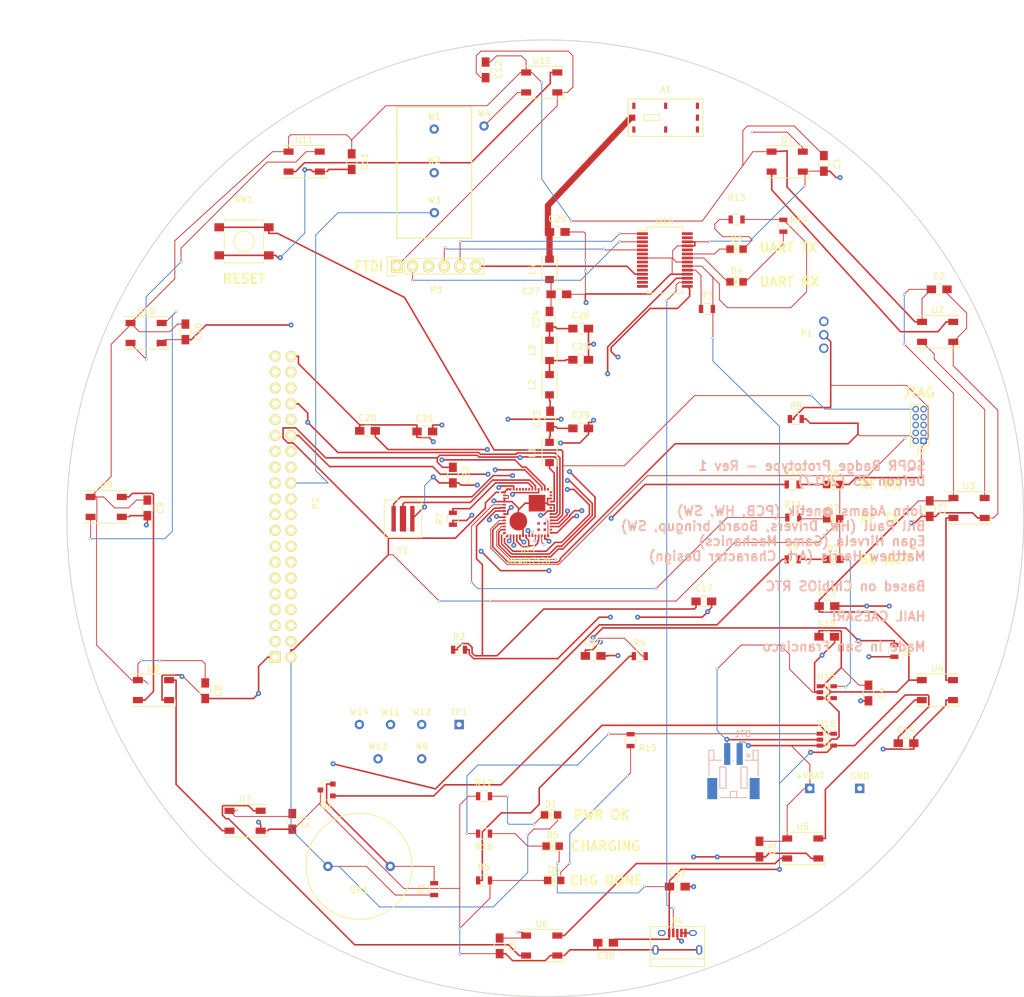
<source format=kicad_pcb>
(kicad_pcb (version 20160815) (host pcbnew "(2016-12-18 revision 3ffa37c)-master")
  (layers (0 F.Cu mixed) (1 In1.Cu power hide) (2 In2.Cu signal hide) (31 B.Cu power) (34 B.Paste user) (35 F.Paste user) (36 B.SilkS user hide) (37 F.SilkS user) (38 B.Mask user) (39 F.Mask user) (44 Edge.Cuts user))
  (net 0 "")
  (net 1 GND)
  (net 2 CLOCKOUT)
  (net 3 "Net-(L1-Pad1)")
  (net 4 "DISP_SDI(MOSI)")
  (net 5 RESET_TGTMCU)
  (net 6 "DISP_SDO(MISO)")
  (net 7 DISP_SCK)
  (net 8 DISP_CS)
  (net 9 PWM_SOUND)
  (net 10 UART0_CTS)
  (net 11 PTB0)
  (net 12 DISP_DC)
  (net 13 UART_RX)
  (net 14 UART_TX)
  (net 15 DEBUG_SWD_DIO)
  (net 16 DEBUG_SWD_CLK)
  (net 17 RF_RESET)
  (net 18 TOUCH_CS)
  (net 19 LEDS_IN)
  (net 20 PTE16)
  (net 21 "Net-(Q1-Pad2)")
  (net 22 "Net-(D3-Pad1)")
  (net 23 "Net-(D4-Pad1)")
  (net 24 "Net-(P1-Pad3)")
  (net 25 "Net-(U14-Pad2)")
  (net 26 "Net-(U11-Pad2)")
  (net 27 "Net-(U12-Pad2)")
  (net 28 "Net-(U10-Pad2)")
  (net 29 "Net-(U3-Pad2)")
  (net 30 "Net-(U4-Pad2)")
  (net 31 "Net-(U5-Pad2)")
  (net 32 "Net-(U6-Pad2)")
  (net 33 "Net-(U10-Pad4)")
  (net 34 "Net-(D2-Pad1)")
  (net 35 "Net-(D1-Pad1)")
  (net 36 "Net-(U2-Pad2)")
  (net 37 +3V3)
  (net 38 "Net-(J2-Pad6)")
  (net 39 "Net-(J2-Pad7)")
  (net 40 "Net-(J2-Pad8)")
  (net 41 "Net-(J2-Pad9)")
  (net 42 "Net-(U13-Pad59)")
  (net 43 "Net-(U13-Pad57)")
  (net 44 "Net-(U13-Pad58)")
  (net 45 "Net-(U13-Pad60)")
  (net 46 "Net-(U13-Pad53)")
  (net 47 "Net-(U13-Pad52)")
  (net 48 "Net-(U13-Pad51)")
  (net 49 "Net-(U13-Pad50)")
  (net 50 "Net-(U13-Pad49)")
  (net 51 "Net-(R7-Pad2)")
  (net 52 "Net-(C20-Pad2)")
  (net 53 "Net-(C21-Pad2)")
  (net 54 "Net-(U13-Pad43)")
  (net 55 "Net-(U13-Pad42)")
  (net 56 "Net-(U13-Pad41)")
  (net 57 "Net-(U13-Pad37)")
  (net 58 "Net-(U13-Pad30)")
  (net 59 "Net-(U13-Pad26)")
  (net 60 "Net-(U13-Pad24)")
  (net 61 "Net-(U13-Pad23)")
  (net 62 "Net-(TP1-Pad1)")
  (net 63 "Net-(D3-Pad2)")
  (net 64 "Net-(D4-Pad2)")
  (net 65 "Net-(U1-Pad2)")
  (net 66 "Net-(U7-Pad2)")
  (net 67 "Net-(U8-Pad2)")
  (net 68 "Net-(C23-Pad1)")
  (net 69 "Net-(C25-Pad1)")
  (net 70 "Net-(C24-Pad1)")
  (net 71 "Net-(C24-Pad2)")
  (net 72 "Net-(C23-Pad2)")
  (net 73 "Net-(U14-Pad4)")
  (net 74 "Net-(U14-Pad6)")
  (net 75 "Net-(U14-Pad8)")
  (net 76 "Net-(U14-Pad9)")
  (net 77 "Net-(U14-Pad10)")
  (net 78 "Net-(U14-Pad12)")
  (net 79 "Net-(U14-Pad13)")
  (net 80 "Net-(U14-Pad14)")
  (net 81 "Net-(P4-Pad3)")
  (net 82 "Net-(P4-Pad2)")
  (net 83 "Net-(U14-Pad24)")
  (net 84 "Net-(U14-Pad27)")
  (net 85 "Net-(U14-Pad28)")
  (net 86 VCC)
  (net 87 TILTSENS)
  (net 88 "Net-(P2-Pad3)")
  (net 89 "Net-(P2-Pad4)")
  (net 90 "Net-(P2-Pad5)")
  (net 91 "Net-(P2-Pad6)")
  (net 92 "Net-(P2-Pad7)")
  (net 93 "Net-(P2-Pad8)")
  (net 94 "Net-(P2-Pad9)")
  (net 95 "Net-(P2-Pad10)")
  (net 96 "Net-(P2-Pad11)")
  (net 97 "Net-(P2-Pad12)")
  (net 98 "Net-(P2-Pad13)")
  (net 99 "Net-(P2-Pad14)")
  (net 100 "Net-(P2-Pad15)")
  (net 101 "Net-(P2-Pad16)")
  (net 102 "Net-(P2-Pad17)")
  (net 103 "Net-(P2-Pad18)")
  (net 104 "Net-(P2-Pad19)")
  (net 105 "Net-(P2-Pad20)")
  (net 106 "Net-(P2-Pad21)")
  (net 107 "Net-(P2-Pad22)")
  (net 108 "Net-(P2-Pad26)")
  (net 109 "Net-(P2-Pad29)")
  (net 110 "Net-(P2-Pad31)")
  (net 111 "Net-(P2-Pad36)")
  (net 112 "Net-(P2-Pad37)")
  (net 113 "Net-(P2-Pad38)")
  (net 114 "Net-(P2-Pad39)")
  (net 115 VBAT)
  (net 116 "Net-(U15-Pad4)")
  (net 117 "Net-(D5-Pad1)")
  (net 118 "Net-(R15-Pad1)")
  (net 119 "Net-(D6-Pad2)")
  (net 120 VUSB)
  (net 121 "Net-(R5-Pad1)")
  (net 122 "Net-(R2-Pad2)")
  (net 123 "Net-(A1-Pad2)")
  (net 124 "Net-(A1-Pad1)")
  (net 125 "Net-(A1-Pad3)")
  (net 126 "Net-(A1-Pad8)")
  (net 127 "Net-(A1-Pad6)")
  (net 128 "Net-(A1-Pad7)")
  (net 129 "Net-(A1-Pad5)")
  (net 130 "Net-(A1-Pad4)")
  (net 131 "Net-(R3-Pad1)")
  (net 132 "Net-(U13-Pad47)")
  (net 133 "Net-(U13-Pad46)")
  (net 134 "Net-(D7-Pad1)")
  (net 135 "Net-(P3-Pad6)")
  (net 136 PTD7)
  (net 137 "Net-(D8-Pad1)")
  (net 138 "Net-(Q1-Pad1)")
  (module LEDs:LED_WS2812B-PLCC4 (layer F.Cu) (at 25.4 101.1)
    (fp_text reference U9 (at 0 -3.5) (layer F.SilkS))
    (fp_text value WS2812B)
    (pad 3 smd rect (at 2.5 1.6) (size 1.6 1) (layers F.Cu F.Paste F.Mask) (net 1 GND))
    (pad 4 smd rect (at 2.5 -1.6) (size 1.6 1) (layers F.Cu F.Paste F.Mask) (net 67 "Net-(U8-Pad2)"))
    (pad 2 smd rect (at -2.5 1.6) (size 1.6 1) (layers F.Cu F.Paste F.Mask) (net 33 "Net-(U10-Pad4)"))
    (pad 1 smd rect (at -2.5 -1.6) (size 1.6 1) (layers F.Cu F.Paste F.Mask) (net 115 VBAT))
  )
  (module Mounting_Holes:MountingHole_3.2mm_M3 (layer F.Cu) (at 63.7 73)
    (fp_text reference REF** hide)
    (fp_text value MountingHole_3.2mm_M3)
    (pad 1 np_thru_hole circle (at 0 0) (size 3.2 3.2) (drill 3.2) (layers *.Cu *.Mask))
  )
  (module Mounting_Holes:MountingHole_3.2mm_M3_DIN965 (layer F.Cu) (at 130.2 73)
    (fp_text reference REF** hide)
    (fp_text value MountingHole_3.2mm_M3_DIN965)
    (pad 1 np_thru_hole circle (at 0 0) (size 3.2 3.2) (drill 3.2) (layers *.Cu *.Mask))
  )
  (module Mounting_Holes:MountingHole_3.2mm_M3 (layer F.Cu) (at 130.2 129)
    (fp_text reference REF** hide)
    (fp_text value MountingHole_3.2mm_M3)
    (pad 1 np_thru_hole circle (at 0 0) (size 3.2 3.2) (drill 3.2) (layers *.Cu *.Mask))
  )
  (module Mounting_Holes:MountingHole_3.2mm_M3_DIN965 (layer F.Cu) (at 63.7 129)
    (fp_text reference REF** hide)
    (fp_text value MountingHole_3.2mm_M3_DIN965)
    (pad 1 np_thru_hole circle (at 0 0) (size 3.2 3.2) (drill 3.2) (layers *.Cu *.Mask))
  )
  (module Measurement_Points:Measurement_Point_Square-TH_Small (layer F.Cu) (at 138.25 146.25)
    (fp_text reference +VBAT (at 0 -2) (layer F.SilkS))
    (fp_text value VBAT)
    (pad 1 thru_hole rect (at 0 0) (size 1.5 1.5) (drill 0.8) (layers *.Cu *.Mask) (net 115 VBAT))
  )
  (module Measurement_Points:Measurement_Point_Square-TH_Small (layer F.Cu) (at 146.25 146.25)
    (fp_text reference GND (at 0 -2) (layer F.SilkS))
    (fp_text value GND)
    (pad 1 thru_hole rect (at 0 0) (size 1.5 1.5) (drill 0.8) (layers *.Cu *.Mask) (net 1 GND))
  )
  (module LEDs:LED_WS2812B-PLCC4 (layer F.Cu) (at 163.79 101.27)
    (fp_text reference U3 (at 0 -3.5) (layer F.SilkS))
    (fp_text value WS2812B)
    (pad 3 smd rect (at 2.5 1.6) (size 1.6 1) (layers F.Cu F.Paste F.Mask) (net 1 GND))
    (pad 4 smd rect (at 2.5 -1.6) (size 1.6 1) (layers F.Cu F.Paste F.Mask) (net 36 "Net-(U2-Pad2)"))
    (pad 2 smd rect (at -2.5 1.6) (size 1.6 1) (layers F.Cu F.Paste F.Mask) (net 29 "Net-(U3-Pad2)"))
    (pad 1 smd rect (at -2.5 -1.6) (size 1.6 1) (layers F.Cu F.Paste F.Mask) (net 115 VBAT))
  )
  (module LEDs:LED_0805 (layer F.Cu) (at 96.75 150.5)
    (fp_text reference D1 (at 0 -1.75) (layer F.SilkS))
    (fp_text value "RED PWROK")
    (pad 2 smd rect (at 1.04902 0 180) (size 1.19888 1.19888) (layers F.Cu F.Paste F.Mask) (net 86 VCC))
    (pad 1 smd rect (at -1.04902 0 180) (size 1.19888 1.19888) (layers F.Cu F.Paste F.Mask) (net 35 "Net-(D1-Pad1)"))
  )
  (module LEDs:LED_0805 (layer F.Cu) (at 142 109.5)
    (fp_text reference D2 (at 0 -1.75) (layer F.SilkS))
    (fp_text value "BLUE SDIO")
    (pad 1 smd rect (at -1.04902 0 180) (size 1.19888 1.19888) (layers F.Cu F.Paste F.Mask) (net 34 "Net-(D2-Pad1)"))
    (pad 2 smd rect (at 1.04902 0 180) (size 1.19888 1.19888) (layers F.Cu F.Paste F.Mask) (net 86 VCC))
  )
  (module LEDs:LED_0805 (layer F.Cu) (at 126.5 59.75)
    (fp_text reference D3 (at 0 -1.75) (layer F.SilkS))
    (fp_text value "RED UTX")
    (pad 2 smd rect (at 1.04902 0 180) (size 1.19888 1.19888) (layers F.Cu F.Paste F.Mask) (net 63 "Net-(D3-Pad2)"))
    (pad 1 smd rect (at -1.04902 0 180) (size 1.19888 1.19888) (layers F.Cu F.Paste F.Mask) (net 22 "Net-(D3-Pad1)"))
  )
  (module LEDs:LED_0805 (layer F.Cu) (at 126.5 65)
    (fp_text reference D4 (at 0 -1.75) (layer F.SilkS))
    (fp_text value "GREEN URX")
    (pad 1 smd rect (at -1.04902 0 180) (size 1.19888 1.19888) (layers F.Cu F.Paste F.Mask) (net 23 "Net-(D4-Pad1)"))
    (pad 2 smd rect (at 1.04902 0 180) (size 1.19888 1.19888) (layers F.Cu F.Paste F.Mask) (net 64 "Net-(D4-Pad2)"))
  )
  (module LEDs:LED_0805 (layer F.Cu) (at 97.25 161)
    (fp_text reference D6 (at 0 -1.75) (layer F.SilkS))
    (fp_text value "GRN (DONE)")
    (pad 2 smd rect (at 1.04902 0 180) (size 1.19888 1.19888) (layers F.Cu F.Paste F.Mask) (net 119 "Net-(D6-Pad2)"))
    (pad 1 smd rect (at -1.04902 0 180) (size 1.19888 1.19888) (layers F.Cu F.Paste F.Mask) (net 1 GND))
  )
  (module LEDs:LED_0805 (layer F.Cu) (at 142 103)
    (fp_text reference D7 (at 0 -1.75) (layer F.SilkS))
    (fp_text value "RED RFTX")
    (pad 1 smd rect (at -1.04902 0 180) (size 1.19888 1.19888) (layers F.Cu F.Paste F.Mask) (net 134 "Net-(D7-Pad1)"))
    (pad 2 smd rect (at 1.04902 0 180) (size 1.19888 1.19888) (layers F.Cu F.Paste F.Mask) (net 86 VCC))
  )
  (module LEDs:LED_0805 (layer F.Cu) (at 142 97.5)
    (fp_text reference D8 (at 0 -1.75) (layer F.SilkS))
    (fp_text value "GRN RFRX")
    (pad 2 smd rect (at 1.04902 0 180) (size 1.19888 1.19888) (layers F.Cu F.Paste F.Mask) (net 86 VCC))
    (pad 1 smd rect (at -1.04902 0 180) (size 1.19888 1.19888) (layers F.Cu F.Paste F.Mask) (net 137 "Net-(D8-Pad1)"))
  )
  (module LEDs:LED_0805 (layer F.Cu) (at 97 155.5)
    (fp_text reference D5 (at 0 -1.75) (layer F.SilkS))
    (fp_text value "RED (CHARGING)")
    (pad 1 smd rect (at -1.04902 0 180) (size 1.19888 1.19888) (layers F.Cu F.Paste F.Mask) (net 117 "Net-(D5-Pad1)"))
    (pad 2 smd rect (at 1.04902 0 180) (size 1.19888 1.19888) (layers F.Cu F.Paste F.Mask) (net 120 VUSB))
  )
  (module Measurement_Points:Measurement_Point_Round-TH_Small (layer F.Cu) (at 78 40.5)
    (fp_text reference W1 (at 0 -2) (layer F.SilkS))
    (fp_text value SPI_CH1_MOSI)
    (pad 1 thru_hole circle (at 0 0) (size 1.5 1.5) (drill 0.8) (layers *.Cu *.Mask) (net 4 "DISP_SDI(MOSI)"))
  )
  (module Measurement_Points:Measurement_Point_Round-TH_Small (layer F.Cu) (at 78 47.5)
    (fp_text reference W2 (at 0 -2) (layer F.SilkS))
    (fp_text value SPI_CH1_MISO)
    (pad 1 thru_hole circle (at 0 0) (size 1.5 1.5) (drill 0.8) (layers *.Cu *.Mask) (net 6 "DISP_SDO(MISO)"))
  )
  (module Measurement_Points:Measurement_Point_Round-TH_Small (layer F.Cu) (at 78.04 53.91)
    (fp_text reference W3 (at 0 -2) (layer F.SilkS))
    (fp_text value SPI_CH1_SCLK)
    (pad 1 thru_hole circle (at 0 0) (size 1.5 1.5) (drill 0.8) (layers *.Cu *.Mask) (net 7 DISP_SCK))
  )
  (module Measurement_Points:Measurement_Point_Round-TH_Small (layer F.Cu) (at 86 40)
    (fp_text reference W4 (at 0 -2) (layer F.SilkS))
    (fp_text value LED_DATA_OUT)
    (pad 1 thru_hole circle (at 0 0) (size 1.5 1.5) (drill 0.8) (layers *.Cu *.Mask) (net 27 "Net-(U12-Pad2)"))
  )
  (module Measurement_Points:Measurement_Point_Round-TH_Small (layer F.Cu) (at 76 141.5)
    (fp_text reference W8 (at 0 -2) (layer F.SilkS))
    (fp_text value PTD6)
    (pad 1 thru_hole circle (at 0 0) (size 1.5 1.5) (drill 0.8) (layers *.Cu *.Mask) (net 87 TILTSENS))
  )
  (module Measurement_Points:Measurement_Point_Round-TH_Small (layer F.Cu) (at 71 136)
    (fp_text reference W11 (at 0 -2) (layer F.SilkS))
    (fp_text value PTB1)
    (pad 1 thru_hole circle (at 0 0) (size 1.5 1.5) (drill 0.8) (layers *.Cu *.Mask) (net 9 PWM_SOUND))
  )
  (module Measurement_Points:Measurement_Point_Round-TH_Small (layer F.Cu) (at 76 136)
    (fp_text reference W12 (at 0 -2) (layer F.SilkS))
    (fp_text value PTC1)
    (pad 1 thru_hole circle (at 0 0) (size 1.5 1.5) (drill 0.8) (layers *.Cu *.Mask) (net 60 "Net-(U13-Pad24)"))
  )
  (module Measurement_Points:Measurement_Point_Round-TH_Small (layer F.Cu) (at 69 141.5)
    (fp_text reference W13 (at 0 -2) (layer F.SilkS))
    (fp_text value PTC3)
    (pad 1 thru_hole circle (at 0 0) (size 1.5 1.5) (drill 0.8) (layers *.Cu *.Mask) (net 59 "Net-(U13-Pad26)"))
  )
  (module Measurement_Points:Measurement_Point_Round-TH_Small (layer F.Cu) (at 66 136)
    (fp_text reference W14 (at 0 -2) (layer F.SilkS))
    (fp_text value PTC4)
    (pad 1 thru_hole circle (at 0 0) (size 1.5 1.5) (drill 0.8) (layers *.Cu *.Mask) (net 61 "Net-(U13-Pad23)"))
  )
  (module Measurement_Points:Measurement_Point_Square-TH_Small (layer F.Cu) (at 82 136)
    (fp_text reference TP1 (at 0 -2) (layer F.SilkS))
    (fp_text value PTA4)
    (pad 1 thru_hole rect (at 0 0) (size 1.5 1.5) (drill 0.8) (layers *.Cu *.Mask) (net 62 "Net-(TP1-Pad1)"))
  )
  (module Pin_Headers:Pin_Header_Straight_2x05_Pitch1.27mm (layer F.Cu) (at 156.5 90.5 180)
    (fp_text reference J2 (at 0.55 -1.7 180) (layer F.SilkS))
    (fp_text value JTAG)
    (pad 2 thru_hole circle (at 1.27 0 180) (size 1.05 1.05) (drill 0.65) (layers *.Cu *.Mask) (net 15 DEBUG_SWD_DIO))
    (pad 10 thru_hole circle (at 1.27 5.08 180) (size 1.05 1.05) (drill 0.65) (layers *.Cu *.Mask) (net 5 RESET_TGTMCU))
    (pad 8 thru_hole circle (at 1.27 3.81 180) (size 1.05 1.05) (drill 0.65) (layers *.Cu *.Mask) (net 40 "Net-(J2-Pad8)"))
    (pad 6 thru_hole circle (at 1.27 2.54 180) (size 1.05 1.05) (drill 0.65) (layers *.Cu *.Mask) (net 38 "Net-(J2-Pad6)"))
    (pad 4 thru_hole circle (at 1.27 1.27 180) (size 1.05 1.05) (drill 0.65) (layers *.Cu *.Mask) (net 16 DEBUG_SWD_CLK))
    (pad 9 thru_hole circle (at 0 5.08 180) (size 1.05 1.05) (drill 0.65) (layers *.Cu *.Mask) (net 41 "Net-(J2-Pad9)"))
    (pad 7 thru_hole circle (at 0 3.81 180) (size 1.05 1.05) (drill 0.65) (layers *.Cu *.Mask) (net 39 "Net-(J2-Pad7)"))
    (pad 5 thru_hole circle (at 0 2.54 180) (size 1.05 1.05) (drill 0.65) (layers *.Cu *.Mask) (net 1 GND))
    (pad 3 thru_hole circle (at 0 1.27 180) (size 1.05 1.05) (drill 0.65) (layers *.Cu *.Mask) (net 1 GND))
    (pad 1 thru_hole rect (at 0 0 180) (size 1.05 1.05) (drill 0.65) (layers *.Cu *.Mask) (net 86 VCC))
  )
  (module TO_SOT_Packages_SMD:SOT-23 (layer F.Cu) (at 60.75 146.5 180)
    (fp_text reference Q1 (at 0 -2.5 180) (layer F.SilkS))
    (fp_text value MNBT3904)
    (pad 3 smd rect (at 1 0 180) (size 0.9 0.8) (layers F.Cu F.Paste F.Mask) (net 1 GND))
    (pad 2 smd rect (at -1 0.95 180) (size 0.9 0.8) (layers F.Cu F.Paste F.Mask) (net 21 "Net-(Q1-Pad2)"))
    (pad 1 smd rect (at -1 -0.95 180) (size 0.9 0.8) (layers F.Cu F.Paste F.Mask) (net 138 "Net-(Q1-Pad1)"))
  )
  (module jna-parts:IDC_HEADER_FEMALE (layer F.Cu) (at 52.5 125.2 90)
    (fp_text reference P2 (at 24.7 6.5 90) (layer F.SilkS))
    (fp_text value CONN_02X20)
    (pad 40 thru_hole oval (at 48.26 2.54 90) (size 1.7272 1.7272) (drill 1.016) (layers *.Cu *.Mask F.SilkS) (net 1 GND))
    (pad 39 thru_hole oval (at 48.26 0 90) (size 1.7272 1.7272) (drill 1.016) (layers *.Cu *.Mask F.SilkS) (net 114 "Net-(P2-Pad39)"))
    (pad 38 thru_hole oval (at 45.72 2.54 90) (size 1.7272 1.7272) (drill 1.016) (layers *.Cu *.Mask F.SilkS) (net 113 "Net-(P2-Pad38)"))
    (pad 37 thru_hole oval (at 45.72 0 90) (size 1.7272 1.7272) (drill 1.016) (layers *.Cu *.Mask F.SilkS) (net 112 "Net-(P2-Pad37)"))
    (pad 36 thru_hole oval (at 43.18 2.54 90) (size 1.7272 1.7272) (drill 1.016) (layers *.Cu *.Mask F.SilkS) (net 111 "Net-(P2-Pad36)"))
    (pad 35 thru_hole oval (at 43.18 0 90) (size 1.7272 1.7272) (drill 1.016) (layers *.Cu *.Mask F.SilkS) (net 11 PTB0))
    (pad 34 thru_hole oval (at 40.64 2.54 90) (size 1.7272 1.7272) (drill 1.016) (layers *.Cu *.Mask F.SilkS) (net 4 "DISP_SDI(MOSI)"))
    (pad 33 thru_hole oval (at 40.64 0 90) (size 1.7272 1.7272) (drill 1.016) (layers *.Cu *.Mask F.SilkS) (net 7 DISP_SCK))
    (pad 32 thru_hole oval (at 38.1 2.54 90) (size 1.7272 1.7272) (drill 1.016) (layers *.Cu *.Mask F.SilkS) (net 6 "DISP_SDO(MISO)"))
    (pad 31 thru_hole oval (at 38.1 0 90) (size 1.7272 1.7272) (drill 1.016) (layers *.Cu *.Mask F.SilkS) (net 110 "Net-(P2-Pad31)"))
    (pad 30 thru_hole oval (at 35.56 2.54 90) (size 1.7272 1.7272) (drill 1.016) (layers *.Cu *.Mask F.SilkS) (net 18 TOUCH_CS))
    (pad 29 thru_hole oval (at 35.56 0 90) (size 1.7272 1.7272) (drill 1.016) (layers *.Cu *.Mask F.SilkS) (net 109 "Net-(P2-Pad29)"))
    (pad 28 thru_hole oval (at 33.02 2.54 90) (size 1.7272 1.7272) (drill 1.016) (layers *.Cu *.Mask F.SilkS) (net 6 "DISP_SDO(MISO)"))
    (pad 27 thru_hole oval (at 33.02 0 90) (size 1.7272 1.7272) (drill 1.016) (layers *.Cu *.Mask F.SilkS) (net 4 "DISP_SDI(MOSI)"))
    (pad 26 thru_hole oval (at 30.48 2.54 90) (size 1.7272 1.7272) (drill 1.016) (layers *.Cu *.Mask F.SilkS) (net 108 "Net-(P2-Pad26)"))
    (pad 25 thru_hole oval (at 30.48 0 90) (size 1.7272 1.7272) (drill 1.016) (layers *.Cu *.Mask F.SilkS) (net 12 DISP_DC))
    (pad 24 thru_hole oval (at 27.94 2.54 90) (size 1.7272 1.7272) (drill 1.016) (layers *.Cu *.Mask F.SilkS) (net 7 DISP_SCK))
    (pad 23 thru_hole oval (at 27.94 0 90) (size 1.7272 1.7272) (drill 1.016) (layers *.Cu *.Mask F.SilkS) (net 8 DISP_CS))
    (pad 22 thru_hole oval (at 25.4 2.54 90) (size 1.7272 1.7272) (drill 1.016) (layers *.Cu *.Mask F.SilkS) (net 107 "Net-(P2-Pad22)"))
    (pad 21 thru_hole oval (at 25.4 0 90) (size 1.7272 1.7272) (drill 1.016) (layers *.Cu *.Mask F.SilkS) (net 106 "Net-(P2-Pad21)"))
    (pad 20 thru_hole oval (at 22.86 2.54 90) (size 1.7272 1.7272) (drill 1.016) (layers *.Cu *.Mask F.SilkS) (net 105 "Net-(P2-Pad20)"))
    (pad 19 thru_hole oval (at 22.86 0 90) (size 1.7272 1.7272) (drill 1.016) (layers *.Cu *.Mask F.SilkS) (net 104 "Net-(P2-Pad19)"))
    (pad 18 thru_hole oval (at 20.32 2.54 90) (size 1.7272 1.7272) (drill 1.016) (layers *.Cu *.Mask F.SilkS) (net 103 "Net-(P2-Pad18)"))
    (pad 17 thru_hole oval (at 20.32 0 90) (size 1.7272 1.7272) (drill 1.016) (layers *.Cu *.Mask F.SilkS) (net 102 "Net-(P2-Pad17)"))
    (pad 16 thru_hole oval (at 17.78 2.54 90) (size 1.7272 1.7272) (drill 1.016) (layers *.Cu *.Mask F.SilkS) (net 101 "Net-(P2-Pad16)"))
    (pad 15 thru_hole oval (at 17.78 0 90) (size 1.7272 1.7272) (drill 1.016) (layers *.Cu *.Mask F.SilkS) (net 100 "Net-(P2-Pad15)"))
    (pad 14 thru_hole oval (at 15.24 2.54 90) (size 1.7272 1.7272) (drill 1.016) (layers *.Cu *.Mask F.SilkS) (net 99 "Net-(P2-Pad14)"))
    (pad 13 thru_hole oval (at 15.24 0 90) (size 1.7272 1.7272) (drill 1.016) (layers *.Cu *.Mask F.SilkS) (net 98 "Net-(P2-Pad13)"))
    (pad 12 thru_hole oval (at 12.7 2.54 90) (size 1.7272 1.7272) (drill 1.016) (layers *.Cu *.Mask F.SilkS) (net 97 "Net-(P2-Pad12)"))
    (pad 11 thru_hole oval (at 12.7 0 90) (size 1.7272 1.7272) (drill 1.016) (layers *.Cu *.Mask F.SilkS) (net 96 "Net-(P2-Pad11)"))
    (pad 10 thru_hole oval (at 10.16 2.54 90) (size 1.7272 1.7272) (drill 1.016) (layers *.Cu *.Mask F.SilkS) (net 95 "Net-(P2-Pad10)"))
    (pad 9 thru_hole oval (at 10.16 0 90) (size 1.7272 1.7272) (drill 1.016) (layers *.Cu *.Mask F.SilkS) (net 94 "Net-(P2-Pad9)"))
    (pad 8 thru_hole oval (at 7.62 2.54 90) (size 1.7272 1.7272) (drill 1.016) (layers *.Cu *.Mask F.SilkS) (net 93 "Net-(P2-Pad8)"))
    (pad 7 thru_hole oval (at 7.62 0 90) (size 1.7272 1.7272) (drill 1.016) (layers *.Cu *.Mask F.SilkS) (net 92 "Net-(P2-Pad7)"))
    (pad 6 thru_hole oval (at 5.08 2.54 90) (size 1.7272 1.7272) (drill 1.016) (layers *.Cu *.Mask F.SilkS) (net 91 "Net-(P2-Pad6)"))
    (pad 5 thru_hole oval (at 5.08 0 90) (size 1.7272 1.7272) (drill 1.016) (layers *.Cu *.Mask F.SilkS) (net 90 "Net-(P2-Pad5)"))
    (pad 4 thru_hole oval (at 2.54 2.54 90) (size 1.7272 1.7272) (drill 1.016) (layers *.Cu *.Mask F.SilkS) (net 89 "Net-(P2-Pad4)"))
    (pad 3 thru_hole oval (at 2.54 0 90) (size 1.7272 1.7272) (drill 1.016) (layers *.Cu *.Mask F.SilkS) (net 88 "Net-(P2-Pad3)"))
    (pad 2 thru_hole oval (at 0 2.54 90) (size 1.7272 1.7272) (drill 1.016) (layers *.Cu *.Mask F.SilkS) (net 86 VCC))
    (pad 1 thru_hole rect (at 0 0 90) (size 1.7272 1.7272) (drill 1.016) (layers *.Cu *.Mask F.SilkS) (net 1 GND))
  )
  (module Resistors_SMD:R_0805 (layer F.Cu) (at 135.5 97.5)
    (fp_text reference R10 (at 0 -2.1) (layer F.SilkS))
    (fp_text value 220)
    (pad 2 smd rect (at 0.95 0) (size 0.7 1.3) (layers F.Cu F.Paste F.Mask) (net 137 "Net-(D8-Pad1)"))
    (pad 1 smd rect (at -0.95 0) (size 0.7 1.3) (layers F.Cu F.Paste F.Mask) (net 136 PTD7))
  )
  (module Crystals:AWSCR_XTAL (layer F.Cu) (at 73 103)
    (fp_text reference Y1 (at 0 5.08) (layer F.SilkS))
    (fp_text value AWSCR-XTAL)
    (pad 2 smd rect (at 0 0) (size 1 4.1) (layers F.Cu F.Paste F.Mask) (net 132 "Net-(U13-Pad47)"))
    (pad 1 smd rect (at -1.5 0) (size 0.7 4.1) (layers F.Cu F.Paste F.Mask) (net 133 "Net-(U13-Pad46)"))
    (pad 3 smd rect (at 1.5 0) (size 0.7 4.1) (layers F.Cu F.Paste F.Mask) (net 1 GND))
  )
  (module Capacitors_SMD:C_0805_HandSoldering (layer F.Cu) (at 130.175 155.98 270)
    (fp_text reference C5 (at 0 -2.1 270) (layer F.SilkS))
    (fp_text value 100nF)
    (pad 2 smd rect (at 1.25 0 270) (size 1.5 1.25) (layers F.Cu F.Paste F.Mask) (net 1 GND))
    (pad 1 smd rect (at -1.25 0 270) (size 1.5 1.25) (layers F.Cu F.Paste F.Mask) (net 115 VBAT))
  )
  (module Capacitors_SMD:C_0805_HandSoldering (layer F.Cu) (at 88.5 171.5 270)
    (fp_text reference C6 (at 0 -2.1 270) (layer F.SilkS))
    (fp_text value 100nF)
    (pad 1 smd rect (at -1.25 0 270) (size 1.5 1.25) (layers F.Cu F.Paste F.Mask) (net 115 VBAT))
    (pad 2 smd rect (at 1.25 0 270) (size 1.5 1.25) (layers F.Cu F.Paste F.Mask) (net 1 GND))
  )
  (module Capacitors_SMD:C_0805_HandSoldering (layer F.Cu) (at 55.245 151.535 270)
    (fp_text reference C7 (at 0 -2.1 270) (layer F.SilkS))
    (fp_text value 100nF)
    (pad 2 smd rect (at 1.25 0 270) (size 1.5 1.25) (layers F.Cu F.Paste F.Mask) (net 1 GND))
    (pad 1 smd rect (at -1.25 0 270) (size 1.5 1.25) (layers F.Cu F.Paste F.Mask) (net 115 VBAT))
  )
  (module Capacitors_SMD:C_0805_HandSoldering (layer F.Cu) (at 41.275 130.58 270)
    (fp_text reference C8 (at 0 -2.1 270) (layer F.SilkS))
    (fp_text value 100nF)
    (pad 1 smd rect (at -1.25 0 270) (size 1.5 1.25) (layers F.Cu F.Paste F.Mask) (net 115 VBAT))
    (pad 2 smd rect (at 1.25 0 270) (size 1.5 1.25) (layers F.Cu F.Paste F.Mask) (net 1 GND))
  )
  (module Capacitors_SMD:C_0805_HandSoldering (layer F.Cu) (at 32 101.25 270)
    (fp_text reference C9 (at 0 -2.1 270) (layer F.SilkS))
    (fp_text value 100nF)
    (pad 2 smd rect (at 1.25 0 270) (size 1.5 1.25) (layers F.Cu F.Paste F.Mask) (net 1 GND))
    (pad 1 smd rect (at -1.25 0 270) (size 1.5 1.25) (layers F.Cu F.Paste F.Mask) (net 115 VBAT))
  )
  (module Capacitors_SMD:C_0805_HandSoldering (layer F.Cu) (at 38.1 73.025 270)
    (fp_text reference C10 (at 0 -2.1 270) (layer F.SilkS))
    (fp_text value 100nF)
    (pad 1 smd rect (at -1.25 0 270) (size 1.5 1.25) (layers F.Cu F.Paste F.Mask) (net 115 VBAT))
    (pad 2 smd rect (at 1.25 0 270) (size 1.5 1.25) (layers F.Cu F.Paste F.Mask) (net 1 GND))
  )
  (module Capacitors_SMD:C_0805_HandSoldering (layer F.Cu) (at 64.77 45.72 270)
    (fp_text reference C11 (at 0 -2.1 270) (layer F.SilkS))
    (fp_text value 100nF)
    (pad 2 smd rect (at 1.25 0 270) (size 1.5 1.25) (layers F.Cu F.Paste F.Mask) (net 1 GND))
    (pad 1 smd rect (at -1.25 0 270) (size 1.5 1.25) (layers F.Cu F.Paste F.Mask) (net 115 VBAT))
  )
  (module Capacitors_SMD:C_0805_HandSoldering (layer F.Cu) (at 86.25 31 270)
    (fp_text reference C12 (at 0 -2.1 270) (layer F.SilkS))
    (fp_text value 100nF)
    (pad 1 smd rect (at -1.25 0 270) (size 1.5 1.25) (layers F.Cu F.Paste F.Mask) (net 115 VBAT))
    (pad 2 smd rect (at 1.25 0 270) (size 1.5 1.25) (layers F.Cu F.Paste F.Mask) (net 1 GND))
  )
  (module Capacitors_SMD:C_0805_HandSoldering (layer F.Cu) (at 141 117)
    (fp_text reference C13 (at 0 -2.1) (layer F.SilkS))
    (fp_text value 1uF)
    (pad 2 smd rect (at 1.25 0) (size 1.5 1.25) (layers F.Cu F.Paste F.Mask) (net 1 GND))
    (pad 1 smd rect (at -1.25 0) (size 1.5 1.25) (layers F.Cu F.Paste F.Mask) (net 115 VBAT))
  )
  (module Capacitors_SMD:C_0805_HandSoldering (layer F.Cu) (at 153.685 138.988)
    (fp_text reference C14 (at 0 -2.1) (layer F.SilkS))
    (fp_text value 10uF)
    (pad 1 smd rect (at -1.25 0) (size 1.5 1.25) (layers F.Cu F.Paste F.Mask) (net 120 VUSB))
    (pad 2 smd rect (at 1.25 0) (size 1.5 1.25) (layers F.Cu F.Paste F.Mask) (net 1 GND))
  )
  (module Capacitors_SMD:C_0805_HandSoldering (layer F.Cu) (at 140.97 121.92)
    (fp_text reference C15 (at 0 -2.1) (layer F.SilkS))
    (fp_text value 10uF)
    (pad 2 smd rect (at 1.25 0) (size 1.5 1.25) (layers F.Cu F.Paste F.Mask) (net 1 GND))
    (pad 1 smd rect (at -1.25 0) (size 1.5 1.25) (layers F.Cu F.Paste F.Mask) (net 115 VBAT))
  )
  (module Capacitors_SMD:C_0805_HandSoldering (layer F.Cu) (at 121.25 116.25)
    (fp_text reference C17 (at 0 -2.1) (layer F.SilkS))
    (fp_text value 100uF)
    (pad 1 smd rect (at -1.25 0) (size 1.5 1.25) (layers F.Cu F.Paste F.Mask) (net 19 LEDS_IN))
    (pad 2 smd rect (at 1.25 0) (size 1.5 1.25) (layers F.Cu F.Paste F.Mask) (net 1 GND))
  )
  (module Capacitors_SMD:C_0805_HandSoldering (layer F.Cu) (at 157.48 101.37 270)
    (fp_text reference C3 (at 0 -2.1 270) (layer F.SilkS))
    (fp_text value 100nF)
    (pad 2 smd rect (at 1.25 0 270) (size 1.5 1.25) (layers F.Cu F.Paste F.Mask) (net 1 GND))
    (pad 1 smd rect (at -1.25 0 270) (size 1.5 1.25) (layers F.Cu F.Paste F.Mask) (net 115 VBAT))
  )
  (module Capacitors_SMD:C_0805_HandSoldering (layer F.Cu) (at 67.31 88.9)
    (fp_text reference C20 (at 0 -2.1) (layer F.SilkS))
    (fp_text value 100nF)
    (pad 1 smd rect (at -1.25 0) (size 1.5 1.25) (layers F.Cu F.Paste F.Mask) (net 1 GND))
    (pad 2 smd rect (at 1.25 0) (size 1.5 1.25) (layers F.Cu F.Paste F.Mask) (net 52 "Net-(C20-Pad2)"))
  )
  (module Capacitors_SMD:C_0805_HandSoldering (layer F.Cu) (at 76.5 89)
    (fp_text reference C21 (at 0 -2.1) (layer F.SilkS))
    (fp_text value 100nF)
    (pad 2 smd rect (at 1.25 0) (size 1.5 1.25) (layers F.Cu F.Paste F.Mask) (net 53 "Net-(C21-Pad2)"))
    (pad 1 smd rect (at -1.25 0) (size 1.5 1.25) (layers F.Cu F.Paste F.Mask) (net 1 GND))
  )
  (module Capacitors_SMD:C_0805_HandSoldering (layer F.Cu) (at 81 96 270)
    (fp_text reference C22 (at 0 -2.1 270) (layer F.SilkS))
    (fp_text value 0.1uF)
    (pad 1 smd rect (at -1.25 0 270) (size 1.5 1.25) (layers F.Cu F.Paste F.Mask) (net 86 VCC))
    (pad 2 smd rect (at 1.25 0 270) (size 1.5 1.25) (layers F.Cu F.Paste F.Mask) (net 1 GND))
  )
  (module Capacitors_SMD:C_0805_HandSoldering (layer F.Cu) (at 96.6 87 90)
    (fp_text reference C23 (at 0 -2.1 90) (layer F.SilkS))
    (fp_text value 6.8pF)
    (pad 2 smd rect (at 1.25 0 90) (size 1.5 1.25) (layers F.Cu F.Paste F.Mask) (net 72 "Net-(C23-Pad2)"))
    (pad 1 smd rect (at -1.25 0 90) (size 1.5 1.25) (layers F.Cu F.Paste F.Mask) (net 68 "Net-(C23-Pad1)"))
  )
  (module Capacitors_SMD:C_0805_HandSoldering (layer F.Cu) (at 96.5 71 90)
    (fp_text reference C24 (at 0 -2.1 90) (layer F.SilkS))
    (fp_text value 100pF)
    (pad 1 smd rect (at -1.25 0 90) (size 1.5 1.25) (layers F.Cu F.Paste F.Mask) (net 70 "Net-(C24-Pad1)"))
    (pad 2 smd rect (at 1.25 0 90) (size 1.5 1.25) (layers F.Cu F.Paste F.Mask) (net 71 "Net-(C24-Pad2)"))
  )
  (module Capacitors_SMD:C_0805_HandSoldering (layer F.Cu) (at 101.5 77.5)
    (fp_text reference C25 (at 0 -2.1) (layer F.SilkS))
    (fp_text value 7.5pF)
    (pad 2 smd rect (at 1.25 0) (size 1.5 1.25) (layers F.Cu F.Paste F.Mask) (net 1 GND))
    (pad 1 smd rect (at -1.25 0) (size 1.5 1.25) (layers F.Cu F.Paste F.Mask) (net 69 "Net-(C25-Pad1)"))
  )
  (module Capacitors_SMD:C_0805_HandSoldering (layer F.Cu) (at 101.5 72.5)
    (fp_text reference C26 (at 0 -2.1) (layer F.SilkS))
    (fp_text value 5.6pF)
    (pad 1 smd rect (at -1.25 0) (size 1.5 1.25) (layers F.Cu F.Paste F.Mask) (net 70 "Net-(C24-Pad1)"))
    (pad 2 smd rect (at 1.25 0) (size 1.5 1.25) (layers F.Cu F.Paste F.Mask) (net 1 GND))
  )
  (module Capacitors_SMD:C_0805_HandSoldering (layer F.Cu) (at 98 67)
    (fp_text reference C27 (at -4.5 -0.5) (layer F.SilkS))
    (fp_text value 1.2pF)
    (pad 2 smd rect (at 1.25 0) (size 1.5 1.25) (layers F.Cu F.Paste F.Mask) (net 1 GND))
    (pad 1 smd rect (at -1.25 0) (size 1.5 1.25) (layers F.Cu F.Paste F.Mask) (net 71 "Net-(C24-Pad2)"))
  )
  (module Capacitors_SMD:C_0805_HandSoldering (layer F.Cu) (at 97.75 57)
    (fp_text reference C28 (at 0 -2.1) (layer F.SilkS))
    (fp_text value 1.2pF)
    (pad 1 smd rect (at -1.25 0) (size 1.5 1.25) (layers F.Cu F.Paste F.Mask) (net 123 "Net-(A1-Pad2)"))
    (pad 2 smd rect (at 1.25 0) (size 1.5 1.25) (layers F.Cu F.Paste F.Mask) (net 1 GND))
  )
  (module Capacitors_SMD:C_0805_HandSoldering (layer F.Cu) (at 101.5 88.5)
    (fp_text reference C29 (at 0 -2.1) (layer F.SilkS))
    (fp_text value 2.0pF)
    (pad 2 smd rect (at 1.25 0) (size 1.5 1.25) (layers F.Cu F.Paste F.Mask) (net 1 GND))
    (pad 1 smd rect (at -1.25 0) (size 1.5 1.25) (layers F.Cu F.Paste F.Mask) (net 68 "Net-(C23-Pad1)"))
  )
  (module Capacitors_SMD:C_0805_HandSoldering (layer F.Cu) (at 105.5 171 180)
    (fp_text reference C30 (at 0 -2.1 180) (layer F.SilkS))
    (fp_text value 0.1uF)
    (pad 1 smd rect (at -1.25 0 180) (size 1.5 1.25) (layers F.Cu F.Paste F.Mask) (net 120 VUSB))
    (pad 2 smd rect (at 1.25 0 180) (size 1.5 1.25) (layers F.Cu F.Paste F.Mask) (net 1 GND))
  )
  (module Capacitors_SMD:C_0805_HandSoldering (layer F.Cu) (at 117 162)
    (fp_text reference C31 (at 0 -2.1) (layer F.SilkS))
    (fp_text value 10uF)
    (pad 2 smd rect (at 1.25 0) (size 1.5 1.25) (layers F.Cu F.Paste F.Mask) (net 1 GND))
    (pad 1 smd rect (at -1.25 0) (size 1.5 1.25) (layers F.Cu F.Paste F.Mask) (net 120 VUSB))
  )
  (module Capacitors_SMD:C_0805_HandSoldering (layer F.Cu) (at 103.5 125)
    (fp_text reference C32 (at 0 -2.1) (layer F.SilkS))
    (fp_text value 0.1uF)
    (pad 1 smd rect (at -1.25 0) (size 1.5 1.25) (layers F.Cu F.Paste F.Mask) (net 37 +3V3))
    (pad 2 smd rect (at 1.25 0) (size 1.5 1.25) (layers F.Cu F.Paste F.Mask) (net 1 GND))
  )
  (module Capacitors_SMD:C_0805_HandSoldering (layer F.Cu) (at 147.65 130.95 270)
    (fp_text reference C4 (at 0 -2.1 270) (layer F.SilkS))
    (fp_text value 100nF)
    (pad 2 smd rect (at 1.25 0 270) (size 1.5 1.25) (layers F.Cu F.Paste F.Mask) (net 1 GND))
    (pad 1 smd rect (at -1.25 0 270) (size 1.5 1.25) (layers F.Cu F.Paste F.Mask) (net 115 VBAT))
  )
  (module Capacitors_SMD:C_0805_HandSoldering (layer F.Cu) (at 140.5 46 270)
    (fp_text reference C1 (at 0 -2.1 270) (layer F.SilkS))
    (fp_text value 100nF)
    (pad 1 smd rect (at -1.25 0 270) (size 1.5 1.25) (layers F.Cu F.Paste F.Mask) (net 115 VBAT))
    (pad 2 smd rect (at 1.25 0 270) (size 1.5 1.25) (layers F.Cu F.Paste F.Mask) (net 1 GND))
  )
  (module Capacitors_SMD:C_0805_HandSoldering (layer F.Cu) (at 159 66.2)
    (fp_text reference C2 (at 0 -2.1) (layer F.SilkS))
    (fp_text value 100nF)
    (pad 2 smd rect (at 1.25 0) (size 1.5 1.25) (layers F.Cu F.Paste F.Mask) (net 1 GND))
    (pad 1 smd rect (at -1.25 0) (size 1.5 1.25) (layers F.Cu F.Paste F.Mask) (net 115 VBAT))
  )
  (module Connectors:USB_Micro-B (layer F.Cu) (at 117 171)
    (fp_text reference P4 (at 0 -3.45) (layer F.SilkS))
    (fp_text value USB_OTG)
    (pad 6 thru_hole oval (at 3.4991 1.13746 90) (size 1.55 1) (drill oval 1.15 0.5) (layers *.Cu *.Mask) (net 1 GND))
    (pad 6 thru_hole oval (at -3.5009 1.13746 90) (size 1.55 1) (drill oval 1.15 0.5) (layers *.Cu *.Mask) (net 1 GND))
    (pad 6 thru_hole oval (at 2.4991 -1.56254 90) (size 0.95 1.25) (drill oval 0.55 0.85) (layers *.Cu *.Mask) (net 1 GND))
    (pad 6 thru_hole oval (at -2.5009 -1.56254 90) (size 0.95 1.25) (drill oval 0.55 0.85) (layers *.Cu *.Mask) (net 1 GND))
    (pad 5 smd rect (at 1.2991 -1.56254 90) (size 1.35 0.4) (layers F.Cu F.Paste F.Mask) (net 1 GND))
    (pad 4 smd rect (at 0.6491 -1.56254 90) (size 1.35 0.4) (layers F.Cu F.Paste F.Mask) (net 1 GND))
    (pad 3 smd rect (at -0.0009 -1.56254 90) (size 1.35 0.4) (layers F.Cu F.Paste F.Mask) (net 81 "Net-(P4-Pad3)"))
    (pad 2 smd rect (at -0.6509 -1.56254 90) (size 1.35 0.4) (layers F.Cu F.Paste F.Mask) (net 82 "Net-(P4-Pad2)"))
    (pad 1 smd rect (at -1.3009 -1.56254 90) (size 1.35 0.4) (layers F.Cu F.Paste F.Mask) (net 120 VUSB))
  )
  (module Resistors_SMD:R_0805 (layer F.Cu) (at 86 153.5 180)
    (fp_text reference R16 (at 0 -2.1 180) (layer F.SilkS))
    (fp_text value 1k)
    (pad 2 smd rect (at 0.95 0 180) (size 0.7 1.3) (layers F.Cu F.Paste F.Mask) (net 118 "Net-(R15-Pad1)"))
    (pad 1 smd rect (at -0.95 0 180) (size 0.7 1.3) (layers F.Cu F.Paste F.Mask) (net 117 "Net-(D5-Pad1)"))
  )
  (module Resistors_SMD:R_0805 (layer F.Cu) (at 109.5 138.5 270)
    (fp_text reference R15 (at 1.25 -2.75) (layer F.SilkS))
    (fp_text value 1k)
    (pad 1 smd rect (at -0.95 0 270) (size 0.7 1.3) (layers F.Cu F.Paste F.Mask) (net 118 "Net-(R15-Pad1)"))
    (pad 2 smd rect (at 0.95 0 270) (size 0.7 1.3) (layers F.Cu F.Paste F.Mask) (net 119 "Net-(D6-Pad2)"))
  )
  (module Resistors_SMD:R_0805 (layer F.Cu) (at 134 56 270)
    (fp_text reference R14 (at -1 -2.5) (layer F.SilkS))
    (fp_text value 1k)
    (pad 2 smd rect (at 0.95 0 270) (size 0.7 1.3) (layers F.Cu F.Paste F.Mask) (net 64 "Net-(D4-Pad2)"))
    (pad 1 smd rect (at -0.95 0 270) (size 0.7 1.3) (layers F.Cu F.Paste F.Mask) (net 120 VUSB))
  )
  (module Resistors_SMD:R_0805 (layer F.Cu) (at 126.5 55 180)
    (fp_text reference R13 (at 0 3.5 180) (layer F.SilkS))
    (fp_text value 1k)
    (pad 1 smd rect (at -0.95 0 180) (size 0.7 1.3) (layers F.Cu F.Paste F.Mask) (net 120 VUSB))
    (pad 2 smd rect (at 0.95 0 180) (size 0.7 1.3) (layers F.Cu F.Paste F.Mask) (net 63 "Net-(D3-Pad2)"))
  )
  (module Resistors_SMD:R_0805 (layer F.Cu) (at 86 147.5)
    (fp_text reference R12 (at 0 -2.1) (layer F.SilkS))
    (fp_text value 220)
    (pad 2 smd rect (at 0.95 0) (size 0.7 1.3) (layers F.Cu F.Paste F.Mask) (net 35 "Net-(D1-Pad1)"))
    (pad 1 smd rect (at -0.95 0) (size 0.7 1.3) (layers F.Cu F.Paste F.Mask) (net 1 GND))
  )
  (module Resistors_SMD:R_0805 (layer F.Cu) (at 78 162.4 90)
    (fp_text reference R1 (at 0 -2.1 90) (layer F.SilkS))
    (fp_text value 1K)
    (pad 1 smd rect (at -0.95 0 90) (size 0.7 1.3) (layers F.Cu F.Paste F.Mask) (net 86 VCC))
    (pad 2 smd rect (at 0.95 0 90) (size 0.7 1.3) (layers F.Cu F.Paste F.Mask) (net 21 "Net-(Q1-Pad2)"))
  )
  (module Resistors_SMD:R_0805 (layer F.Cu) (at 135.6 102.8)
    (fp_text reference R11 (at 0 -2.1) (layer F.SilkS))
    (fp_text value 220)
    (pad 2 smd rect (at 0.95 0) (size 0.7 1.3) (layers F.Cu F.Paste F.Mask) (net 134 "Net-(D7-Pad1)"))
    (pad 1 smd rect (at -0.95 0) (size 0.7 1.3) (layers F.Cu F.Paste F.Mask) (net 20 PTE16))
  )
  (module Resistors_SMD:R_0805 (layer F.Cu) (at 82 124)
    (fp_text reference R2 (at 0 -2.1) (layer F.SilkS))
    (fp_text value 100)
    (pad 1 smd rect (at -0.95 0) (size 0.7 1.3) (layers F.Cu F.Paste F.Mask) (net 19 LEDS_IN))
    (pad 2 smd rect (at 0.95 0) (size 0.7 1.3) (layers F.Cu F.Paste F.Mask) (net 122 "Net-(R2-Pad2)"))
  )
  (module Resistors_SMD:R_0805 (layer F.Cu) (at 121.75 69.35)
    (fp_text reference R3 (at 0 -2.1) (layer F.SilkS))
    (fp_text value 10k)
    (pad 2 smd rect (at 0.95 0) (size 0.7 1.3) (layers F.Cu F.Paste F.Mask) (net 120 VUSB))
    (pad 1 smd rect (at -0.95 0) (size 0.7 1.3) (layers F.Cu F.Paste F.Mask) (net 131 "Net-(R3-Pad1)"))
  )
  (module Resistors_SMD:R_0805 (layer F.Cu) (at 110.975 125.038)
    (fp_text reference R4 (at 0 -2.1) (layer F.SilkS))
    (fp_text value 120)
    (pad 1 smd rect (at -0.95 0) (size 0.7 1.3) (layers F.Cu F.Paste F.Mask) (net 138 "Net-(Q1-Pad1)"))
    (pad 2 smd rect (at 0.95 0) (size 0.7 1.3) (layers F.Cu F.Paste F.Mask) (net 9 PWM_SOUND))
  )
  (module Resistors_SMD:R_0805 (layer F.Cu) (at 86 161)
    (fp_text reference R5 (at 0 -2.1) (layer F.SilkS))
    (fp_text value 2k)
    (pad 2 smd rect (at 0.95 0) (size 0.7 1.3) (layers F.Cu F.Paste F.Mask) (net 1 GND))
    (pad 1 smd rect (at -0.95 0) (size 0.7 1.3) (layers F.Cu F.Paste F.Mask) (net 121 "Net-(R5-Pad1)"))
  )
  (module Resistors_SMD:R_0805 (layer F.Cu) (at 151.81 124.18 270)
    (fp_text reference R6 (at 0 -2.1 270) (layer F.SilkS))
    (fp_text value 10k)
    (pad 1 smd rect (at -0.95 0 270) (size 0.7 1.3) (layers F.Cu F.Paste F.Mask) (net 87 TILTSENS))
    (pad 2 smd rect (at 0.95 0 270) (size 0.7 1.3) (layers F.Cu F.Paste F.Mask) (net 1 GND))
  )
  (module Resistors_SMD:R_0805 (layer F.Cu) (at 81 103 90)
    (fp_text reference R7 (at 0 -2.1 90) (layer F.SilkS))
    (fp_text value 100)
    (pad 2 smd rect (at 0.95 0 90) (size 0.7 1.3) (layers F.Cu F.Paste F.Mask) (net 51 "Net-(R7-Pad2)"))
    (pad 1 smd rect (at -0.95 0 90) (size 0.7 1.3) (layers F.Cu F.Paste F.Mask) (net 17 RF_RESET))
  )
  (module Resistors_SMD:R_0805 (layer F.Cu) (at 136 87)
    (fp_text reference R8 (at 0 -2.1 180) (layer F.SilkS))
    (fp_text value 10K)
    (pad 1 smd rect (at -0.95 0) (size 0.7 1.3) (layers F.Cu F.Paste F.Mask) (net 86 VCC))
    (pad 2 smd rect (at 0.95 0) (size 0.7 1.3) (layers F.Cu F.Paste F.Mask) (net 15 DEBUG_SWD_DIO))
  )
  (module Resistors_SMD:R_0805 (layer F.Cu) (at 135.5 109.5)
    (fp_text reference R9 (at 0 -2.1) (layer F.SilkS))
    (fp_text value 220)
    (pad 2 smd rect (at 0.95 0) (size 0.7 1.3) (layers F.Cu F.Paste F.Mask) (net 34 "Net-(D2-Pad1)"))
    (pad 1 smd rect (at -0.95 0) (size 0.7 1.3) (layers F.Cu F.Paste F.Mask) (net 11 PTB0))
  )
  (module Pin_Headers:Pin_Header_Straight_1x06 (layer F.Cu) (at 72 62.5 90)
    (fp_text reference P3 (at -3.81 6.35 180) (layer F.SilkS))
    (fp_text value "FTDI BACKUP")
    (pad 1 thru_hole rect (at 0 0 90) (size 2.032 1.7272) (drill 1.016) (layers *.Cu *.Mask F.SilkS) (net 1 GND))
    (pad 2 thru_hole oval (at 0 2.54 90) (size 2.032 1.7272) (drill 1.016) (layers *.Cu *.Mask F.SilkS) (net 10 UART0_CTS))
    (pad 3 thru_hole oval (at 0 5.08 90) (size 2.032 1.7272) (drill 1.016) (layers *.Cu *.Mask F.SilkS) (net 86 VCC))
    (pad 4 thru_hole oval (at 0 7.62 90) (size 2.032 1.7272) (drill 1.016) (layers *.Cu *.Mask F.SilkS) (net 14 UART_TX))
    (pad 5 thru_hole oval (at 0 10.16 90) (size 2.032 1.7272) (drill 1.016) (layers *.Cu *.Mask F.SilkS) (net 13 UART_RX))
    (pad 6 thru_hole oval (at 0 12.7 90) (size 2.032 1.7272) (drill 1.016) (layers *.Cu *.Mask F.SilkS) (net 135 "Net-(P3-Pad6)"))
  )
  (module TO_SOT_Packages_SMD:SOT-23-5 (layer F.Cu) (at 140.97 130.81)
    (fp_text reference U15 (at -0.05 -2.55) (layer F.SilkS))
    (fp_text value TPS76333)
    (pad 5 smd rect (at 1.1 -0.95) (size 1.06 0.65) (layers F.Cu F.Paste F.Mask) (net 86 VCC))
    (pad 4 smd rect (at 1.1 0.95) (size 1.06 0.65) (layers F.Cu F.Paste F.Mask) (net 116 "Net-(U15-Pad4)"))
    (pad 3 smd rect (at -1.1 0.95) (size 1.06 0.65) (layers F.Cu F.Paste F.Mask) (net 115 VBAT))
    (pad 2 smd rect (at -1.1 0) (size 1.06 0.65) (layers F.Cu F.Paste F.Mask) (net 1 GND))
    (pad 1 smd rect (at -1.1 -0.95) (size 1.06 0.65) (layers F.Cu F.Paste F.Mask) (net 115 VBAT))
  )
  (module TO_SOT_Packages_SMD:SOT-23-5 (layer F.Cu) (at 140.97 138.43)
    (fp_text reference U16 (at -0.05 -2.55) (layer F.SilkS))
    (fp_text value MCP73831T-2ACI/OT)
    (pad 1 smd rect (at -1.1 -0.95) (size 1.06 0.65) (layers F.Cu F.Paste F.Mask) (net 118 "Net-(R15-Pad1)"))
    (pad 2 smd rect (at -1.1 0) (size 1.06 0.65) (layers F.Cu F.Paste F.Mask) (net 1 GND))
    (pad 3 smd rect (at -1.1 0.95) (size 1.06 0.65) (layers F.Cu F.Paste F.Mask) (net 115 VBAT))
    (pad 4 smd rect (at 1.1 0.95) (size 1.06 0.65) (layers F.Cu F.Paste F.Mask) (net 120 VUSB))
    (pad 5 smd rect (at 1.1 -0.95) (size 1.06 0.65) (layers F.Cu F.Paste F.Mask) (net 121 "Net-(R5-Pad1)"))
  )
  (module jna-parts:Antenna_Wurth_7488910092 (layer F.Cu) (at 115.124 38.67 180)
    (fp_text reference A1 (at 0 4.5 180) (layer F.SilkS))
    (fp_text value 7488910092_ANTENNA)
    (pad 1 smd rect (at 5.1 -1.9 180) (size 0.5 1) (layers F.Cu F.Paste F.Mask) (net 124 "Net-(A1-Pad1)"))
    (pad 3 smd rect (at 5.1 1.9 180) (size 0.5 1) (layers F.Cu F.Paste F.Mask) (net 125 "Net-(A1-Pad3)"))
    (pad 8 smd rect (at -5.1 1.9 180) (size 0.5 1) (layers F.Cu F.Paste F.Mask) (net 126 "Net-(A1-Pad8)"))
    (pad 6 smd rect (at -5.1 -1.9 180) (size 0.5 1) (layers F.Cu F.Paste F.Mask) (net 127 "Net-(A1-Pad6)"))
    (pad 7 smd rect (at -5.1 0 180) (size 0.5 1) (layers F.Cu F.Paste F.Mask) (net 128 "Net-(A1-Pad7)"))
    (pad 2 smd rect (at 5.1 0 180) (size 0.5 1) (layers F.Cu F.Paste F.Mask) (net 123 "Net-(A1-Pad2)"))
    (pad 5 smd rect (at 0 1.9 180) (size 0.5 1) (layers F.Cu F.Paste F.Mask) (net 129 "Net-(A1-Pad5)"))
    (pad 4 smd rect (at 0 -1.9 180) (size 0.5 1) (layers F.Cu F.Paste F.Mask) (net 130 "Net-(A1-Pad4)"))
  )
  (module jna-parts:TM1000 (layer F.Cu) (at 140.5 73.5 90)
    (fp_text reference P1 (at 0.225 -2.755 180) (layer F.SilkS))
    (fp_text value TM1000)
    (pad 1 thru_hole circle (at -2.15 0 90) (size 1.524 1.524) (drill 1) (layers *.Cu *.Mask) (net 87 TILTSENS))
    (pad 2 thru_hole circle (at 0 0 90) (size 1.524 1.524) (drill 1) (layers *.Cu *.Mask) (net 86 VCC))
    (pad 3 thru_hole circle (at 2.15 0 90) (size 1.524 1.524) (drill 1) (layers *.Cu *.Mask) (net 24 "Net-(P1-Pad3)"))
  )
  (module jna-parts:TDK_PS1720PD2 (layer F.Cu) (at 65.96 158.75)
    (fp_text reference SP1 (at 0 3.81) (layer F.SilkS))
    (fp_text value "TDK PS1720P02")
    (pad 1 thru_hole circle (at -5 0) (size 1.524 1.524) (drill 0.762) (layers *.Cu *.Mask) (net 86 VCC))
    (pad 2 thru_hole circle (at 5 0) (size 1.524 1.524) (drill 0.762) (layers *.Cu *.Mask) (net 21 "Net-(Q1-Pad2)"))
  )
  (module Housings_SSOP:SSOP-28_5.3x10.2mm_Pitch0.65mm (layer F.Cu) (at 115 61.5)
    (fp_text reference U14 (at 0 -6.25) (layer F.SilkS))
    (fp_text value "FT232RL SSOP")
    (pad 1 smd rect (at -3.6 -4.225) (size 1.75 0.45) (layers F.Cu F.Paste F.Mask) (net 13 UART_RX))
    (pad 2 smd rect (at -3.6 -3.575) (size 1.75 0.45) (layers F.Cu F.Paste F.Mask) (net 25 "Net-(U14-Pad2)"))
    (pad 3 smd rect (at -3.6 -2.925) (size 1.75 0.45) (layers F.Cu F.Paste F.Mask) (net 10 UART0_CTS))
    (pad 4 smd rect (at -3.6 -2.275) (size 1.75 0.45) (layers F.Cu F.Paste F.Mask) (net 73 "Net-(U14-Pad4)"))
    (pad 5 smd rect (at -3.6 -1.625) (size 1.75 0.45) (layers F.Cu F.Paste F.Mask) (net 14 UART_TX))
    (pad 6 smd rect (at -3.6 -0.975) (size 1.75 0.45) (layers F.Cu F.Paste F.Mask) (net 74 "Net-(U14-Pad6)"))
    (pad 7 smd rect (at -3.6 -0.325) (size 1.75 0.45) (layers F.Cu F.Paste F.Mask) (net 1 GND))
    (pad 8 smd rect (at -3.6 0.325) (size 1.75 0.45) (layers F.Cu F.Paste F.Mask) (net 75 "Net-(U14-Pad8)"))
    (pad 9 smd rect (at -3.6 0.975) (size 1.75 0.45) (layers F.Cu F.Paste F.Mask) (net 76 "Net-(U14-Pad9)"))
    (pad 10 smd rect (at -3.6 1.625) (size 1.75 0.45) (layers F.Cu F.Paste F.Mask) (net 77 "Net-(U14-Pad10)"))
    (pad 11 smd rect (at -3.6 2.275) (size 1.75 0.45) (layers F.Cu F.Paste F.Mask) (net 135 "Net-(P3-Pad6)"))
    (pad 12 smd rect (at -3.6 2.925) (size 1.75 0.45) (layers F.Cu F.Paste F.Mask) (net 78 "Net-(U14-Pad12)"))
    (pad 13 smd rect (at -3.6 3.575) (size 1.75 0.45) (layers F.Cu F.Paste F.Mask) (net 79 "Net-(U14-Pad13)"))
    (pad 14 smd rect (at -3.6 4.225) (size 1.75 0.45) (layers F.Cu F.Paste F.Mask) (net 80 "Net-(U14-Pad14)"))
    (pad 15 smd rect (at 3.6 4.225) (size 1.75 0.45) (layers F.Cu F.Paste F.Mask) (net 81 "Net-(P4-Pad3)"))
    (pad 16 smd rect (at 3.6 3.575) (size 1.75 0.45) (layers F.Cu F.Paste F.Mask) (net 82 "Net-(P4-Pad2)"))
    (pad 17 smd rect (at 3.6 2.925) (size 1.75 0.45) (layers F.Cu F.Paste F.Mask) (net 37 +3V3))
    (pad 18 smd rect (at 3.6 2.275) (size 1.75 0.45) (layers F.Cu F.Paste F.Mask) (net 1 GND))
    (pad 19 smd rect (at 3.6 1.625) (size 1.75 0.45) (layers F.Cu F.Paste F.Mask) (net 131 "Net-(R3-Pad1)"))
    (pad 20 smd rect (at 3.6 0.975) (size 1.75 0.45) (layers F.Cu F.Paste F.Mask) (net 120 VUSB))
    (pad 21 smd rect (at 3.6 0.325) (size 1.75 0.45) (layers F.Cu F.Paste F.Mask) (net 1 GND))
    (pad 22 smd rect (at 3.6 -0.325) (size 1.75 0.45) (layers F.Cu F.Paste F.Mask) (net 23 "Net-(D4-Pad1)"))
    (pad 23 smd rect (at 3.6 -0.975) (size 1.75 0.45) (layers F.Cu F.Paste F.Mask) (net 22 "Net-(D3-Pad1)"))
    (pad 24 smd rect (at 3.6 -1.625) (size 1.75 0.45) (layers F.Cu F.Paste F.Mask) (net 83 "Net-(U14-Pad24)"))
    (pad 25 smd rect (at 3.6 -2.275) (size 1.75 0.45) (layers F.Cu F.Paste F.Mask) (net 1 GND))
    (pad 26 smd rect (at 3.6 -2.925) (size 1.75 0.45) (layers F.Cu F.Paste F.Mask) (net 1 GND))
    (pad 27 smd rect (at 3.6 -3.575) (size 1.75 0.45) (layers F.Cu F.Paste F.Mask) (net 84 "Net-(U14-Pad27)"))
    (pad 28 smd rect (at 3.6 -4.225) (size 1.75 0.45) (layers F.Cu F.Paste F.Mask) (net 85 "Net-(U14-Pad28)"))
  )
  (module LEDs:LED_WS2812B-PLCC4 (layer F.Cu) (at 158.75 73.025)
    (fp_text reference U2 (at 0 -3.5) (layer F.SilkS))
    (fp_text value WS2812B)
    (pad 1 smd rect (at -2.5 -1.6) (size 1.6 1) (layers F.Cu F.Paste F.Mask) (net 115 VBAT))
    (pad 2 smd rect (at -2.5 1.6) (size 1.6 1) (layers F.Cu F.Paste F.Mask) (net 36 "Net-(U2-Pad2)"))
    (pad 4 smd rect (at 2.5 -1.6) (size 1.6 1) (layers F.Cu F.Paste F.Mask) (net 65 "Net-(U1-Pad2)"))
    (pad 3 smd rect (at 2.5 1.6) (size 1.6 1) (layers F.Cu F.Paste F.Mask) (net 1 GND))
  )
  (module LEDs:LED_WS2812B-PLCC4 (layer F.Cu) (at 134.62 45.72)
    (fp_text reference U1 (at 0 -3.5) (layer F.SilkS))
    (fp_text value WS2812B)
    (pad 3 smd rect (at 2.5 1.6) (size 1.6 1) (layers F.Cu F.Paste F.Mask) (net 1 GND))
    (pad 4 smd rect (at 2.5 -1.6) (size 1.6 1) (layers F.Cu F.Paste F.Mask) (net 122 "Net-(R2-Pad2)"))
    (pad 2 smd rect (at -2.5 1.6) (size 1.6 1) (layers F.Cu F.Paste F.Mask) (net 65 "Net-(U1-Pad2)"))
    (pad 1 smd rect (at -2.5 -1.6) (size 1.6 1) (layers F.Cu F.Paste F.Mask) (net 115 VBAT))
  )
  (module jna-parts:98ASA00302D (layer F.Cu) (at 93 102)
    (fp_text reference U13 (at 0 6 180) (layer F.SilkS) (effects (font (size 1.016 0.762) (thickness 0.127))))
    (fp_text value MKW01Z128 (at 0.15 7.8 180) (layer F.SilkS) (effects (font (size 1.016 0.762) (thickness 0.127))))
    (pad 59 smd rect (at 1.749806 2.749804) (size 0.4064 0.4064) (layers F.Cu F.Paste F.Mask) (net 42 "Net-(U13-Pad59)"))
    (pad 57 smd rect (at 1.749806 1.749806) (size 0.4064 0.4064) (layers F.Cu F.Paste F.Mask) (net 43 "Net-(U13-Pad57)"))
    (pad 58 smd rect (at 2.749804 1.749806) (size 0.4064 0.4064) (layers F.Cu F.Paste F.Mask) (net 44 "Net-(U13-Pad58)"))
    (pad 60 smd rect (at 2.749804 2.749804) (size 0.4064 0.4064) (layers F.Cu F.Paste F.Mask) (net 45 "Net-(U13-Pad60)"))
    (pad 61 smd oval (at -1.49987 1.399794 270) (size 2.9464 2.8194) (layers F.Cu F.Paste F.Mask) (net 1 GND))
    (pad 62 smd rect (at 1.49987 -1.49987) (size 2.667 2.667) (layers F.Cu F.Paste F.Mask) (net 1 GND))
    (pad 56 smd rect (at -3.24993 -3.72491 270) (size 0.4064 0.3048) (layers F.Cu F.Paste F.Mask) (net 86 VCC))
    (pad 55 smd rect (at -2.749804 -3.72491 270) (size 0.4064 0.3048) (layers F.Cu F.Paste F.Mask) (net 86 VCC))
    (pad 54 smd rect (at -2.249932 -3.72491 270) (size 0.4064 0.3048) (layers F.Cu F.Paste F.Mask) (net 2 CLOCKOUT))
    (pad 53 smd rect (at -1.749806 -3.72491 270) (size 0.4064 0.3048) (layers F.Cu F.Paste F.Mask) (net 46 "Net-(U13-Pad53)"))
    (pad 52 smd rect (at -1.249934 -3.72491 270) (size 0.4064 0.3048) (layers F.Cu F.Paste F.Mask) (net 47 "Net-(U13-Pad52)"))
    (pad 51 smd rect (at -0.749808 -3.72491 270) (size 0.4064 0.3048) (layers F.Cu F.Paste F.Mask) (net 48 "Net-(U13-Pad51)"))
    (pad 50 smd rect (at -0.249936 -3.72491 270) (size 0.4064 0.3048) (layers F.Cu F.Paste F.Mask) (net 49 "Net-(U13-Pad50)"))
    (pad 49 smd rect (at 0.249936 -3.72491 270) (size 0.4064 0.3048) (layers F.Cu F.Paste F.Mask) (net 50 "Net-(U13-Pad49)"))
    (pad 48 smd rect (at 0.749808 -3.72491 270) (size 0.4064 0.3048) (layers F.Cu F.Paste F.Mask) (net 51 "Net-(R7-Pad2)"))
    (pad 47 smd rect (at 1.249934 -3.72491 270) (size 0.4064 0.3048) (layers F.Cu F.Paste F.Mask) (net 132 "Net-(U13-Pad47)"))
    (pad 46 smd rect (at 1.749806 -3.72491 270) (size 0.4064 0.3048) (layers F.Cu F.Paste F.Mask) (net 133 "Net-(U13-Pad46)"))
    (pad 45 smd rect (at 2.249932 -3.72491 270) (size 0.4064 0.3048) (layers F.Cu F.Paste F.Mask) (net 52 "Net-(C20-Pad2)"))
    (pad 44 smd rect (at 2.749804 -3.72491 270) (size 0.4064 0.3048) (layers F.Cu F.Paste F.Mask) (net 53 "Net-(C21-Pad2)"))
    (pad 43 smd rect (at 3.24993 -3.72491 270) (size 0.4064 0.3048) (layers F.Cu F.Paste F.Mask) (net 54 "Net-(U13-Pad43)"))
    (pad 42 smd rect (at 3.72491 -3.24993) (size 0.4064 0.3048) (layers F.Cu F.Paste F.Mask) (net 55 "Net-(U13-Pad42)"))
    (pad 41 smd rect (at 3.72491 -2.749804) (size 0.4064 0.3048) (layers F.Cu F.Paste F.Mask) (net 56 "Net-(U13-Pad41)"))
    (pad 40 smd rect (at 3.72491 -2.249932) (size 0.4064 0.3048) (layers F.Cu F.Paste F.Mask) (net 1 GND))
    (pad 39 smd rect (at 3.72491 -1.749806) (size 0.4064 0.3048) (layers F.Cu F.Paste F.Mask) (net 3 "Net-(L1-Pad1)"))
    (pad 38 smd rect (at 3.72491 -1.249934) (size 0.4064 0.3048) (layers F.Cu F.Paste F.Mask) (net 1 GND))
    (pad 37 smd rect (at 3.72491 -0.749808) (size 0.4064 0.3048) (layers F.Cu F.Paste F.Mask) (net 57 "Net-(U13-Pad37)"))
    (pad 36 smd rect (at 3.72491 -0.249936) (size 0.4064 0.3048) (layers F.Cu F.Paste F.Mask) (net 1 GND))
    (pad 35 smd rect (at 3.72491 0.249936) (size 0.4064 0.3048) (layers F.Cu F.Paste F.Mask) (net 86 VCC))
    (pad 34 smd rect (at 3.72491 0.749808) (size 0.4064 0.3048) (layers F.Cu F.Paste F.Mask) (net 4 "DISP_SDI(MOSI)"))
    (pad 33 smd rect (at 3.72491 1.249934) (size 0.4064 0.3048) (layers F.Cu F.Paste F.Mask) (net 5 RESET_TGTMCU))
    (pad 32 smd rect (at 3.72491 1.749806) (size 0.4064 0.3048) (layers F.Cu F.Paste F.Mask) (net 6 "DISP_SDO(MISO)"))
    (pad 31 smd rect (at 3.72491 2.249932) (size 0.4064 0.3048) (layers F.Cu F.Paste F.Mask) (net 136 PTD7))
    (pad 30 smd rect (at 3.72491 2.749804) (size 0.4064 0.3048) (layers F.Cu F.Paste F.Mask) (net 58 "Net-(U13-Pad30)"))
    (pad 29 smd rect (at 3.72491 3.24993) (size 0.4064 0.3048) (layers F.Cu F.Paste F.Mask) (net 87 TILTSENS))
    (pad 28 smd rect (at 3.24993 3.72491 270) (size 0.4064 0.3048) (layers F.Cu F.Paste F.Mask) (net 7 DISP_SCK))
    (pad 27 smd rect (at 2.749804 3.72491 270) (size 0.4064 0.3048) (layers F.Cu F.Paste F.Mask) (net 8 DISP_CS))
    (pad 26 smd rect (at 2.249932 3.72491 270) (size 0.4064 0.3048) (layers F.Cu F.Paste F.Mask) (net 59 "Net-(U13-Pad26)"))
    (pad 25 smd rect (at 1.749806 3.72491 270) (size 0.4064 0.3048) (layers F.Cu F.Paste F.Mask) (net 9 PWM_SOUND))
    (pad 24 smd rect (at 1.249934 3.72491 270) (size 0.4064 0.3048) (layers F.Cu F.Paste F.Mask) (net 60 "Net-(U13-Pad24)"))
    (pad 23 smd rect (at 0.749808 3.72491 270) (size 0.4064 0.3048) (layers F.Cu F.Paste F.Mask) (net 61 "Net-(U13-Pad23)"))
    (pad 22 smd rect (at 0.249936 3.72491 270) (size 0.4064 0.3048) (layers F.Cu F.Paste F.Mask) (net 10 UART0_CTS))
    (pad 21 smd rect (at -0.249936 3.72491 270) (size 0.4064 0.3048) (layers F.Cu F.Paste F.Mask) (net 9 PWM_SOUND))
    (pad 20 smd rect (at -0.749808 3.72491 270) (size 0.4064 0.3048) (layers F.Cu F.Paste F.Mask) (net 1 GND))
    (pad 19 smd rect (at -1.249934 3.72491 270) (size 0.4064 0.3048) (layers F.Cu F.Paste F.Mask) (net 86 VCC))
    (pad 18 smd rect (at -1.749806 3.72491 270) (size 0.4064 0.3048) (layers F.Cu F.Paste F.Mask) (net 9 PWM_SOUND))
    (pad 17 smd rect (at -2.249932 3.72491 270) (size 0.4064 0.3048) (layers F.Cu F.Paste F.Mask) (net 11 PTB0))
    (pad 16 smd rect (at -2.749804 3.72491 270) (size 0.4064 0.3048) (layers F.Cu F.Paste F.Mask) (net 12 DISP_DC))
    (pad 15 smd rect (at -3.24993 3.72491 270) (size 0.4064 0.3048) (layers F.Cu F.Paste F.Mask) (net 2 CLOCKOUT))
    (pad 14 smd rect (at -3.72491 3.24993) (size 0.4064 0.3048) (layers F.Cu F.Paste F.Mask) (net 13 UART_RX))
    (pad 13 smd rect (at -3.72491 2.749804) (size 0.4064 0.3048) (layers F.Cu F.Paste F.Mask) (net 14 UART_TX))
    (pad 12 smd rect (at -3.72491 2.249932) (size 0.4064 0.3048) (layers F.Cu F.Paste F.Mask) (net 62 "Net-(TP1-Pad1)"))
    (pad 11 smd rect (at -3.72491 1.749806) (size 0.4064 0.3048) (layers F.Cu F.Paste F.Mask) (net 15 DEBUG_SWD_DIO))
    (pad 10 smd rect (at -3.72491 1.249934) (size 0.4064 0.3048) (layers F.Cu F.Paste F.Mask) (net 16 DEBUG_SWD_CLK))
    (pad 9 smd rect (at -3.72491 0.749808) (size 0.4064 0.3048) (layers F.Cu F.Paste F.Mask) (net 17 RF_RESET))
    (pad 8 smd rect (at -3.72491 0.249936) (size 0.4064 0.3048) (layers F.Cu F.Paste F.Mask) (net 18 TOUCH_CS))
    (pad 7 smd rect (at -3.72491 -0.249936) (size 0.4064 0.3048) (layers F.Cu F.Paste F.Mask) (net 12 DISP_DC))
    (pad 6 smd rect (at -3.72491 -0.749808) (size 0.4064 0.3048) (layers F.Cu F.Paste F.Mask) (net 19 LEDS_IN))
    (pad 5 smd rect (at -3.72491 -1.249934) (size 0.4064 0.3048) (layers F.Cu F.Paste F.Mask) (net 20 PTE16))
    (pad 4 smd rect (at -3.72491 -1.749806) (size 0.4064 0.3048) (layers F.Cu F.Paste F.Mask) (net 1 GND))
    (pad 3 smd rect (at -3.72491 -2.249932) (size 0.4064 0.3048) (layers F.Cu F.Paste F.Mask) (net 1 GND))
    (pad 2 smd rect (at -3.72491 -2.749804) (size 0.4064 0.3048) (layers F.Cu F.Paste F.Mask) (net 1 GND))
    (pad 1 smd rect (at -3.72491 -3.24993) (size 0.4064 0.4064) (layers F.Cu F.Paste F.Mask) (net 86 VCC))
  )
  (module Buttons_Switches_SMD:SW_SPST_B3S-1000 (layer F.Cu) (at 47.5 58.5 180)
    (fp_text reference SW1 (at 0.05 6.75 180) (layer F.SilkS))
    (fp_text value SW_PUSH)
    (pad 1 smd rect (at -3.975 -2.25 180) (size 1.55 1.3) (layers F.Cu F.Paste F.Mask) (net 1 GND))
    (pad 1 smd rect (at 3.975 -2.25 180) (size 1.55 1.3) (layers F.Cu F.Paste F.Mask) (net 1 GND))
    (pad 2 smd rect (at -3.975 2.25 180) (size 1.55 1.3) (layers F.Cu F.Paste F.Mask) (net 5 RESET_TGTMCU))
    (pad 2 smd rect (at 3.975 2.25 180) (size 1.55 1.3) (layers F.Cu F.Paste F.Mask) (net 5 RESET_TGTMCU))
  )
  (module Connectors_JST:JST_PH_S2B-PH-SM4-TB_02x2.00mm_Angled (layer B.Cu) (at 126 143.5 180)
    (fp_text reference BT1 (at -1.5 6 180) (layer B.SilkS) (effects (justify mirror)))
    (fp_text value "Battery 3.7v 1000mAh")
    (pad 1 smd rect (at -1 2.775 180) (size 1 3.5) (layers B.Cu B.Paste B.Mask) (net 115 VBAT))
    (pad 2 smd rect (at 1 2.775 180) (size 1 3.5) (layers B.Cu B.Paste B.Mask) (net 1 GND))
    (pad "" smd rect (at -3.4 -2.775 180) (size 1.6 3.4) (layers B.Cu B.Paste B.Mask))
    (pad "" smd rect (at 3.4 -2.775 180) (size 1.6 3.4) (layers B.Cu B.Paste B.Mask))
  )
  (module Inductors_NEOSID:Neosid_Inductor_SM1206 (layer F.Cu) (at 96.5 81.5 90)
    (fp_text reference L2 (at 0 -2.79908 90) (layer F.SilkS))
    (fp_text value "0.0068 uH")
    (pad 1 smd rect (at -1.6256 0 90) (size 1.15062 1.39954) (layers F.Cu F.Paste F.Mask) (net 72 "Net-(C23-Pad2)"))
    (pad 2 smd rect (at 1.6256 0 90) (size 1.15062 1.39954) (layers F.Cu F.Paste F.Mask) (net 69 "Net-(C25-Pad1)"))
  )
  (module Inductors_NEOSID:Neosid_Inductor_SM1206 (layer F.Cu) (at 96.5 63 90)
    (fp_text reference L4 (at 0 -2.79908 90) (layer F.SilkS))
    (fp_text value "15 NH")
    (pad 2 smd rect (at 1.6256 0 90) (size 1.15062 1.39954) (layers F.Cu F.Paste F.Mask) (net 123 "Net-(A1-Pad2)"))
    (pad 1 smd rect (at -1.6256 0 90) (size 1.15062 1.39954) (layers F.Cu F.Paste F.Mask) (net 71 "Net-(C24-Pad2)"))
  )
  (module Inductors_NEOSID:Neosid_Inductor_SM1206 (layer F.Cu) (at 96.5 76 90)
    (fp_text reference L3 (at 0 -2.79908 90) (layer F.SilkS))
    (fp_text value "0.0068 uH")
    (pad 1 smd rect (at -1.6256 0 90) (size 1.15062 1.39954) (layers F.Cu F.Paste F.Mask) (net 69 "Net-(C25-Pad1)"))
    (pad 2 smd rect (at 1.6256 0 90) (size 1.15062 1.39954) (layers F.Cu F.Paste F.Mask) (net 70 "Net-(C24-Pad1)"))
  )
  (module Inductors_NEOSID:Neosid_Inductor_SM1206 (layer F.Cu) (at 96.5 92.3744 90)
    (fp_text reference L1 (at 0 -2.79908 90) (layer F.SilkS))
    (fp_text value "0.0047 uH")
    (pad 2 smd rect (at 1.6256 0 90) (size 1.15062 1.39954) (layers F.Cu F.Paste F.Mask) (net 68 "Net-(C23-Pad1)"))
    (pad 1 smd rect (at -1.6256 0 90) (size 1.15062 1.39954) (layers F.Cu F.Paste F.Mask) (net 3 "Net-(L1-Pad1)"))
  )
  (module LEDs:LED_WS2812B-PLCC4 (layer F.Cu) (at 31.8 73.2)
    (fp_text reference U10 (at 0 -3.5) (layer F.SilkS))
    (fp_text value WS2812B)
    (pad 1 smd rect (at -2.5 -1.6) (size 1.6 1) (layers F.Cu F.Paste F.Mask) (net 115 VBAT))
    (pad 2 smd rect (at -2.5 1.6) (size 1.6 1) (layers F.Cu F.Paste F.Mask) (net 28 "Net-(U10-Pad2)"))
    (pad 4 smd rect (at 2.5 -1.6) (size 1.6 1) (layers F.Cu F.Paste F.Mask) (net 33 "Net-(U10-Pad4)"))
    (pad 3 smd rect (at 2.5 1.6) (size 1.6 1) (layers F.Cu F.Paste F.Mask) (net 1 GND))
  )
  (module LEDs:LED_WS2812B-PLCC4 (layer F.Cu) (at 32.98 130.48)
    (fp_text reference U8 (at 0 -3.5) (layer F.SilkS))
    (fp_text value WS2812B)
    (pad 1 smd rect (at -2.5 -1.6) (size 1.6 1) (layers F.Cu F.Paste F.Mask) (net 115 VBAT))
    (pad 2 smd rect (at -2.5 1.6) (size 1.6 1) (layers F.Cu F.Paste F.Mask) (net 67 "Net-(U8-Pad2)"))
    (pad 4 smd rect (at 2.5 -1.6) (size 1.6 1) (layers F.Cu F.Paste F.Mask) (net 66 "Net-(U7-Pad2)"))
    (pad 3 smd rect (at 2.5 1.6) (size 1.6 1) (layers F.Cu F.Paste F.Mask) (net 1 GND))
  )
  (module LEDs:LED_WS2812B-PLCC4 (layer F.Cu) (at 47.665 151.435)
    (fp_text reference U7 (at 0 -3.5) (layer F.SilkS))
    (fp_text value WS2812B)
    (pad 3 smd rect (at 2.5 1.6) (size 1.6 1) (layers F.Cu F.Paste F.Mask) (net 1 GND))
    (pad 4 smd rect (at 2.5 -1.6) (size 1.6 1) (layers F.Cu F.Paste F.Mask) (net 32 "Net-(U6-Pad2)"))
    (pad 2 smd rect (at -2.5 1.6) (size 1.6 1) (layers F.Cu F.Paste F.Mask) (net 66 "Net-(U7-Pad2)"))
    (pad 1 smd rect (at -2.5 -1.6) (size 1.6 1) (layers F.Cu F.Paste F.Mask) (net 115 VBAT))
  )
  (module LEDs:LED_WS2812B-PLCC4 (layer F.Cu) (at 95.25 171.45)
    (fp_text reference U6 (at 0 -3.5) (layer F.SilkS))
    (fp_text value WS2812B)
    (pad 1 smd rect (at -2.5 -1.6) (size 1.6 1) (layers F.Cu F.Paste F.Mask) (net 115 VBAT))
    (pad 2 smd rect (at -2.5 1.6) (size 1.6 1) (layers F.Cu F.Paste F.Mask) (net 32 "Net-(U6-Pad2)"))
    (pad 4 smd rect (at 2.5 -1.6) (size 1.6 1) (layers F.Cu F.Paste F.Mask) (net 31 "Net-(U5-Pad2)"))
    (pad 3 smd rect (at 2.5 1.6) (size 1.6 1) (layers F.Cu F.Paste F.Mask) (net 1 GND))
  )
  (module LEDs:LED_WS2812B-PLCC4 (layer F.Cu) (at 137.12 155.88)
    (fp_text reference U5 (at 0 -3.5) (layer F.SilkS))
    (fp_text value WS2812B)
    (pad 3 smd rect (at 2.5 1.6) (size 1.6 1) (layers F.Cu F.Paste F.Mask) (net 1 GND))
    (pad 4 smd rect (at 2.5 -1.6) (size 1.6 1) (layers F.Cu F.Paste F.Mask) (net 30 "Net-(U4-Pad2)"))
    (pad 2 smd rect (at -2.5 1.6) (size 1.6 1) (layers F.Cu F.Paste F.Mask) (net 31 "Net-(U5-Pad2)"))
    (pad 1 smd rect (at -2.5 -1.6) (size 1.6 1) (layers F.Cu F.Paste F.Mask) (net 115 VBAT))
  )
  (module LEDs:LED_WS2812B-PLCC4 (layer F.Cu) (at 158.71 130.48)
    (fp_text reference U4 (at 0 -3.5) (layer F.SilkS))
    (fp_text value WS2812B)
    (pad 1 smd rect (at -2.5 -1.6) (size 1.6 1) (layers F.Cu F.Paste F.Mask) (net 115 VBAT))
    (pad 2 smd rect (at -2.5 1.6) (size 1.6 1) (layers F.Cu F.Paste F.Mask) (net 30 "Net-(U4-Pad2)"))
    (pad 4 smd rect (at 2.5 -1.6) (size 1.6 1) (layers F.Cu F.Paste F.Mask) (net 29 "Net-(U3-Pad2)"))
    (pad 3 smd rect (at 2.5 1.6) (size 1.6 1) (layers F.Cu F.Paste F.Mask) (net 1 GND))
  )
  (module LEDs:LED_WS2812B-PLCC4 (layer F.Cu) (at 95.25 33.02)
    (fp_text reference U12 (at 0 -3.5) (layer F.SilkS))
    (fp_text value WS2812B)
    (pad 3 smd rect (at 2.5 1.6) (size 1.6 1) (layers F.Cu F.Paste F.Mask) (net 1 GND))
    (pad 4 smd rect (at 2.5 -1.6) (size 1.6 1) (layers F.Cu F.Paste F.Mask) (net 26 "Net-(U11-Pad2)"))
    (pad 2 smd rect (at -2.5 1.6) (size 1.6 1) (layers F.Cu F.Paste F.Mask) (net 27 "Net-(U12-Pad2)"))
    (pad 1 smd rect (at -2.5 -1.6) (size 1.6 1) (layers F.Cu F.Paste F.Mask) (net 115 VBAT))
  )
  (module LEDs:LED_WS2812B-PLCC4 (layer F.Cu) (at 57.15 45.72)
    (fp_text reference U11 (at 0 -3.5) (layer F.SilkS))
    (fp_text value WS2812B)
    (pad 3 smd rect (at 2.5 1.6) (size 1.6 1) (layers F.Cu F.Paste F.Mask) (net 1 GND))
    (pad 4 smd rect (at 2.5 -1.6) (size 1.6 1) (layers F.Cu F.Paste F.Mask) (net 28 "Net-(U10-Pad2)"))
    (pad 2 smd rect (at -2.5 1.6) (size 1.6 1) (layers F.Cu F.Paste F.Mask) (net 26 "Net-(U11-Pad2)"))
    (pad 1 smd rect (at -2.5 -1.6) (size 1.6 1) (layers F.Cu F.Paste F.Mask) (net 115 VBAT))
  )
  (gr_line (start 84 37) (end 84 40.5) (angle 90) (layer F.SilkS) (width 0.2))
  (gr_line (start 72 37) (end 84 37) (angle 90) (layer F.SilkS) (width 0.2))
  (gr_line (start 72 40.5) (end 72 37) (angle 90) (layer F.SilkS) (width 0.2))
  (gr_text "SQPR Badge Prototype - Rev 1\nDefcon 25 (2017)\n\nJohn Adams @netik (PCB, HW, SW)\nBill Paul (HW, Drivers, Board bringup, SW)\nEgan Hirvela (Game Mechanics)\nMatthew Harris (Art, Character Design)\n\nBased on ChibiOS RTC\n\nHAIL CAESAR!\n\nMade in San Francisco" (at 157 109) (layer B.SilkS) (effects (font (size 1.5 1.5) (thickness 0.3)) (justify left mirror)))
  (gr_text "RESET\n" (at 47.5 64.5) (layer F.SilkS) (effects (font (size 1.5 1.5) (thickness 0.3))))
  (gr_line (start 72 40.5) (end 72 42) (angle 90) (layer F.SilkS) (width 0.2))
  (gr_line (start 84 58) (end 84 40.5) (angle 90) (layer F.SilkS) (width 0.2))
  (gr_line (start 72 58) (end 84 58) (angle 90) (layer F.SilkS) (width 0.2))
  (gr_line (start 72 41) (end 72 58) (angle 90) (layer F.SilkS) (width 0.2))
  (gr_text JTAG (at 155.75 82.75) (layer F.SilkS) (effects (font (size 1.5 1.5) (thickness 0.3))))
  (gr_text CHARGING (at 99.75 155.5) (layer F.SilkS) (effects (font (size 1.5 1.5) (thickness 0.3)) (justify left)))
  (gr_text "CHG DONE" (at 99.5 161) (layer F.SilkS) (effects (font (size 1.5 1.5) (thickness 0.3)) (justify left)))
  (gr_text "PWR OK" (at 100.25 150.5) (layer F.SilkS) (effects (font (size 1.5 1.5) (thickness 0.3)) (justify left)))
  (gr_text "FTDI\n" (at 67.5 62.5) (layer F.SilkS) (effects (font (size 1.5 1.5) (thickness 0.3))))
  (gr_text "UART RX" (at 130 65) (layer F.SilkS) (effects (font (size 1.5 1.5) (thickness 0.3)) (justify left)))
  (gr_text "UART TX" (at 130 59.5) (layer F.SilkS) (effects (font (size 1.5 1.5) (thickness 0.3)) (justify left)))
  (gr_text "SD ACT\n" (at 146 109.5) (layer F.SilkS) (effects (font (size 1.5 1.5) (thickness 0.3)) (justify left)))
  (gr_text "RF TX\n" (at 146 103) (layer F.SilkS) (effects (font (size 1.5 1.5) (thickness 0.3)) (justify left)))
  (gr_text "RF RX\n" (at 146 97.5) (layer F.SilkS) (effects (font (size 1.5 1.5) (thickness 0.3)) (justify left)))
  (gr_circle (center 95.82 102.932) (end 163.13 139.762) (layer Edge.Cuts) (width 0.15))
  (segment (start 140.5 47.25) (end 137.19 47.25) (width 0.13) (layer F.Cu) (net 1))
  (segment (start 137.19 47.25) (end 137.476 47.536) (width 0.13) (layer F.Cu) (net 1))
  (segment (start 137.476 47.536) (end 137.476 49.592) (width 0.13) (layer F.Cu) (net 1))
  (via (at 137.476 49.592) (size 0.4) (drill 0.305) (layers F.Cu B.Cu) (net 1))
  (segment (start 137.476 49.592) (end 128.586 58.482) (width 0.13) (layer B.Cu) (net 1))
  (segment (start 128.586 58.482) (end 122.236 58.482) (width 0.13) (layer B.Cu) (net 1))
  (via (at 122.236 58.482) (size 0.4) (drill 0.305) (layers F.Cu B.Cu) (net 1))
  (segment (start 122.236 58.482) (end 122.143 58.575) (width 0.13) (layer F.Cu) (net 1))
  (segment (start 122.143 58.575) (end 118.6 58.575) (width 0.13) (layer F.Cu) (net 1))
  (segment (start 140.43 47.32) (end 140.5 47.25) (width 0.13) (layer F.Cu) (net 1))
  (segment (start 38.1 74.275) (end 34.825 74.275) (width 0.13) (layer F.Cu) (net 1))
  (segment (start 34.825 74.275) (end 34.3 74.8) (width 0.13) (layer F.Cu) (net 1))
  (segment (start 97.75 34.62) (end 97.75 36.75) (width 0.13) (layer F.Cu) (net 1))
  (segment (start 97.75 36.75) (end 72 62.5) (width 0.13) (layer F.Cu) (net 1))
  (segment (start 166.29 102.87) (end 167.73 102.87) (width 0.13) (layer F.Cu) (net 1))
  (segment (start 161.25 78.45) (end 161.25 74.625) (width 0.13) (layer F.Cu) (net 1))
  (segment (start 168.4 85.6) (end 161.25 78.45) (width 0.13) (layer F.Cu) (net 1))
  (segment (start 168.4 102.2) (end 168.4 85.6) (width 0.13) (layer F.Cu) (net 1))
  (segment (start 167.73 102.87) (end 168.4 102.2) (width 0.13) (layer F.Cu) (net 1))
  (segment (start 160.25 66.2) (end 160.25 66.85) (width 0.13) (layer F.Cu) (net 1))
  (segment (start 160.25 66.85) (end 163.4 70) (width 0.13) (layer F.Cu) (net 1))
  (segment (start 163.4 70) (end 163.4 72.475) (width 0.13) (layer F.Cu) (net 1))
  (segment (start 163.4 72.475) (end 161.25 74.625) (width 0.13) (layer F.Cu) (net 1))
  (segment (start 37.5398 128.29) (end 37.735 128.29) (width 0.13) (layer F.Cu) (net 1))
  (segment (start 37.735 128.29) (end 41.275 131.83) (width 0.13) (layer F.Cu) (net 1))
  (segment (start 86.25 32.25) (end 85.495 32.25) (width 0.13) (layer F.Cu) (net 1))
  (segment (start 85.495 32.25) (end 84.75 31.505) (width 0.13) (layer F.Cu) (net 1))
  (segment (start 84.75 31.505) (end 84.75 28.75) (width 0.13) (layer F.Cu) (net 1))
  (segment (start 84.75 28.75) (end 85.5 28) (width 0.13) (layer F.Cu) (net 1))
  (segment (start 85.5 28) (end 99.5 28) (width 0.13) (layer F.Cu) (net 1))
  (segment (start 99.5 28) (end 100.25 28.75) (width 0.13) (layer F.Cu) (net 1))
  (segment (start 99.38 34.62) (end 97.75 34.62) (width 0.13) (layer F.Cu) (net 1))
  (segment (start 100.25 28.75) (end 100.25 33.75) (width 0.13) (layer F.Cu) (net 1))
  (segment (start 100.25 33.75) (end 99.38 34.62) (width 0.13) (layer F.Cu) (net 1))
  (segment (start 102.25 57.25) (end 102.25 61.5) (width 0.13) (layer F.Cu) (net 1))
  (segment (start 139.87 130.81) (end 138.69 130.81) (width 0.13) (layer F.Cu) (net 1))
  (segment (start 127.236 123.25) (end 123.373 127.113) (width 0.13) (layer F.Cu) (net 1))
  (segment (start 133.5 123.25) (end 127.236 123.25) (width 0.13) (layer F.Cu) (net 1))
  (segment (start 135 124.75) (end 133.5 123.25) (width 0.13) (layer F.Cu) (net 1))
  (segment (start 135 127.12) (end 135 124.75) (width 0.13) (layer F.Cu) (net 1))
  (segment (start 138.69 130.81) (end 135 127.12) (width 0.13) (layer F.Cu) (net 1))
  (segment (start 86.95 161) (end 96.20098 161) (width 0.13) (layer F.Cu) (net 1))
  (segment (start 86.95 161) (end 86.95 163.85) (width 0.13) (layer F.Cu) (net 1))
  (segment (start 86.95 163.85) (end 82.1 168.7) (width 0.13) (layer F.Cu) (net 1))
  (via (at 102.25 63.25) (size 0.4) (layers F.Cu B.Cu) (net 1))
  (via (at 102.25 61.5) (size 0.4) (layers F.Cu B.Cu) (net 1))
  (via (at 82.1 168.7) (size 0.4) (layers F.Cu B.Cu) (net 1))
  (via (at 82.1 172.8) (size 0.4) (layers F.Cu B.Cu) (net 1))
  (via (at 53.316 61.1199) (size 0.8) (layers F.Cu B.Cu) (net 1))
  (via (at 124.935 138.375) (size 0.8) (layers F.Cu B.Cu) (net 1))
  (via (at 146.398 132.2) (size 0.8) (layers F.Cu B.Cu) (net 1))
  (via (at 147.73 125.13) (size 0.8) (layers F.Cu B.Cu) (net 1))
  (via (at 143.1 48.2803) (size 0.8) (layers F.Cu B.Cu) (net 1))
  (via (at 110.639 118.786) (size 0.8) (layers F.Cu B.Cu) (net 1))
  (via (at 107.475 124.94) (size 0.8) (layers F.Cu B.Cu) (net 1))
  (via (at 119.609 162) (size 0.8) (layers F.Cu B.Cu) (net 1))
  (via (at 87.5714 100.124) (size 0.8) (layers F.Cu B.Cu) (net 1))
  (via (at 84.9162 97.6011) (size 0.8) (layers F.Cu B.Cu) (net 1))
  (via (at 123.373 127.113) (size 0.4) (layers F.Cu B.Cu) (net 1))
  (via (at 121.875 117.904) (size 0.8) (layers F.Cu B.Cu) (net 1))
  (via (at 150 139.938) (size 0.8) (layers F.Cu B.Cu) (net 1))
  (via (at 55.04 71.9197) (size 0.8) (layers F.Cu B.Cu) (net 1))
  (via (at 119.609 157.23) (size 0.8) (layers F.Cu B.Cu) (net 1))
  (via (at 103.578 75) (size 0.8) (layers F.Cu B.Cu) (net 1))
  (via (at 103.578 87.1963) (size 0.8) (layers F.Cu B.Cu) (net 1))
  (via (at 102.365 68.3262) (size 0.8) (layers F.Cu B.Cu) (net 1))
  (via (at 77.8559 96.2959) (size 0.8) (layers F.Cu B.Cu) (net 1))
  (via (at 77.8559 90.6363) (size 0.8) (layers F.Cu B.Cu) (net 1))
  (via (at 150.979 117) (size 0.8) (layers F.Cu B.Cu) (net 1))
  (via (at 154.52 103.676) (size 0.8) (layers F.Cu B.Cu) (net 1))
  (via (at 140.212 124.879) (size 0.8) (layers F.Cu B.Cu) (net 1))
  (via (at 147.378 117) (size 0.8) (layers F.Cu B.Cu) (net 1))
  (via (at 57.2512 47.0195) (size 0.8) (layers F.Cu B.Cu) (net 1))
  (via (at 37.5398 128.29) (size 0.8) (layers F.Cu B.Cu) (net 1))
  (via (at 31.8337 103.997) (size 0.8) (layers F.Cu B.Cu) (net 1))
  (via (at 49.8383 131.018) (size 0.8) (layers F.Cu B.Cu) (net 1))
  (via (at 49.8383 151.66) (size 0.8) (layers F.Cu B.Cu) (net 1))
  (via (at 123.4 157.23) (size 0.8) (layers F.Cu B.Cu) (net 1))
  (via (at 76.4706 101.109) (size 0.8) (layers F.Cu B.Cu) (net 1))
  (via (at 95.0749 102.436) (size 0.8) (layers F.Cu B.Cu) (net 1))
  (via (at 98.2889 90.8454) (size 0.8) (layers F.Cu B.Cu) (net 1))
  (segment (start 102.25 61.5) (end 102.25 63.25) (width 0.13) (layer B.Cu) (net 1))
  (segment (start 102 57) (end 102.25 57.25) (width 0.13) (layer F.Cu) (net 1))
  (segment (start 98.75 57) (end 102 57) (width 0.13) (layer F.Cu) (net 1))
  (segment (start 116.175 61.175) (end 116.175 63.775) (width 0.13) (layer F.Cu) (net 1))
  (segment (start 116.25 63.75) (end 116.25 63.775) (width 0.13) (layer F.Cu) (net 1))
  (segment (start 116.2 63.75) (end 116.25 63.75) (width 0.13) (layer F.Cu) (net 1))
  (segment (start 116.175 63.775) (end 116.2 63.75) (width 0.13) (layer F.Cu) (net 1))
  (segment (start 116.825 61.825) (end 118.6 61.825) (width 0.13) (layer F.Cu) (net 1))
  (segment (start 116.25 61.25) (end 116.825 61.825) (width 0.13) (layer F.Cu) (net 1))
  (segment (start 116.25 60) (end 116.25 61.25) (width 0.13) (layer F.Cu) (net 1))
  (segment (start 117.025 59.225) (end 116.25 60) (width 0.13) (layer F.Cu) (net 1))
  (segment (start 118.6 59.225) (end 117.025 59.225) (width 0.13) (layer F.Cu) (net 1))
  (segment (start 99.25 67) (end 102.25 67) (width 0.13) (layer F.Cu) (net 1))
  (segment (start 82.1 172.8) (end 82.1 168.7) (width 0.13) (layer B.Cu) (net 1))
  (segment (start 82.15 172.75) (end 82.1 172.8) (width 0.13) (layer F.Cu) (net 1))
  (segment (start 88.5 172.75) (end 82.15 172.75) (width 0.13) (layer F.Cu) (net 1))
  (segment (start 89.8249 99.7501) (end 89.2751 99.7501) (width 0.1524) (layer F.Cu) (net 1))
  (segment (start 89.9 99.675) (end 89.8249 99.7501) (width 0.1524) (layer F.Cu) (net 1))
  (segment (start 89.9 99.3) (end 89.9 99.675) (width 0.1524) (layer F.Cu) (net 1))
  (segment (start 89.8502 99.2502) (end 89.9 99.3) (width 0.1524) (layer F.Cu) (net 1))
  (segment (start 89.2751 99.2502) (end 89.8502 99.2502) (width 0.1524) (layer F.Cu) (net 1))
  (segment (start 51.475 60.75) (end 43.525 60.75) (width 0.25) (layer F.Cu) (net 1))
  (segment (start 52.9452 61.1199) (end 53.316 61.1199) (width 0.25) (layer F.Cu) (net 1))
  (segment (start 52.5753 60.75) (end 52.9452 61.1199) (width 0.25) (layer F.Cu) (net 1))
  (segment (start 51.475 60.75) (end 52.5753 60.75) (width 0.25) (layer F.Cu) (net 1))
  (segment (start 96.1964 99.7501) (end 96.1964 100.5) (width 0.25) (layer F.Cu) (net 1))
  (segment (start 96.7249 99.7501) (end 96.1964 99.7501) (width 0.25) (layer F.Cu) (net 1))
  (segment (start 61.1253 46.97) (end 64.77 46.97) (width 0.25) (layer F.Cu) (net 1))
  (segment (start 60.7753 47.32) (end 61.1253 46.97) (width 0.25) (layer F.Cu) (net 1))
  (segment (start 59.65 47.32) (end 60.7753 47.32) (width 0.25) (layer F.Cu) (net 1))
  (segment (start 51.5403 152.785) (end 55.245 152.785) (width 0.25) (layer F.Cu) (net 1))
  (segment (start 51.2903 153.035) (end 51.5403 152.785) (width 0.25) (layer F.Cu) (net 1))
  (segment (start 50.165 153.035) (end 51.2903 153.035) (width 0.25) (layer F.Cu) (net 1))
  (segment (start 29.2253 102.5) (end 32 102.5) (width 0.25) (layer F.Cu) (net 1))
  (segment (start 29.0253 102.7) (end 29.2253 102.5) (width 0.25) (layer F.Cu) (net 1))
  (segment (start 27.9 102.7) (end 29.0253 102.7) (width 0.25) (layer F.Cu) (net 1))
  (segment (start 154.935 138.038) (end 154.935 138.988) (width 0.25) (layer F.Cu) (net 1))
  (segment (start 160.085 132.888) (end 154.935 138.038) (width 0.25) (layer F.Cu) (net 1))
  (segment (start 160.085 132.08) (end 160.085 132.888) (width 0.25) (layer F.Cu) (net 1))
  (segment (start 161.21 132.08) (end 160.085 132.08) (width 0.25) (layer F.Cu) (net 1))
  (segment (start 118.6 63.775) (end 116.25 63.775) (width 0.25) (layer F.Cu) (net 1))
  (segment (start 124.991 138.43) (end 124.935 138.375) (width 0.25) (layer F.Cu) (net 1))
  (segment (start 139.87 138.43) (end 124.991 138.43) (width 0.25) (layer F.Cu) (net 1))
  (segment (start 151.81 125.13) (end 147.73 125.13) (width 0.25) (layer F.Cu) (net 1))
  (segment (start 147.65 132.2) (end 146.398 132.2) (width 0.25) (layer F.Cu) (net 1))
  (segment (start 104.25 171) (end 104.25 172.138) (width 0.25) (layer F.Cu) (net 1))
  (segment (start 142.481 48.2803) (end 143.1 48.2803) (width 0.25) (layer F.Cu) (net 1))
  (segment (start 141.45 47.25) (end 142.481 48.2803) (width 0.25) (layer F.Cu) (net 1))
  (segment (start 140.5 47.25) (end 141.45 47.25) (width 0.25) (layer F.Cu) (net 1))
  (segment (start 105.885 124.94) (end 107.475 124.94) (width 0.25) (layer F.Cu) (net 1))
  (segment (start 105.825 125) (end 105.885 124.94) (width 0.25) (layer F.Cu) (net 1))
  (segment (start 104.75 125) (end 105.825 125) (width 0.25) (layer F.Cu) (net 1))
  (segment (start 118.25 162) (end 119.609 162) (width 0.25) (layer F.Cu) (net 1))
  (segment (start 75.15 87.9497) (end 66.06 87.9497) (width 0.25) (layer F.Cu) (net 1))
  (segment (start 75.25 88.0497) (end 75.15 87.9497) (width 0.25) (layer F.Cu) (net 1))
  (segment (start 75.25 89) (end 75.25 88.0497) (width 0.25) (layer F.Cu) (net 1))
  (segment (start 139.015 130.81) (end 139.87 130.81) (width 0.25) (layer F.Cu) (net 1))
  (segment (start 139.015 126.076) (end 139.015 130.81) (width 0.25) (layer F.Cu) (net 1))
  (segment (start 122.5 117.2) (end 122.5 116.25) (width 0.25) (layer F.Cu) (net 1))
  (segment (start 121.875 117.825) (end 122.5 117.2) (width 0.25) (layer F.Cu) (net 1))
  (segment (start 121.875 117.904) (end 121.875 117.825) (width 0.25) (layer F.Cu) (net 1))
  (segment (start 154.935 139.938) (end 150 139.938) (width 0.25) (layer F.Cu) (net 1))
  (segment (start 154.935 138.988) (end 154.935 139.938) (width 0.25) (layer F.Cu) (net 1))
  (segment (start 39.0503 74.275) (end 38.1 74.275) (width 0.25) (layer F.Cu) (net 1))
  (segment (start 41.4056 71.9197) (end 39.0503 74.275) (width 0.25) (layer F.Cu) (net 1))
  (segment (start 55.04 71.9197) (end 41.4056 71.9197) (width 0.25) (layer F.Cu) (net 1))
  (segment (start 98.8753 173.05) (end 97.75 173.05) (width 0.25) (layer F.Cu) (net 1))
  (segment (start 99.7878 172.138) (end 98.8753 173.05) (width 0.25) (layer F.Cu) (net 1))
  (segment (start 104.25 172.138) (end 99.7878 172.138) (width 0.25) (layer F.Cu) (net 1))
  (segment (start 96.6247 173.05) (end 97.75 173.05) (width 0.25) (layer F.Cu) (net 1))
  (segment (start 95.7993 173.875) (end 96.6247 173.05) (width 0.25) (layer F.Cu) (net 1))
  (segment (start 90.5757 173.875) (end 95.7993 173.875) (width 0.25) (layer F.Cu) (net 1))
  (segment (start 89.4503 172.75) (end 90.5757 173.875) (width 0.25) (layer F.Cu) (net 1))
  (segment (start 88.5 172.75) (end 89.4503 172.75) (width 0.25) (layer F.Cu) (net 1))
  (segment (start 131.125 157.23) (end 130.175 157.23) (width 0.25) (layer F.Cu) (net 1))
  (segment (start 131.701 156.655) (end 131.125 157.23) (width 0.25) (layer F.Cu) (net 1))
  (segment (start 137.669 156.655) (end 131.701 156.655) (width 0.25) (layer F.Cu) (net 1))
  (segment (start 138.495 157.48) (end 137.669 156.655) (width 0.25) (layer F.Cu) (net 1))
  (segment (start 139.62 157.48) (end 138.495 157.48) (width 0.25) (layer F.Cu) (net 1))
  (segment (start 102.75 75) (end 103.578 75) (width 0.25) (layer F.Cu) (net 1))
  (segment (start 103.224 87.5497) (end 103.578 87.1963) (width 0.25) (layer F.Cu) (net 1))
  (segment (start 102.75 87.5497) (end 103.224 87.5497) (width 0.25) (layer F.Cu) (net 1))
  (segment (start 102.75 88.5) (end 102.75 87.5497) (width 0.25) (layer F.Cu) (net 1))
  (segment (start 102.25 68.2109) (end 102.365 68.3262) (width 0.25) (layer F.Cu) (net 1))
  (segment (start 102.25 67) (end 102.25 68.2109) (width 0.25) (layer F.Cu) (net 1))
  (segment (start 119.8 58.575) (end 118.6 58.575) (width 0.25) (layer F.Cu) (net 1))
  (segment (start 119.8 59.225) (end 119.8 58.575) (width 0.25) (layer F.Cu) (net 1))
  (segment (start 118.6 59.225) (end 119.8 59.225) (width 0.25) (layer F.Cu) (net 1))
  (segment (start 78.81 97.25) (end 77.8559 96.2959) (width 0.25) (layer F.Cu) (net 1))
  (segment (start 81 97.25) (end 78.81 97.25) (width 0.25) (layer F.Cu) (net 1))
  (segment (start 77.1699 89.9503) (end 77.8559 90.6363) (width 0.25) (layer F.Cu) (net 1))
  (segment (start 75.25 89.9503) (end 77.1699 89.9503) (width 0.25) (layer F.Cu) (net 1))
  (segment (start 75.25 89) (end 75.25 89.9503) (width 0.25) (layer F.Cu) (net 1))
  (segment (start 139.015 126.076) (end 140.212 124.879) (width 0.25) (layer F.Cu) (net 1))
  (segment (start 142.22 122.87) (end 140.212 124.879) (width 0.25) (layer F.Cu) (net 1))
  (segment (start 142.22 121.92) (end 142.22 122.87) (width 0.25) (layer F.Cu) (net 1))
  (segment (start 57.2512 57.1847) (end 57.2512 47.0195) (width 0.13) (layer B.Cu) (net 1))
  (segment (start 53.316 61.1199) (end 57.2512 57.1847) (width 0.13) (layer B.Cu) (net 1))
  (segment (start 58.2242 47.0195) (end 57.2512 47.0195) (width 0.25) (layer F.Cu) (net 1))
  (segment (start 58.5247 47.32) (end 58.2242 47.0195) (width 0.25) (layer F.Cu) (net 1))
  (segment (start 59.65 47.32) (end 58.5247 47.32) (width 0.25) (layer F.Cu) (net 1))
  (segment (start 32 103.83) (end 31.8337 103.997) (width 0.25) (layer F.Cu) (net 1))
  (segment (start 32 102.5) (end 32 103.83) (width 0.25) (layer F.Cu) (net 1))
  (segment (start 34.3547 132.08) (end 35.48 132.08) (width 0.25) (layer F.Cu) (net 1))
  (segment (start 34.3547 128.23) (end 34.3547 132.08) (width 0.25) (layer F.Cu) (net 1))
  (segment (start 34.5331 128.052) (end 34.3547 128.23) (width 0.25) (layer F.Cu) (net 1))
  (segment (start 37.3017 128.052) (end 34.5331 128.052) (width 0.25) (layer F.Cu) (net 1))
  (segment (start 37.5398 128.29) (end 37.3017 128.052) (width 0.25) (layer F.Cu) (net 1))
  (segment (start 50.165 151.987) (end 50.165 153.035) (width 0.25) (layer F.Cu) (net 1))
  (segment (start 49.8383 151.66) (end 50.165 151.987) (width 0.25) (layer F.Cu) (net 1))
  (segment (start 49.0265 131.83) (end 49.8383 131.018) (width 0.25) (layer F.Cu) (net 1))
  (segment (start 41.275 131.83) (end 49.0265 131.83) (width 0.25) (layer F.Cu) (net 1))
  (segment (start 51.3111 125.2) (end 52.5 125.2) (width 0.25) (layer F.Cu) (net 1))
  (segment (start 49.8383 126.673) (end 51.3111 125.2) (width 0.25) (layer F.Cu) (net 1))
  (segment (start 49.8383 131.018) (end 49.8383 126.673) (width 0.25) (layer F.Cu) (net 1))
  (segment (start 124.935 138.775) (end 124.935 138.525) (width 0.13) (layer B.Cu) (net 1))
  (segment (start 125 138.775) (end 124.935 138.775) (width 0.13) (layer B.Cu) (net 1))
  (segment (start 125 140.725) (end 125 138.775) (width 0.13) (layer B.Cu) (net 1))
  (segment (start 124.935 138.525) (end 124.935 138.375) (width 0.13) (layer B.Cu) (net 1))
  (segment (start 123.373 136.962) (end 123.373 127.113) (width 0.13) (layer B.Cu) (net 1))
  (segment (start 124.935 138.525) (end 123.373 136.962) (width 0.13) (layer B.Cu) (net 1))
  (segment (start 76.4706 97.6812) (end 76.4706 101.109) (width 0.13) (layer B.Cu) (net 1))
  (segment (start 77.8559 96.2959) (end 76.4706 97.6812) (width 0.13) (layer B.Cu) (net 1))
  (segment (start 76.3907 101.109) (end 74.5 103) (width 0.25) (layer F.Cu) (net 1))
  (segment (start 76.4706 101.109) (end 76.3907 101.109) (width 0.25) (layer F.Cu) (net 1))
  (segment (start 34.1377 74.828) (end 33.6635 75.3022) (width 0.25) (layer F.Cu) (net 1))
  (segment (start 66.06 88.9) (end 66.06 87.9497) (width 0.25) (layer F.Cu) (net 1))
  (segment (start 56.2289 78.1186) (end 66.06 87.9497) (width 0.25) (layer F.Cu) (net 1))
  (segment (start 56.2289 76.94) (end 56.2289 78.1186) (width 0.25) (layer F.Cu) (net 1))
  (segment (start 55.04 76.94) (end 56.2289 76.94) (width 0.25) (layer F.Cu) (net 1))
  (segment (start 120.993 118.786) (end 110.639 118.786) (width 0.25) (layer F.Cu) (net 1))
  (segment (start 121.875 117.904) (end 120.993 118.786) (width 0.25) (layer F.Cu) (net 1))
  (segment (start 89.2751 99.7501) (end 89.2751 100.25) (width 0.25) (layer F.Cu) (net 1))
  (segment (start 87.6976 100.25) (end 87.5714 100.124) (width 0.25) (layer F.Cu) (net 1))
  (segment (start 89.2751 100.25) (end 87.6976 100.25) (width 0.25) (layer F.Cu) (net 1))
  (segment (start 81.9503 97.25) (end 81 97.25) (width 0.25) (layer F.Cu) (net 1))
  (segment (start 82.3014 97.6011) (end 81.9503 97.25) (width 0.25) (layer F.Cu) (net 1))
  (segment (start 84.9162 97.6011) (end 82.3014 97.6011) (width 0.25) (layer F.Cu) (net 1))
  (segment (start 101.355 90.8454) (end 98.2889 90.8454) (width 0.25) (layer F.Cu) (net 1))
  (segment (start 102.75 89.4503) (end 101.355 90.8454) (width 0.25) (layer F.Cu) (net 1))
  (segment (start 102.75 88.5) (end 102.75 89.4503) (width 0.25) (layer F.Cu) (net 1))
  (segment (start 90.4697 100.25) (end 91.6605 101.441) (width 0.25) (layer F.Cu) (net 1))
  (segment (start 89.2751 100.25) (end 90.4697 100.25) (width 0.25) (layer F.Cu) (net 1))
  (segment (start 102.25 67) (end 102.25 66.9966) (width 0.25) (layer F.Cu) (net 1))
  (segment (start 102.25 63.25) (end 102.25 66.9966) (width 0.13) (layer F.Cu) (net 1))
  (segment (start 82.1 162.2885) (end 82.1 168.7) (width 0.13) (layer F.Cu) (net 1))
  (segment (start 102.75 77.5) (end 102.75 75) (width 0.25) (layer F.Cu) (net 1))
  (segment (start 102.75 75) (end 102.75 72.5) (width 0.25) (layer F.Cu) (net 1))
  (segment (start 142.25 117) (end 147.378 117) (width 0.25) (layer F.Cu) (net 1))
  (segment (start 147.378 117) (end 150.979 117) (width 0.25) (layer F.Cu) (net 1))
  (segment (start 130.175 157.23) (end 123.4 157.23) (width 0.25) (layer F.Cu) (net 1))
  (segment (start 123.4 157.23) (end 119.609 157.23) (width 0.25) (layer F.Cu) (net 1))
  (segment (start 115.9 63.775) (end 116.175 63.775) (width 0.25) (layer F.Cu) (net 1))
  (segment (start 112.726 66.9483) (end 115.9 63.775) (width 0.25) (layer F.Cu) (net 1))
  (segment (start 102.298 66.9483) (end 112.726 66.9483) (width 0.25) (layer F.Cu) (net 1))
  (segment (start 102.25 66.9966) (end 102.298 66.9483) (width 0.25) (layer F.Cu) (net 1))
  (segment (start 116.175 63.775) (end 116.25 63.775) (width 0.25) (layer F.Cu) (net 1))
  (segment (start 91.5001 101.601) (end 91.5001 103.3998) (width 0.25) (layer F.Cu) (net 1))
  (segment (start 91.6605 101.441) (end 91.5001 101.601) (width 0.25) (layer F.Cu) (net 1))
  (segment (start 33.575 74.828) (end 34.1377 74.828) (width 0.25) (layer F.Cu) (net 1))
  (segment (start 156.129 102.62) (end 157.48 102.62) (width 0.25) (layer F.Cu) (net 1))
  (segment (start 155.073 103.676) (end 156.129 102.62) (width 0.25) (layer F.Cu) (net 1))
  (segment (start 154.52 103.676) (end 155.073 103.676) (width 0.25) (layer F.Cu) (net 1))
  (segment (start 165.165 102.87) (end 166.29 102.87) (width 0.25) (layer F.Cu) (net 1))
  (segment (start 164.339 102.045) (end 165.165 102.87) (width 0.25) (layer F.Cu) (net 1))
  (segment (start 159.006 102.045) (end 164.339 102.045) (width 0.25) (layer F.Cu) (net 1))
  (segment (start 158.43 102.62) (end 159.006 102.045) (width 0.25) (layer F.Cu) (net 1))
  (segment (start 157.48 102.62) (end 158.43 102.62) (width 0.25) (layer F.Cu) (net 1))
  (segment (start 111.4 61.175) (end 116.175 61.175) (width 0.13) (layer F.Cu) (net 1))
  (segment (start 116.175 61.175) (end 116.25 61.25) (width 0.13) (layer F.Cu) (net 1))
  (segment (start 92.2502 104.15) (end 92.2502 105.7249) (width 0.25) (layer F.Cu) (net 1))
  (segment (start 91.5001 103.4) (end 92.2502 104.15) (width 0.25) (layer F.Cu) (net 1))
  (segment (start 91.5001 103.3998) (end 91.5001 103.4) (width 0.25) (layer F.Cu) (net 1))
  (segment (start 92.2502 105.7249) (end 92.2502 105.725) (width 0.25) (layer F.Cu) (net 1))
  (segment (start 96.7249 101.75) (end 96.7249 101.7501) (width 0.13) (layer F.Cu) (net 1))
  (segment (start 95.5099 102.436) (end 95.0749 102.436) (width 0.25) (layer F.Cu) (net 1))
  (segment (start 96.1963 101.75) (end 95.5099 102.436) (width 0.25) (layer F.Cu) (net 1))
  (segment (start 96.7249 101.75) (end 96.1963 101.75) (width 0.25) (layer F.Cu) (net 1))
  (segment (start 117.6496 169.438) (end 117.649 169.438) (width 0.25) (layer F.Cu) (net 1))
  (segment (start 117.6496 169.438) (end 117.6491 169.4375) (width 0.13) (layer F.Cu) (net 1))
  (segment (start 89.2751 100.2502) (end 89.2751 100.25) (width 0.13) (layer F.Cu) (net 1))
  (segment (start 96.7249 100.75) (end 96.7249 100.7501) (width 0.13) (layer F.Cu) (net 1))
  (segment (start 96.1964 100.75) (end 96.7249 100.75) (width 0.25) (layer F.Cu) (net 1))
  (segment (start 96.1964 100.5) (end 96.1964 100.75) (width 0.25) (layer F.Cu) (net 1))
  (segment (start 97.2534 101.75) (end 96.7249 101.75) (width 0.25) (layer F.Cu) (net 1))
  (segment (start 97.2534 100.75) (end 97.2534 101.75) (width 0.25) (layer F.Cu) (net 1))
  (segment (start 96.7249 100.75) (end 97.2534 100.75) (width 0.25) (layer F.Cu) (net 1))
  (segment (start 118.2986 169.438) (end 117.6496 169.438) (width 0.25) (layer F.Cu) (net 1))
  (segment (start 118.2986 169.438) (end 118.2991 169.4375) (width 0.13) (layer F.Cu) (net 1))
  (segment (start 119.499 169.438) (end 118.2986 169.438) (width 0.25) (layer F.Cu) (net 1))
  (segment (start 119.499 169.4376) (end 119.499 169.438) (width 0.13) (layer F.Cu) (net 1))
  (segment (start 119.4991 169.4375) (end 119.499 169.4376) (width 0.13) (layer F.Cu) (net 1))
  (segment (start 120.499 172.1376) (end 120.499 172.138) (width 0.13) (layer F.Cu) (net 1))
  (segment (start 120.4991 172.1375) (end 120.499 172.1376) (width 0.13) (layer F.Cu) (net 1))
  (segment (start 96.1964 100.5) (end 94.4998 100.5) (width 0.25) (layer F.Cu) (net 1))
  (segment (start 92.6013 100.5) (end 91.6605 101.441) (width 0.25) (layer F.Cu) (net 1))
  (segment (start 94.4998 100.5) (end 92.6013 100.5) (width 0.25) (layer F.Cu) (net 1))
  (segment (start 94.4998 100.5) (end 94.4999 100.5001) (width 0.13) (layer F.Cu) (net 1))
  (segment (start 55.7202 152.785) (end 55.4826 152.785) (width 0.25) (layer F.Cu) (net 1))
  (segment (start 55.4826 152.785) (end 55.245 152.785) (width 0.25) (layer F.Cu) (net 1))
  (segment (start 82.1 148.9) (end 82.1 162.2885) (width 0.13) (layer F.Cu) (net 1))
  (segment (start 83.5 147.5) (end 82.1 148.9) (width 0.13) (layer F.Cu) (net 1))
  (segment (start 85.05 147.5) (end 83.5 147.5) (width 0.13) (layer F.Cu) (net 1))
  (segment (start 73.1363 162.2885) (end 59.5577 148.7099) (width 0.13) (layer F.Cu) (net 1))
  (segment (start 82.1 162.2885) (end 73.1363 162.2885) (width 0.13) (layer F.Cu) (net 1))
  (segment (start 55.4826 152.785) (end 59.5577 148.7099) (width 0.13) (layer F.Cu) (net 1))
  (segment (start 59.75 148.5176) (end 59.75 146.5) (width 0.13) (layer F.Cu) (net 1))
  (segment (start 59.5577 148.7099) (end 59.75 148.5176) (width 0.13) (layer F.Cu) (net 1))
  (segment (start 104.25 172.138) (end 113.4986 172.138) (width 0.25) (layer F.Cu) (net 1))
  (segment (start 113.4986 172.138) (end 120.499 172.138) (width 0.25) (layer F.Cu) (net 1))
  (segment (start 113.4986 172.138) (end 113.4991 172.1375) (width 0.13) (layer F.Cu) (net 1))
  (segment (start 96.049 161) (end 96.4199 161) (width 0.25) (layer F.Cu) (net 1))
  (via (at 99.3435 98.294) (size 0.8) (layers F.Cu B.Cu) (net 2))
  (via (at 98.3612 87.0328) (size 0.8) (layers F.Cu B.Cu) (net 2))
  (via (at 89.8432 87.0328) (size 0.8) (layers F.Cu B.Cu) (net 2))
  (via (at 88.3641 97.9844) (size 0.8) (layers F.Cu B.Cu) (net 2))
  (segment (start 98.3612 87.0328) (end 89.8432 87.0328) (width 0.25) (layer F.Cu) (net 2))
  (segment (start 88.6019 97.7466) (end 88.3641 97.9844) (width 0.25) (layer F.Cu) (net 2))
  (segment (start 90.7501 97.7466) (end 88.6019 97.7466) (width 0.25) (layer F.Cu) (net 2))
  (segment (start 90.7501 98.2751) (end 90.7501 97.7466) (width 0.25) (layer F.Cu) (net 2))
  (segment (start 89.7501 105.725) (end 89.5705 105.9044) (width 0.25) (layer F.Cu) (net 2))
  (segment (start 89.5706 105.9044) (end 89.7501 105.7249) (width 0.13) (layer F.Cu) (net 2))
  (segment (start 89.5705 105.9044) (end 89.5706 105.9044) (width 0.13) (layer F.Cu) (net 2))
  (segment (start 100.401 98.294) (end 99.3435 98.294) (width 0.25) (layer F.Cu) (net 2))
  (segment (start 102.9 100.793) (end 100.401 98.294) (width 0.25) (layer F.Cu) (net 2))
  (segment (start 102.9 102.299) (end 102.9 100.793) (width 0.25) (layer F.Cu) (net 2))
  (segment (start 98.4195 106.78) (end 102.9 102.299) (width 0.25) (layer F.Cu) (net 2))
  (segment (start 97.395 106.78) (end 98.4195 106.78) (width 0.25) (layer F.Cu) (net 2))
  (segment (start 95.9672 108.207) (end 97.395 106.78) (width 0.25) (layer F.Cu) (net 2))
  (segment (start 90.635 108.207) (end 95.9672 108.207) (width 0.25) (layer F.Cu) (net 2))
  (segment (start 89.2705 106.843) (end 90.635 108.207) (width 0.25) (layer F.Cu) (net 2))
  (segment (start 89.2705 106.204) (end 89.2705 106.843) (width 0.25) (layer F.Cu) (net 2))
  (segment (start 89.5705 105.9044) (end 89.2705 106.204) (width 0.25) (layer F.Cu) (net 2))
  (segment (start 96.7251 100.25) (end 96.7249 100.25) (width 0.25) (layer F.Cu) (net 3))
  (segment (start 97.2534 100.25) (end 96.7251 100.25) (width 0.25) (layer F.Cu) (net 3))
  (segment (start 97.2534 95.654) (end 97.2534 100.25) (width 0.25) (layer F.Cu) (net 3))
  (segment (start 96.5 94.9006) (end 97.2534 95.654) (width 0.25) (layer F.Cu) (net 3))
  (segment (start 96.5 94) (end 96.5 94.9006) (width 0.25) (layer F.Cu) (net 3))
  (segment (start 96.7251 100.25) (end 96.7249 100.2502) (width 0.13) (layer F.Cu) (net 3))
  (via (at 57.7218 87.5331) (size 0.8) (layers F.Cu B.Cu) (net 4))
  (segment (start 56.2289 84.56) (end 55.04 84.56) (width 0.25) (layer F.Cu) (net 4))
  (segment (start 57.7218 86.0529) (end 56.2289 84.56) (width 0.25) (layer F.Cu) (net 4))
  (segment (start 57.7218 87.5331) (end 57.7218 86.0529) (width 0.25) (layer F.Cu) (net 4))
  (segment (start 96.7251 102.75) (end 96.7249 102.75) (width 0.25) (layer F.Cu) (net 4))
  (segment (start 97.5943 102.75) (end 96.7251 102.75) (width 0.25) (layer F.Cu) (net 4))
  (segment (start 98.1679 102.176) (end 97.5943 102.75) (width 0.25) (layer F.Cu) (net 4))
  (segment (start 98.1679 93.2167) (end 98.1679 102.176) (width 0.25) (layer F.Cu) (net 4))
  (segment (start 97.4092 92.458) (end 98.1679 93.2167) (width 0.25) (layer F.Cu) (net 4))
  (segment (start 91.3347 92.458) (end 97.4092 92.458) (width 0.25) (layer F.Cu) (net 4))
  (segment (start 91.1402 92.6525) (end 91.3347 92.458) (width 0.25) (layer F.Cu) (net 4))
  (segment (start 85.3999 92.6525) (end 91.1402 92.6525) (width 0.25) (layer F.Cu) (net 4))
  (segment (start 85.115 92.3676) (end 85.3999 92.6525) (width 0.25) (layer F.Cu) (net 4))
  (segment (start 62.5563 92.3676) (end 85.115 92.3676) (width 0.25) (layer F.Cu) (net 4))
  (segment (start 57.7218 87.5331) (end 62.5563 92.3676) (width 0.25) (layer F.Cu) (net 4))
  (segment (start 96.7251 102.75) (end 96.7249 102.7498) (width 0.13) (layer F.Cu) (net 4))
  (segment (start 98.6182 94.5) (end 108.5 94.5) (width 0.13) (layer F.Cu) (net 5))
  (segment (start 140.67 85.42) (end 155.23 85.42) (width 0.13) (layer B.Cu) (net 5))
  (segment (start 138.5 83.25) (end 140.67 85.42) (width 0.13) (layer B.Cu) (net 5))
  (via (at 138.5 83.25) (size 0.4) (drill 0.305) (layers F.Cu B.Cu) (net 5))
  (segment (start 119.75 83.25) (end 138.5 83.25) (width 0.13) (layer F.Cu) (net 5))
  (segment (start 108.5 94.5) (end 119.75 83.25) (width 0.13) (layer F.Cu) (net 5))
  (segment (start 51.475 56.25) (end 43.525 56.25) (width 0.25) (layer F.Cu) (net 5))
  (segment (start 96.7249 103.25) (end 96.725 103.25) (width 0.25) (layer F.Cu) (net 5))
  (segment (start 96.725 103.25) (end 96.7249 103.2499) (width 0.13) (layer F.Cu) (net 5))
  (segment (start 98.6182 102.363) (end 98.6182 94.5) (width 0.25) (layer F.Cu) (net 5))
  (segment (start 98.6182 94.5) (end 98.6182 92.1982) (width 0.25) (layer F.Cu) (net 5))
  (segment (start 97.7311 103.25) (end 98.6182 102.363) (width 0.25) (layer F.Cu) (net 5))
  (segment (start 96.725 103.25) (end 97.7311 103.25) (width 0.25) (layer F.Cu) (net 5))
  (segment (start 51.475 57.2253) (end 51.475 56.25) (width 0.25) (layer F.Cu) (net 5))
  (segment (start 52.8766 57.2253) (end 51.475 57.2253) (width 0.25) (layer F.Cu) (net 5))
  (segment (start 87.6166 91.9653) (end 73.25 67.5) (width 0.25) (layer F.Cu) (net 5))
  (segment (start 73.25 67.5) (end 52.8766 57.2253) (width 0.25) (layer F.Cu) (net 5))
  (segment (start 98.3853 91.9653) (end 87.6166 91.9653) (width 0.25) (layer F.Cu) (net 5))
  (segment (start 98.6182 92.1982) (end 98.3853 91.9653) (width 0.25) (layer F.Cu) (net 5))
  (via (at 99.3739 101.753) (size 0.8) (layers F.Cu B.Cu) (net 6))
  (segment (start 96.7249 103.75) (end 96.7251 103.75) (width 0.25) (layer F.Cu) (net 6))
  (segment (start 99.3102 101.816) (end 99.3739 101.753) (width 0.25) (layer F.Cu) (net 6))
  (segment (start 99.3102 102.367) (end 99.3102 101.816) (width 0.25) (layer F.Cu) (net 6))
  (segment (start 97.9272 103.75) (end 99.3102 102.367) (width 0.25) (layer F.Cu) (net 6))
  (segment (start 96.7251 103.75) (end 97.9272 103.75) (width 0.25) (layer F.Cu) (net 6))
  (segment (start 96.7251 103.75) (end 96.7249 103.7498) (width 0.13) (layer F.Cu) (net 6))
  (segment (start 55.04 97.26) (end 60.99 97.26) (width 0.13) (layer B.Cu) (net 7))
  (segment (start 62.59 53.91) (end 78.04 53.91) (width 0.13) (layer B.Cu) (net 7))
  (segment (start 59 57.5) (end 62.59 53.91) (width 0.13) (layer B.Cu) (net 7))
  (segment (start 59 95.27) (end 59 57.5) (width 0.13) (layer B.Cu) (net 7))
  (segment (start 60.99 97.26) (end 59 95.27) (width 0.13) (layer B.Cu) (net 7))
  (via (at 96.0342 103.1913) (size 0.4) (layers F.Cu B.Cu) (net 7))
  (segment (start 96.0342 103.1913) (end 96.2499 103.407) (width 0.13) (layer F.Cu) (net 7))
  (segment (start 96.2499 103.407) (end 96.2499 105.7249) (width 0.13) (layer F.Cu) (net 7))
  (segment (start 96.3444 105.819) (end 96.2499 105.725) (width 0.25) (layer F.Cu) (net 7))
  (segment (start 96.2499 105.7249) (end 96.2499 105.725) (width 0.13) (layer F.Cu) (net 7))
  (via (at 85.5216 108.207) (size 0.8) (layers F.Cu B.Cu) (net 8))
  (via (at 96.4056 111.319) (size 0.8) (layers F.Cu B.Cu) (net 8))
  (via (at 96.4056 106.61) (size 0.8) (layers F.Cu B.Cu) (net 8))
  (segment (start 88.6335 111.319) (end 96.4056 111.319) (width 0.25) (layer F.Cu) (net 8))
  (segment (start 85.5216 108.207) (end 88.6335 111.319) (width 0.25) (layer F.Cu) (net 8))
  (segment (start 96.0489 106.253) (end 96.4056 106.61) (width 0.25) (layer F.Cu) (net 8))
  (segment (start 95.7498 106.253) (end 96.0489 106.253) (width 0.25) (layer F.Cu) (net 8))
  (segment (start 95.7498 105.725) (end 95.7498 106.253) (width 0.25) (layer F.Cu) (net 8))
  (segment (start 95.7498 105.725) (end 95.7498 105.7249) (width 0.13) (layer F.Cu) (net 8))
  (via (at 94.0191 107.4282) (size 0.4) (layers F.Cu B.Cu) (net 9))
  (via (at 103.11 122.7579) (size 0.4) (layers F.Cu B.Cu) (net 9))
  (segment (start 91.2502 105.725) (end 91.2502 105.7249) (width 0.13) (layer F.Cu) (net 9))
  (segment (start 92.7501 105.725) (end 92.7501 105.7249) (width 0.13) (layer F.Cu) (net 9))
  (segment (start 94.7498 105.725) (end 94.7498 105.7249) (width 0.13) (layer F.Cu) (net 9))
  (segment (start 93.0184 107.49) (end 93.1569 107.352) (width 0.25) (layer F.Cu) (net 9))
  (segment (start 92.1311 107.49) (end 93.0184 107.49) (width 0.25) (layer F.Cu) (net 9))
  (segment (start 91.2502 106.61) (end 92.1311 107.49) (width 0.25) (layer F.Cu) (net 9))
  (segment (start 91.2502 105.725) (end 91.2502 106.61) (width 0.25) (layer F.Cu) (net 9))
  (segment (start 92.7501 106.058) (end 92.7501 105.725) (width 0.25) (layer F.Cu) (net 9))
  (segment (start 93.1569 106.465) (end 92.7501 106.058) (width 0.25) (layer F.Cu) (net 9))
  (segment (start 93.1569 107.352) (end 93.1569 106.465) (width 0.25) (layer F.Cu) (net 9))
  (segment (start 93.1569 107.352) (end 94.0253 107.352) (width 0.25) (layer F.Cu) (net 9))
  (segment (start 94.7498 106.425) (end 94.7498 105.725) (width 0.25) (layer F.Cu) (net 9))
  (segment (start 94.6076 106.567) (end 94.7498 106.425) (width 0.25) (layer F.Cu) (net 9))
  (segment (start 94.6076 106.911) (end 94.6076 106.567) (width 0.25) (layer F.Cu) (net 9))
  (segment (start 94.1663 107.352) (end 94.6076 106.911) (width 0.25) (layer F.Cu) (net 9))
  (segment (start 94.0253 107.352) (end 94.1663 107.352) (width 0.25) (layer F.Cu) (net 9))
  (segment (start 94.0191 107.3582) (end 94.0191 107.4282) (width 0.13) (layer F.Cu) (net 9))
  (segment (start 94.0253 107.352) (end 94.0191 107.3582) (width 0.13) (layer F.Cu) (net 9))
  (segment (start 108.5064 122.1647) (end 111.3797 125.038) (width 0.13) (layer F.Cu) (net 9))
  (segment (start 104.4133 122.1647) (end 108.5064 122.1647) (width 0.13) (layer F.Cu) (net 9))
  (segment (start 103.8201 122.7579) (end 104.4133 122.1647) (width 0.13) (layer F.Cu) (net 9))
  (segment (start 103.11 122.7579) (end 103.8201 122.7579) (width 0.13) (layer F.Cu) (net 9))
  (segment (start 111.925 125.038) (end 111.3797 125.038) (width 0.13) (layer F.Cu) (net 9))
  (via (at 74.5 64.75) (size 0.4) (layers F.Cu B.Cu) (net 10))
  (via (at 107.75 58.5) (size 0.4) (layers F.Cu B.Cu) (net 10))
  (via (at 93.0416 104.9) (size 0.8) (layers F.Cu B.Cu) (net 10))
  (segment (start 74.54 64.71) (end 74.54 62.5) (width 0.13) (layer F.Cu) (net 10))
  (segment (start 74.5 64.75) (end 74.54 64.71) (width 0.13) (layer F.Cu) (net 10))
  (segment (start 101.5 64.75) (end 74.5 64.75) (width 0.13) (layer B.Cu) (net 10))
  (segment (start 107.75 58.5) (end 101.5 64.75) (width 0.13) (layer B.Cu) (net 10))
  (segment (start 107.825 58.575) (end 107.75 58.5) (width 0.13) (layer F.Cu) (net 10))
  (segment (start 111.4 58.575) (end 107.825 58.575) (width 0.13) (layer F.Cu) (net 10))
  (segment (start 93.2499 105.725) (end 93.2499 105.7249) (width 0.25) (layer F.Cu) (net 10))
  (segment (start 93.0416 104.988) (end 93.0416 104.9) (width 0.25) (layer F.Cu) (net 10))
  (segment (start 93.2499 105.196) (end 93.0416 104.988) (width 0.25) (layer F.Cu) (net 10))
  (segment (start 93.2499 105.7249) (end 93.2499 105.196) (width 0.25) (layer F.Cu) (net 10))
  (via (at 61.784 142.302) (size 0.8) (layers F.Cu B.Cu) (net 11))
  (via (at 90.764 107.234) (size 0.8) (layers F.Cu B.Cu) (net 11))
  (segment (start 78.213 146.312) (end 61.784 142.302) (width 0.25) (layer F.Cu) (net 11))
  (segment (start 104.513 120.012) (end 78.213 146.312) (width 0.25) (layer F.Cu) (net 11))
  (segment (start 123.362 120.012) (end 104.513 120.012) (width 0.25) (layer F.Cu) (net 11))
  (segment (start 133.875 109.5) (end 123.362 120.012) (width 0.25) (layer F.Cu) (net 11))
  (segment (start 134.55 109.5) (end 133.875 109.5) (width 0.25) (layer F.Cu) (net 11))
  (segment (start 90.7501 107.22) (end 90.764 107.234) (width 0.25) (layer F.Cu) (net 11))
  (segment (start 90.7501 105.725) (end 90.7501 107.22) (width 0.25) (layer F.Cu) (net 11))
  (segment (start 90.7501 105.725) (end 90.7501 105.7249) (width 0.13) (layer F.Cu) (net 11))
  (via (at 86.8546 103.173) (size 0.8) (layers F.Cu B.Cu) (net 12))
  (via (at 90.024 106.549) (size 0.8) (layers F.Cu B.Cu) (net 12))
  (segment (start 89.2751 101.75) (end 89.275 101.75) (width 0.25) (layer F.Cu) (net 12))
  (segment (start 86.8546 102.749) (end 86.8546 103.173) (width 0.25) (layer F.Cu) (net 12))
  (segment (start 87.8537 101.75) (end 86.8546 102.749) (width 0.25) (layer F.Cu) (net 12))
  (segment (start 89.275 101.75) (end 87.8537 101.75) (width 0.25) (layer F.Cu) (net 12))
  (segment (start 89.275 101.75) (end 89.2751 101.7501) (width 0.13) (layer F.Cu) (net 12))
  (segment (start 90.2502 106.322) (end 90.024 106.549) (width 0.25) (layer F.Cu) (net 12))
  (segment (start 90.2502 105.725) (end 90.2502 106.322) (width 0.25) (layer F.Cu) (net 12))
  (segment (start 90.2502 105.725) (end 90.2502 105.7249) (width 0.13) (layer F.Cu) (net 12))
  (via (at 82.25 58.5) (size 0.4) (layers F.Cu B.Cu) (net 13))
  (via (at 107.75 57.25) (size 0.4) (layers F.Cu B.Cu) (net 13))
  (via (at 99.3677 96.863) (size 0.8) (layers F.Cu B.Cu) (net 13))
  (segment (start 82.16 58.59) (end 82.16 62.5) (width 0.13) (layer F.Cu) (net 13))
  (segment (start 82.25 58.5) (end 82.16 58.59) (width 0.13) (layer F.Cu) (net 13))
  (segment (start 106.5 58.5) (end 82.25 58.5) (width 0.13) (layer B.Cu) (net 13))
  (segment (start 107.75 57.25) (end 106.5 58.5) (width 0.13) (layer B.Cu) (net 13))
  (segment (start 107.775 57.275) (end 107.75 57.25) (width 0.13) (layer F.Cu) (net 13))
  (segment (start 111.4 57.275) (end 107.775 57.275) (width 0.13) (layer F.Cu) (net 13))
  (segment (start 99.6861 96.863) (end 99.3677 96.863) (width 0.25) (layer F.Cu) (net 13))
  (segment (start 103.35 100.527) (end 99.6861 96.863) (width 0.25) (layer F.Cu) (net 13))
  (segment (start 103.35 102.486) (end 103.35 100.527) (width 0.25) (layer F.Cu) (net 13))
  (segment (start 98.4375 107.398) (end 103.35 102.486) (width 0.25) (layer F.Cu) (net 13))
  (segment (start 97.7313 107.398) (end 98.4375 107.398) (width 0.25) (layer F.Cu) (net 13))
  (segment (start 96.4721 108.658) (end 97.7313 107.398) (width 0.25) (layer F.Cu) (net 13))
  (segment (start 90.4484 108.658) (end 96.4721 108.658) (width 0.25) (layer F.Cu) (net 13))
  (segment (start 88.8171 107.026) (end 90.4484 108.658) (width 0.25) (layer F.Cu) (net 13))
  (segment (start 88.8171 105.708) (end 88.8171 107.026) (width 0.25) (layer F.Cu) (net 13))
  (segment (start 89.2751 105.25) (end 88.8171 105.708) (width 0.25) (layer F.Cu) (net 13))
  (segment (start 89.2751 105.25) (end 89.2751 105.2499) (width 0.13) (layer F.Cu) (net 13))
  (via (at 105.25 59.75) (size 0.4) (layers F.Cu B.Cu) (net 14))
  (via (at 79.75 59.5) (size 0.4) (layers F.Cu B.Cu) (net 14))
  (via (at 99.7076 95.438) (size 0.8) (layers F.Cu B.Cu) (net 14))
  (segment (start 105.375 59.875) (end 111.4 59.875) (width 0.13) (layer F.Cu) (net 14))
  (segment (start 105.25 59.75) (end 105.375 59.875) (width 0.13) (layer F.Cu) (net 14))
  (segment (start 80 59.75) (end 105.25 59.75) (width 0.13) (layer B.Cu) (net 14))
  (segment (start 79.75 59.5) (end 80 59.75) (width 0.13) (layer B.Cu) (net 14))
  (segment (start 79.62 59.63) (end 79.75 59.5) (width 0.13) (layer F.Cu) (net 14))
  (segment (start 79.62 62.5) (end 79.62 59.63) (width 0.13) (layer F.Cu) (net 14))
  (segment (start 89.2751 104.75) (end 89.2749 104.75) (width 0.25) (layer F.Cu) (net 14))
  (segment (start 103.8 99.5309) (end 99.7076 95.438) (width 0.25) (layer F.Cu) (net 14))
  (segment (start 103.8 102.672) (end 103.8 99.5309) (width 0.25) (layer F.Cu) (net 14))
  (segment (start 98.624 107.849) (end 103.8 102.672) (width 0.25) (layer F.Cu) (net 14))
  (segment (start 97.9178 107.849) (end 98.624 107.849) (width 0.25) (layer F.Cu) (net 14))
  (segment (start 96.6587 109.108) (end 97.9178 107.849) (width 0.25) (layer F.Cu) (net 14))
  (segment (start 90.2618 109.108) (end 96.6587 109.108) (width 0.25) (layer F.Cu) (net 14))
  (segment (start 88.357 107.203) (end 90.2618 109.108) (width 0.25) (layer F.Cu) (net 14))
  (segment (start 88.357 105.139) (end 88.357 107.203) (width 0.25) (layer F.Cu) (net 14))
  (segment (start 88.7466 104.75) (end 88.357 105.139) (width 0.25) (layer F.Cu) (net 14))
  (segment (start 89.2749 104.75) (end 88.7466 104.75) (width 0.25) (layer F.Cu) (net 14))
  (segment (start 89.2749 104.75) (end 89.2751 104.7498) (width 0.13) (layer F.Cu) (net 14))
  (segment (start 89.2751 103.75) (end 89.2749 103.75) (width 0.25) (layer F.Cu) (net 15))
  (segment (start 89.2749 103.75) (end 89.2751 103.7498) (width 0.13) (layer F.Cu) (net 15))
  (segment (start 146.2406 89.6808) (end 145.969 89.4092) (width 0.13) (layer F.Cu) (net 15))
  (segment (start 154.4109 89.6808) (end 146.2406 89.6808) (width 0.13) (layer F.Cu) (net 15))
  (segment (start 154.4109 89.6809) (end 154.4109 89.6808) (width 0.13) (layer F.Cu) (net 15))
  (segment (start 155.23 90.5) (end 154.4109 89.6809) (width 0.13) (layer F.Cu) (net 15))
  (segment (start 144.408 90.9702) (end 145.969 89.4092) (width 0.25) (layer F.Cu) (net 15))
  (segment (start 116.642 90.9702) (end 144.408 90.9702) (width 0.25) (layer F.Cu) (net 15))
  (segment (start 98.2403 109.372) (end 116.642 90.9702) (width 0.25) (layer F.Cu) (net 15))
  (segment (start 98.2403 109.578) (end 98.2403 109.372) (width 0.25) (layer F.Cu) (net 15))
  (segment (start 97.8098 110.008) (end 98.2403 109.578) (width 0.25) (layer F.Cu) (net 15))
  (segment (start 89.8886 110.008) (end 97.8098 110.008) (width 0.25) (layer F.Cu) (net 15))
  (segment (start 87.4008 107.521) (end 89.8886 110.008) (width 0.25) (layer F.Cu) (net 15))
  (segment (start 87.4008 104.807) (end 87.4008 107.521) (width 0.25) (layer F.Cu) (net 15))
  (segment (start 88.4083 103.8) (end 87.4008 104.807) (width 0.25) (layer F.Cu) (net 15))
  (segment (start 88.886 103.8) (end 88.4083 103.8) (width 0.25) (layer F.Cu) (net 15))
  (segment (start 88.9357 103.75) (end 88.886 103.8) (width 0.25) (layer F.Cu) (net 15))
  (segment (start 89.2749 103.75) (end 88.9357 103.75) (width 0.25) (layer F.Cu) (net 15))
  (segment (start 137.625 87) (end 136.95 87) (width 0.25) (layer F.Cu) (net 15))
  (segment (start 138.301 87.6753) (end 137.625 87) (width 0.25) (layer F.Cu) (net 15))
  (segment (start 145.969 87.6753) (end 138.301 87.6753) (width 0.25) (layer F.Cu) (net 15))
  (segment (start 145.969 89.4092) (end 145.969 87.6753) (width 0.25) (layer F.Cu) (net 15))
  (via (at 153.5219 90.1054) (size 0.4) (layers F.Cu B.Cu) (net 16))
  (segment (start 147.5413 96.086) (end 153.5219 90.1054) (width 0.13) (layer F.Cu) (net 16))
  (segment (start 112.2086 96.086) (end 147.5413 96.086) (width 0.13) (layer F.Cu) (net 16))
  (segment (start 97.9476 110.347) (end 112.2086 96.086) (width 0.13) (layer F.Cu) (net 16))
  (segment (start 89.7108 110.347) (end 97.9476 110.347) (width 0.13) (layer F.Cu) (net 16))
  (segment (start 87.0673 107.7035) (end 89.7108 110.347) (width 0.13) (layer F.Cu) (net 16))
  (segment (start 87.0673 104.6565) (end 87.0673 107.7035) (width 0.13) (layer F.Cu) (net 16))
  (segment (start 88.4739 103.2499) (end 87.0673 104.6565) (width 0.13) (layer F.Cu) (net 16))
  (segment (start 89.2751 103.2499) (end 88.4739 103.2499) (width 0.13) (layer F.Cu) (net 16))
  (via (at 88.0057 102.624) (size 0.8) (layers F.Cu B.Cu) (net 17))
  (via (at 84.0405 102.432) (size 0.8) (layers F.Cu B.Cu) (net 17))
  (segment (start 83.1981 103.275) (end 84.0405 102.432) (width 0.25) (layer F.Cu) (net 17))
  (segment (start 81 103.275) (end 83.1981 103.275) (width 0.25) (layer F.Cu) (net 17))
  (segment (start 81 103.95) (end 81 103.275) (width 0.25) (layer F.Cu) (net 17))
  (segment (start 89.2751 102.75) (end 89.2749 102.75) (width 0.25) (layer F.Cu) (net 17))
  (segment (start 88.1317 102.75) (end 88.0057 102.624) (width 0.25) (layer F.Cu) (net 17))
  (segment (start 89.2749 102.75) (end 88.1317 102.75) (width 0.25) (layer F.Cu) (net 17))
  (segment (start 89.2749 102.75) (end 89.2751 102.7498) (width 0.13) (layer F.Cu) (net 17))
  (via (at 90.3582 101.177) (size 0.8) (layers F.Cu B.Cu) (net 18))
  (via (at 86.6334 95.8527) (size 0.8) (layers F.Cu B.Cu) (net 18))
  (segment (start 78.9733 95.8527) (end 86.6334 95.8527) (width 0.25) (layer F.Cu) (net 18))
  (segment (start 77.7454 94.6248) (end 78.9733 95.8527) (width 0.25) (layer F.Cu) (net 18))
  (segment (start 61.2137 94.6248) (end 77.7454 94.6248) (width 0.25) (layer F.Cu) (net 18))
  (segment (start 56.2289 89.64) (end 61.2137 94.6248) (width 0.25) (layer F.Cu) (net 18))
  (segment (start 55.04 89.64) (end 56.2289 89.64) (width 0.25) (layer F.Cu) (net 18))
  (segment (start 89.2751 102.25) (end 89.2752 102.25) (width 0.25) (layer F.Cu) (net 18))
  (segment (start 89.8036 101.732) (end 90.3582 101.177) (width 0.25) (layer F.Cu) (net 18))
  (segment (start 89.8036 102.25) (end 89.8036 101.732) (width 0.25) (layer F.Cu) (net 18))
  (segment (start 89.2752 102.25) (end 89.8036 102.25) (width 0.25) (layer F.Cu) (net 18))
  (segment (start 89.2752 102.25) (end 89.2751 102.2499) (width 0.13) (layer F.Cu) (net 18))
  (segment (start 84.5163 124.975) (end 85.7368 124.975) (width 0.25) (layer F.Cu) (net 19))
  (segment (start 84.0757 124.535) (end 84.5163 124.975) (width 0.25) (layer F.Cu) (net 19))
  (segment (start 84.0757 123.628) (end 84.0757 124.535) (width 0.25) (layer F.Cu) (net 19))
  (segment (start 83.4728 123.025) (end 84.0757 123.628) (width 0.25) (layer F.Cu) (net 19))
  (segment (start 82.4475 123.025) (end 83.4728 123.025) (width 0.25) (layer F.Cu) (net 19))
  (segment (start 81.7253 123.747) (end 82.4475 123.025) (width 0.25) (layer F.Cu) (net 19))
  (segment (start 81.7253 124) (end 81.7253 123.747) (width 0.25) (layer F.Cu) (net 19))
  (segment (start 81.05 124) (end 81.7253 124) (width 0.25) (layer F.Cu) (net 19))
  (segment (start 120 117.2) (end 120 116.25) (width 0.25) (layer F.Cu) (net 19))
  (segment (start 119.725 117.475) (end 120 117.2) (width 0.25) (layer F.Cu) (net 19))
  (segment (start 95.5715 117.475) (end 119.725 117.475) (width 0.25) (layer F.Cu) (net 19))
  (segment (start 88.0716 124.975) (end 95.5715 117.475) (width 0.25) (layer F.Cu) (net 19))
  (segment (start 85.7368 124.975) (end 88.0716 124.975) (width 0.25) (layer F.Cu) (net 19))
  (segment (start 89.2751 101.25) (end 89.2749 101.25) (width 0.25) (layer F.Cu) (net 19))
  (segment (start 85.7368 110.367) (end 85.7368 124.975) (width 0.25) (layer F.Cu) (net 19))
  (segment (start 84.7963 109.426) (end 85.7368 110.367) (width 0.25) (layer F.Cu) (net 19))
  (segment (start 84.7963 104.168) (end 84.7963 109.426) (width 0.25) (layer F.Cu) (net 19))
  (segment (start 87.6648 101.3) (end 84.7963 104.168) (width 0.25) (layer F.Cu) (net 19))
  (segment (start 88.4899 101.3) (end 87.6648 101.3) (width 0.25) (layer F.Cu) (net 19))
  (segment (start 88.5394 101.25) (end 88.4899 101.3) (width 0.25) (layer F.Cu) (net 19))
  (segment (start 89.2749 101.25) (end 88.5394 101.25) (width 0.25) (layer F.Cu) (net 19))
  (segment (start 89.2749 101.25) (end 89.2751 101.2502) (width 0.13) (layer F.Cu) (net 19))
  (segment (start 89.27509 100.750066) (end 87.449934 100.750066) (width 0.13) (layer F.Cu) (net 20))
  (segment (start 125 102.8) (end 134.65 102.8) (width 0.13) (layer F.Cu) (net 20))
  (segment (start 113.6 114.2) (end 125 102.8) (width 0.13) (layer F.Cu) (net 20))
  (via (at 113.6 114.2) (size 0.4) (drill 0.305) (layers F.Cu B.Cu) (net 20))
  (segment (start 85 114.2) (end 113.6 114.2) (width 0.13) (layer B.Cu) (net 20))
  (segment (start 84 113.2) (end 85 114.2) (width 0.13) (layer B.Cu) (net 20))
  (via (at 84 113.2) (size 0.4) (drill 0.305) (layers F.Cu B.Cu) (net 20))
  (segment (start 84 104.2) (end 84 113.2) (width 0.13) (layer F.Cu) (net 20))
  (segment (start 87.449934 100.750066) (end 84 104.2) (width 0.13) (layer F.Cu) (net 20))
  (segment (start 89.2751 100.75) (end 89.275 100.75) (width 0.25) (layer F.Cu) (net 20))
  (segment (start 89.275 100.75) (end 89.2751 100.7501) (width 0.13) (layer F.Cu) (net 20))
  (segment (start 78 161.45) (end 78 158.8) (width 0.13) (layer F.Cu) (net 21))
  (segment (start 77.95 158.75) (end 70.96 158.75) (width 0.13) (layer F.Cu) (net 21))
  (segment (start 78 158.8) (end 77.95 158.75) (width 0.13) (layer F.Cu) (net 21))
  (segment (start 61.7053 145.22) (end 61.5402 145.385) (width 0.25) (layer F.Cu) (net 21))
  (segment (start 60.75 148.54) (end 70.96 158.75) (width 0.25) (layer F.Cu) (net 21))
  (segment (start 60.75 145.55) (end 60.75 148.54) (width 0.25) (layer F.Cu) (net 21))
  (segment (start 61.375 145.55) (end 60.75 145.55) (width 0.25) (layer F.Cu) (net 21))
  (segment (start 61.5402 145.385) (end 61.375 145.55) (width 0.25) (layer F.Cu) (net 21))
  (segment (start 61.7052 145.55) (end 61.5402 145.385) (width 0.13) (layer F.Cu) (net 21))
  (segment (start 61.75 145.55) (end 61.7052 145.55) (width 0.13) (layer F.Cu) (net 21))
  (segment (start 118.6 60.525) (end 122.975 60.525) (width 0.13) (layer F.Cu) (net 22))
  (segment (start 123.75 59.75) (end 125.45098 59.75) (width 0.13) (layer F.Cu) (net 22))
  (segment (start 122.975 60.525) (end 123.75 59.75) (width 0.13) (layer F.Cu) (net 22))
  (segment (start 121.255 61.175) (end 125.08 65) (width 0.13) (layer F.Cu) (net 23))
  (segment (start 118.6 61.175) (end 121.255 61.175) (width 0.13) (layer F.Cu) (net 23))
  (segment (start 125.451 65) (end 125.08 65) (width 0.13) (layer F.Cu) (net 23))
  (segment (start 96.6247 31.42) (end 97.75 31.42) (width 0.25) (layer F.Cu) (net 26))
  (segment (start 96.6247 33.1822) (end 96.6247 31.42) (width 0.25) (layer F.Cu) (net 26))
  (segment (start 83.9123 45.8946) (end 96.6247 33.1822) (width 0.25) (layer F.Cu) (net 26))
  (segment (start 57.2007 45.8946) (end 83.9123 45.8946) (width 0.25) (layer F.Cu) (net 26))
  (segment (start 55.7753 47.32) (end 57.2007 45.8946) (width 0.25) (layer F.Cu) (net 26))
  (segment (start 54.65 47.32) (end 55.7753 47.32) (width 0.25) (layer F.Cu) (net 26))
  (segment (start 92.75 34.62) (end 91.38 34.62) (width 0.13) (layer F.Cu) (net 27))
  (segment (start 91.38 34.62) (end 86 40) (width 0.13) (layer F.Cu) (net 27))
  (segment (start 59.65 44.12) (end 57.48 44.12) (width 0.13) (layer F.Cu) (net 28))
  (segment (start 31.8 77.4) (end 29.3 74.9) (width 0.13) (layer F.Cu) (net 28))
  (via (at 31.8 77.4) (size 0.4) (drill 0.305) (layers F.Cu B.Cu) (net 28))
  (segment (start 31.8 67.4) (end 31.8 77.4) (width 0.13) (layer B.Cu) (net 28))
  (segment (start 37.4 61.8) (end 31.8 67.4) (width 0.13) (layer B.Cu) (net 28))
  (via (at 37.4 61.8) (size 0.4) (drill 0.305) (layers F.Cu B.Cu) (net 28))
  (segment (start 37.4 59.6) (end 37.4 61.8) (width 0.13) (layer F.Cu) (net 28))
  (segment (start 51.2 45.8) (end 37.4 59.6) (width 0.13) (layer F.Cu) (net 28))
  (segment (start 55.8 45.8) (end 51.2 45.8) (width 0.13) (layer F.Cu) (net 28))
  (segment (start 57.48 44.12) (end 55.8 45.8) (width 0.13) (layer F.Cu) (net 28))
  (segment (start 29.3 74.9) (end 29.3 74.8) (width 0.13) (layer F.Cu) (net 28))
  (segment (start 160.165 102.87) (end 161.29 102.87) (width 0.25) (layer F.Cu) (net 29))
  (segment (start 160.085 102.95) (end 160.165 102.87) (width 0.25) (layer F.Cu) (net 29))
  (segment (start 160.085 128.88) (end 160.085 102.95) (width 0.25) (layer F.Cu) (net 29))
  (segment (start 161.21 128.88) (end 160.085 128.88) (width 0.25) (layer F.Cu) (net 29))
  (segment (start 140.745 154.28) (end 139.62 154.28) (width 0.25) (layer F.Cu) (net 30))
  (segment (start 140.745 146.419) (end 140.745 154.28) (width 0.25) (layer F.Cu) (net 30))
  (segment (start 155.085 132.08) (end 140.745 146.419) (width 0.25) (layer F.Cu) (net 30))
  (segment (start 156.21 132.08) (end 155.085 132.08) (width 0.25) (layer F.Cu) (net 30))
  (segment (start 133.495 157.48) (end 134.62 157.48) (width 0.25) (layer F.Cu) (net 31))
  (segment (start 132.669 158.305) (end 133.495 157.48) (width 0.25) (layer F.Cu) (net 31))
  (segment (start 110.42 158.305) (end 132.669 158.305) (width 0.25) (layer F.Cu) (net 31))
  (segment (start 98.8753 169.85) (end 110.42 158.305) (width 0.25) (layer F.Cu) (net 31))
  (segment (start 97.75 169.85) (end 98.8753 169.85) (width 0.25) (layer F.Cu) (net 31))
  (segment (start 49.0397 149.835) (end 50.165 149.835) (width 0.25) (layer F.Cu) (net 32))
  (segment (start 48.2143 149.01) (end 49.0397 149.835) (width 0.25) (layer F.Cu) (net 32))
  (segment (start 44.1548 149.01) (end 48.2143 149.01) (width 0.25) (layer F.Cu) (net 32))
  (segment (start 44.0396 149.125) (end 44.1548 149.01) (width 0.25) (layer F.Cu) (net 32))
  (segment (start 44.0396 150.541) (end 44.0396 149.125) (width 0.25) (layer F.Cu) (net 32))
  (segment (start 44.609 151.111) (end 44.0396 150.541) (width 0.25) (layer F.Cu) (net 32))
  (segment (start 45.0278 151.111) (end 44.609 151.111) (width 0.25) (layer F.Cu) (net 32))
  (segment (start 65.2425 171.325) (end 45.0278 151.111) (width 0.25) (layer F.Cu) (net 32))
  (segment (start 89.9001 171.325) (end 65.2425 171.325) (width 0.25) (layer F.Cu) (net 32))
  (segment (start 91.6247 173.05) (end 89.9001 171.325) (width 0.25) (layer F.Cu) (net 32))
  (segment (start 92.75 173.05) (end 91.6247 173.05) (width 0.25) (layer F.Cu) (net 32))
  (segment (start 34.3 71.6) (end 34.8 71.6) (width 0.13) (layer F.Cu) (net 33))
  (segment (start 34.8 71.6) (end 36.6 69.8) (width 0.13) (layer F.Cu) (net 33))
  (via (at 36.6 69.8) (size 0.4) (drill 0.305) (layers F.Cu B.Cu) (net 33))
  (segment (start 36.6 69.8) (end 36 70.4) (width 0.13) (layer B.Cu) (net 33))
  (segment (start 36 70.4) (end 36 105) (width 0.13) (layer B.Cu) (net 33))
  (segment (start 36 105) (end 34.8 106.2) (width 0.13) (layer B.Cu) (net 33))
  (segment (start 34.8 106.2) (end 22.8 106.2) (width 0.13) (layer B.Cu) (net 33))
  (via (at 22.8 106.2) (size 0.4) (drill 0.305) (layers F.Cu B.Cu) (net 33))
  (segment (start 22.8 106.2) (end 22.9 106.1) (width 0.13) (layer F.Cu) (net 33))
  (segment (start 22.9 106.1) (end 22.9 102.7) (width 0.13) (layer F.Cu) (net 33))
  (segment (start 136.45 109.5) (end 140.58 109.5) (width 0.25) (layer F.Cu) (net 34))
  (segment (start 140.58 109.5) (end 140.951 109.5) (width 0.13) (layer F.Cu) (net 34))
  (segment (start 86.95 147.5) (end 89.75 147.5) (width 0.13) (layer F.Cu) (net 35))
  (segment (start 94 152) (end 95.5 150.5) (width 0.13) (layer F.Cu) (net 35))
  (via (at 94 152) (size 0.4) (drill 0.305) (layers F.Cu B.Cu) (net 35))
  (segment (start 90 152) (end 94 152) (width 0.13) (layer B.Cu) (net 35))
  (segment (start 89.75 151.75) (end 90 152) (width 0.13) (layer B.Cu) (net 35))
  (segment (start 89.75 147.5) (end 89.75 151.75) (width 0.13) (layer B.Cu) (net 35))
  (via (at 89.75 147.5) (size 0.4) (drill 0.305) (layers F.Cu B.Cu) (net 35))
  (segment (start 95.5 150.5) (end 95.70098 150.5) (width 0.13) (layer F.Cu) (net 35))
  (segment (start 166.29 99.67) (end 166.29 85.49) (width 0.13) (layer F.Cu) (net 36))
  (segment (start 158.2 76.575) (end 156.25 74.625) (width 0.13) (layer F.Cu) (net 36))
  (segment (start 158.2 77.4) (end 158.2 76.575) (width 0.13) (layer F.Cu) (net 36))
  (segment (start 166.29 85.49) (end 158.2 77.4) (width 0.13) (layer F.Cu) (net 36))
  (via (at 105.824 79.7413) (size 0.8) (layers F.Cu B.Cu) (net 37))
  (via (at 104.648 122.772) (size 0.8) (layers F.Cu B.Cu) (net 37))
  (segment (start 105.824 75.4431) (end 105.824 79.7413) (width 0.25) (layer F.Cu) (net 37))
  (segment (start 116.842 64.425) (end 105.824 75.4431) (width 0.25) (layer F.Cu) (net 37))
  (segment (start 118.6 64.425) (end 116.842 64.425) (width 0.25) (layer F.Cu) (net 37))
  (segment (start 103.37 124.05) (end 104.648 122.772) (width 0.25) (layer F.Cu) (net 37))
  (segment (start 102.25 124.05) (end 103.37 124.05) (width 0.25) (layer F.Cu) (net 37))
  (segment (start 102.25 125) (end 102.25 124.05) (width 0.25) (layer F.Cu) (net 37))
  (segment (start 81 101.375) (end 81 102.05) (width 0.25) (layer F.Cu) (net 51))
  (segment (start 83.722 101.375) (end 81 101.375) (width 0.25) (layer F.Cu) (net 51))
  (segment (start 87.8502 97.2465) (end 83.722 101.375) (width 0.25) (layer F.Cu) (net 51))
  (segment (start 93.0592 97.2465) (end 87.8502 97.2465) (width 0.25) (layer F.Cu) (net 51))
  (segment (start 93.7498 97.9371) (end 93.0592 97.2465) (width 0.25) (layer F.Cu) (net 51))
  (segment (start 93.7498 98.2751) (end 93.7498 97.9371) (width 0.25) (layer F.Cu) (net 51))
  (via (at 87.7966 95.1571) (size 0.8) (layers F.Cu B.Cu) (net 52))
  (via (at 86.5252 91.8997) (size 0.8) (layers F.Cu B.Cu) (net 52))
  (segment (start 70.6094 91.8997) (end 86.5252 91.8997) (width 0.25) (layer F.Cu) (net 52))
  (segment (start 68.56 89.8503) (end 70.6094 91.8997) (width 0.25) (layer F.Cu) (net 52))
  (segment (start 68.56 88.9) (end 68.56 89.8503) (width 0.25) (layer F.Cu) (net 52))
  (segment (start 92.5234 95.1571) (end 87.7966 95.1571) (width 0.25) (layer F.Cu) (net 52))
  (segment (start 95.2499 97.8836) (end 92.5234 95.1571) (width 0.25) (layer F.Cu) (net 52))
  (segment (start 95.2499 98.2751) (end 95.2499 97.8836) (width 0.25) (layer F.Cu) (net 52))
  (via (at 79.2331 93.5531) (size 0.8) (layers F.Cu B.Cu) (net 53))
  (via (at 79.2331 87.9604) (size 0.8) (layers F.Cu B.Cu) (net 53))
  (segment (start 77.8393 87.9604) (end 79.2331 87.9604) (width 0.25) (layer F.Cu) (net 53))
  (segment (start 77.75 88.0497) (end 77.8393 87.9604) (width 0.25) (layer F.Cu) (net 53))
  (segment (start 77.75 89) (end 77.75 88.0497) (width 0.25) (layer F.Cu) (net 53))
  (segment (start 95.7498 97.7466) (end 95.7498 98.2751) (width 0.25) (layer F.Cu) (net 53))
  (segment (start 92.71 94.7068) (end 95.7498 97.7466) (width 0.25) (layer F.Cu) (net 53))
  (segment (start 92.1021 94.7068) (end 92.71 94.7068) (width 0.25) (layer F.Cu) (net 53))
  (segment (start 90.9484 93.5531) (end 92.1021 94.7068) (width 0.25) (layer F.Cu) (net 53))
  (segment (start 79.2331 93.5531) (end 90.9484 93.5531) (width 0.25) (layer F.Cu) (net 53))
  (via (at 95.6187 107.1777) (size 0.4) (layers F.Cu B.Cu) (net 59))
  (segment (start 95.2499 106.8089) (end 95.6187 107.1777) (width 0.13) (layer F.Cu) (net 59))
  (segment (start 95.2499 105.7249) (end 95.2499 106.8089) (width 0.13) (layer F.Cu) (net 59))
  (via (at 94.1494 106.5744) (size 0.4) (layers F.Cu B.Cu) (net 60))
  (segment (start 94.2499 106.4739) (end 94.1494 106.5744) (width 0.13) (layer F.Cu) (net 60))
  (segment (start 94.2499 105.7249) (end 94.2499 106.4739) (width 0.13) (layer F.Cu) (net 60))
  (via (at 93.7749 105.1599) (size 0.4) (layers F.Cu B.Cu) (net 61))
  (segment (start 93.7498 105.7249) (end 93.7498 105.725) (width 0.13) (layer F.Cu) (net 61))
  (segment (start 93.7498 105.725) (end 93.7669 105.708) (width 0.25) (layer F.Cu) (net 61))
  (segment (start 93.7669 105.1679) (end 93.7669 105.708) (width 0.13) (layer F.Cu) (net 61))
  (segment (start 93.7749 105.1599) (end 93.7669 105.1679) (width 0.13) (layer F.Cu) (net 61))
  (via (at 97.4782 109.532) (size 0.4) (layers F.Cu B.Cu) (net 62))
  (segment (start 90.2122 109.532) (end 97.4782 109.532) (width 0.13) (layer F.Cu) (net 62))
  (segment (start 88.0269 107.3467) (end 90.2122 109.532) (width 0.13) (layer F.Cu) (net 62))
  (segment (start 88.0269 105.0079) (end 88.0269 107.3467) (width 0.13) (layer F.Cu) (net 62))
  (segment (start 88.7849 104.2499) (end 88.0269 105.0079) (width 0.13) (layer F.Cu) (net 62))
  (segment (start 89.2751 104.2499) (end 88.7849 104.2499) (width 0.13) (layer F.Cu) (net 62))
  (segment (start 125.55 55) (end 123.75 55) (width 0.13) (layer F.Cu) (net 63))
  (segment (start 129 58.29902) (end 127.54902 59.75) (width 0.13) (layer F.Cu) (net 63))
  (segment (start 129 58.25) (end 129 58.29902) (width 0.13) (layer F.Cu) (net 63))
  (segment (start 128.5 57.75) (end 129 58.25) (width 0.13) (layer F.Cu) (net 63))
  (segment (start 124.25 57.75) (end 128.5 57.75) (width 0.13) (layer F.Cu) (net 63))
  (segment (start 123 56.5) (end 124.25 57.75) (width 0.13) (layer F.Cu) (net 63))
  (segment (start 123 55.75) (end 123 56.5) (width 0.13) (layer F.Cu) (net 63))
  (segment (start 123.75 55) (end 123 55.75) (width 0.13) (layer F.Cu) (net 63))
  (segment (start 134 58.9199) (end 127.92 65) (width 0.13) (layer F.Cu) (net 64))
  (segment (start 134 56.95) (end 134 58.9199) (width 0.13) (layer F.Cu) (net 64))
  (segment (start 127.549 65) (end 127.92 65) (width 0.13) (layer F.Cu) (net 64))
  (segment (start 132.15 50.25) (end 132.12 47.32) (width 0.25) (layer F.Cu) (net 65))
  (segment (start 152.8 73) (end 132.15 50.25) (width 0.25) (layer F.Cu) (net 65))
  (segment (start 158.8 73) (end 152.8 73) (width 0.25) (layer F.Cu) (net 65))
  (segment (start 160.125 71.425) (end 158.8 73) (width 0.25) (layer F.Cu) (net 65))
  (segment (start 161.25 71.425) (end 160.125 71.425) (width 0.25) (layer F.Cu) (net 65))
  (segment (start 44.0397 153.035) (end 45.165 153.035) (width 0.25) (layer F.Cu) (net 66))
  (segment (start 36.6053 145.601) (end 44.0397 153.035) (width 0.25) (layer F.Cu) (net 66))
  (segment (start 36.6053 128.88) (end 36.6053 145.601) (width 0.25) (layer F.Cu) (net 66))
  (segment (start 35.48 128.88) (end 36.6053 128.88) (width 0.25) (layer F.Cu) (net 66))
  (segment (start 31.6053 132.08) (end 30.48 132.08) (width 0.25) (layer F.Cu) (net 67))
  (segment (start 32.98 130.705) (end 31.6053 132.08) (width 0.25) (layer F.Cu) (net 67))
  (segment (start 32.98 99.1389) (end 32.98 130.705) (width 0.25) (layer F.Cu) (net 67))
  (segment (start 32.7657 98.9246) (end 32.98 99.1389) (width 0.25) (layer F.Cu) (net 67))
  (segment (start 29.6007 98.9246) (end 32.7657 98.9246) (width 0.25) (layer F.Cu) (net 67))
  (segment (start 29.0253 99.5) (end 29.6007 98.9246) (width 0.25) (layer F.Cu) (net 67))
  (segment (start 27.9 99.5) (end 29.0253 99.5) (width 0.25) (layer F.Cu) (net 67))
  (segment (start 96.6 89.7482) (end 96.6 88.25) (width 0.25) (layer F.Cu) (net 68))
  (segment (start 96.5 89.8482) (end 96.6 89.7482) (width 0.25) (layer F.Cu) (net 68))
  (segment (start 96.5 90.7488) (end 96.5 89.8482) (width 0.25) (layer F.Cu) (net 68))
  (segment (start 97.8003 88.5) (end 100.25 88.5) (width 0.25) (layer F.Cu) (net 68))
  (segment (start 97.5503 88.25) (end 97.8003 88.5) (width 0.25) (layer F.Cu) (net 68))
  (segment (start 96.6 88.25) (end 97.5503 88.25) (width 0.25) (layer F.Cu) (net 68))
  (segment (start 99.0491 77.6256) (end 96.5 77.6256) (width 0.25) (layer F.Cu) (net 69))
  (segment (start 99.1747 77.5) (end 99.0491 77.6256) (width 0.25) (layer F.Cu) (net 69))
  (segment (start 100.25 77.5) (end 99.1747 77.5) (width 0.25) (layer F.Cu) (net 69))
  (segment (start 96.5 79.8744) (end 96.5 77.6256) (width 0.25) (layer F.Cu) (net 69))
  (segment (start 96.5 74.3744) (end 96.5 72.25) (width 0.25) (layer F.Cu) (net 70))
  (segment (start 97.7003 72.5) (end 100.25 72.5) (width 0.25) (layer F.Cu) (net 70))
  (segment (start 97.4503 72.25) (end 97.7003 72.5) (width 0.25) (layer F.Cu) (net 70))
  (segment (start 96.5 72.25) (end 97.4503 72.25) (width 0.25) (layer F.Cu) (net 70))
  (segment (start 96.75 64.8756) (end 96.5 64.6256) (width 0.13) (layer F.Cu) (net 71))
  (segment (start 96.75 67) (end 96.75 64.8756) (width 0.13) (layer F.Cu) (net 71))
  (segment (start 96.75 69.5) (end 96.5 69.75) (width 0.13) (layer F.Cu) (net 71))
  (segment (start 96.75 67) (end 96.75 69.5) (width 0.13) (layer F.Cu) (net 71))
  (segment (start 96.6 84.1262) (end 96.6 85.75) (width 0.25) (layer F.Cu) (net 72))
  (segment (start 96.5 84.0262) (end 96.6 84.1262) (width 0.25) (layer F.Cu) (net 72))
  (segment (start 96.5 83.1256) (end 96.5 84.0262) (width 0.25) (layer F.Cu) (net 72))
  (via (at 107.48 77.0446) (size 0.8) (layers F.Cu B.Cu) (net 81))
  (via (at 117.67 170.742) (size 0.8) (layers F.Cu B.Cu) (net 81))
  (segment (start 107.262 77.0446) (end 107.48 77.0446) (width 0.25) (layer F.Cu) (net 81))
  (segment (start 106.391 76.1745) (end 107.262 77.0446) (width 0.25) (layer F.Cu) (net 81))
  (segment (start 106.391 75.5129) (end 106.391 76.1745) (width 0.25) (layer F.Cu) (net 81))
  (segment (start 112.643 69.2617) (end 106.391 75.5129) (width 0.25) (layer F.Cu) (net 81))
  (segment (start 117.037 69.2617) (end 112.643 69.2617) (width 0.25) (layer F.Cu) (net 81))
  (segment (start 118.973 67.3255) (end 117.037 69.2617) (width 0.25) (layer F.Cu) (net 81))
  (segment (start 118.973 66.0979) (end 118.973 67.3255) (width 0.25) (layer F.Cu) (net 81))
  (segment (start 118.6 65.725) (end 118.973 66.0979) (width 0.25) (layer F.Cu) (net 81))
  (segment (start 116.999 169.438) (end 116.999 169.938) (width 0.25) (layer F.Cu) (net 81))
  (segment (start 117.365 170.438) (end 117.67 170.742) (width 0.25) (layer F.Cu) (net 81))
  (segment (start 116.999 170.438) (end 117.365 170.438) (width 0.25) (layer F.Cu) (net 81))
  (segment (start 116.999 169.938) (end 116.999 170.438) (width 0.25) (layer F.Cu) (net 81))
  (segment (start 116.9991 169.9379) (end 116.9991 169.4375) (width 0.13) (layer F.Cu) (net 81))
  (segment (start 116.999 169.938) (end 116.9991 169.9379) (width 0.13) (layer F.Cu) (net 81))
  (via (at 115.3 68) (size 0.4) (layers F.Cu B.Cu) (net 82))
  (via (at 116.35 165.45) (size 0.4) (layers F.Cu B.Cu) (net 82))
  (segment (start 117.225 65.075) (end 118.6 65.075) (width 0.13) (layer F.Cu) (net 82))
  (segment (start 116.8 65.5) (end 117.225 65.075) (width 0.13) (layer F.Cu) (net 82))
  (segment (start 116.8 66.5) (end 116.8 65.5) (width 0.13) (layer F.Cu) (net 82))
  (segment (start 115.3 68) (end 116.8 66.5) (width 0.13) (layer F.Cu) (net 82))
  (segment (start 115.3 164.95) (end 115.3 68) (width 0.13) (layer B.Cu) (net 82))
  (segment (start 115.95 165.45) (end 115.3 164.95) (width 0.13) (layer B.Cu) (net 82))
  (segment (start 116.35 165.45) (end 115.95 165.45) (width 0.13) (layer B.Cu) (net 82))
  (segment (start 116.349 169.437) (end 116.349 167.819) (width 0.13) (layer F.Cu) (net 82))
  (segment (start 116.349 166.201) (end 116.35 165.45) (width 0.13) (layer F.Cu) (net 82))
  (segment (start 116.349 167.819) (end 116.349 166.201) (width 0.13) (layer F.Cu) (net 82))
  (segment (start 116.3491 167.8191) (end 116.3491 169.4375) (width 0.13) (layer F.Cu) (net 82))
  (segment (start 116.349 167.819) (end 116.3491 167.8191) (width 0.13) (layer F.Cu) (net 82))
  (segment (start 143.04902 103) (end 143.04902 103.35098) (width 0.13) (layer F.Cu) (net 86))
  (segment (start 143.04902 103.35098) (end 139.6 106.8) (width 0.13) (layer F.Cu) (net 86))
  (segment (start 71.372 108.772) (end 70.6502 108.772) (width 0.13) (layer F.Cu) (net 86))
  (segment (start 78.8 116.2) (end 71.372 108.772) (width 0.13) (layer F.Cu) (net 86))
  (via (at 78.8 116.2) (size 0.4) (drill 0.305) (layers F.Cu B.Cu) (net 86))
  (segment (start 87 116.2) (end 78.8 116.2) (width 0.13) (layer B.Cu) (net 86))
  (via (at 87 116.2) (size 0.4) (drill 0.305) (layers F.Cu B.Cu) (net 86))
  (segment (start 116.8 116.2) (end 87 116.2) (width 0.13) (layer F.Cu) (net 86))
  (segment (start 126.2 106.8) (end 116.8 116.2) (width 0.13) (layer F.Cu) (net 86))
  (segment (start 139.6 106.8) (end 126.2 106.8) (width 0.13) (layer F.Cu) (net 86))
  (segment (start 143.04902 109.5) (end 143.04902 103) (width 0.13) (layer F.Cu) (net 86))
  (segment (start 143.04902 103) (end 143.04902 97.5) (width 0.13) (layer F.Cu) (net 86))
  (segment (start 60.96 158.75) (end 67.15 158.75) (width 0.13) (layer F.Cu) (net 86))
  (segment (start 71.75 163.35) (end 78 163.35) (width 0.13) (layer F.Cu) (net 86))
  (segment (start 67.15 158.75) (end 71.75 163.35) (width 0.13) (layer F.Cu) (net 86))
  (segment (start 142.07 129.86) (end 143.86 129.86) (width 0.13) (layer F.Cu) (net 86))
  (segment (start 144.75 109.5) (end 143.04902 109.5) (width 0.13) (layer F.Cu) (net 86))
  (via (at 144.75 109.5) (size 0.4) (drill 0.305) (layers F.Cu B.Cu) (net 86))
  (segment (start 144.75 129.25) (end 144.75 109.5) (width 0.13) (layer B.Cu) (net 86))
  (segment (start 144 130) (end 144.75 129.25) (width 0.13) (layer B.Cu) (net 86))
  (via (at 144 130) (size 0.4) (drill 0.305) (layers F.Cu B.Cu) (net 86))
  (segment (start 143.86 129.86) (end 144 130) (width 0.13) (layer F.Cu) (net 86))
  (segment (start 60.96 158.75) (end 62.75 158.75) (width 0.13) (layer B.Cu) (net 86))
  (segment (start 97.79902 151.45098) (end 97.79902 150.5) (width 0.13) (layer F.Cu) (net 86))
  (segment (start 96.5 152.75) (end 97.79902 151.45098) (width 0.13) (layer F.Cu) (net 86))
  (segment (start 94 152.75) (end 96.5 152.75) (width 0.13) (layer F.Cu) (net 86))
  (segment (start 93 153.75) (end 94 152.75) (width 0.13) (layer F.Cu) (net 86))
  (via (at 93 153.75) (size 0.4) (drill 0.305) (layers F.Cu B.Cu) (net 86))
  (segment (start 93 159.75) (end 93 153.75) (width 0.13) (layer B.Cu) (net 86))
  (segment (start 87.5 165.25) (end 93 159.75) (width 0.13) (layer B.Cu) (net 86))
  (segment (start 69.25 165.25) (end 87.5 165.25) (width 0.13) (layer B.Cu) (net 86))
  (segment (start 62.75 158.75) (end 69.25 165.25) (width 0.13) (layer B.Cu) (net 86))
  (via (at 91.7639 93.1833) (size 0.8) (layers F.Cu B.Cu) (net 86))
  (via (at 92.4027 106.736) (size 0.8) (layers F.Cu B.Cu) (net 86))
  (segment (start 55.04 152.83) (end 55.04 125.2) (width 0.13) (layer B.Cu) (net 86))
  (segment (start 60.96 158.75) (end 55.04 152.83) (width 0.13) (layer B.Cu) (net 86))
  (segment (start 70.6502 106.108) (end 55.3714 90.829) (width 0.25) (layer F.Cu) (net 86))
  (segment (start 70.6502 108.772) (end 70.6502 106.108) (width 0.25) (layer F.Cu) (net 86))
  (segment (start 55.4115 124.011) (end 70.6502 108.772) (width 0.25) (layer F.Cu) (net 86))
  (segment (start 55.04 124.011) (end 55.4115 124.011) (width 0.25) (layer F.Cu) (net 86))
  (segment (start 55.04 125.2) (end 55.04 124.011) (width 0.25) (layer F.Cu) (net 86))
  (segment (start 91.6834 93.1028) (end 85.2133 93.1028) (width 0.25) (layer F.Cu) (net 86))
  (segment (start 91.7639 93.1833) (end 91.6834 93.1028) (width 0.25) (layer F.Cu) (net 86))
  (segment (start 87.9196 98.7501) (end 89.2751 98.7501) (width 0.25) (layer F.Cu) (net 86))
  (segment (start 86.2161 100.454) (end 87.9196 98.7501) (width 0.25) (layer F.Cu) (net 86))
  (segment (start 86.2161 101.289) (end 86.2161 100.454) (width 0.25) (layer F.Cu) (net 86))
  (segment (start 81.3976 106.108) (end 86.2161 101.289) (width 0.25) (layer F.Cu) (net 86))
  (segment (start 70.6502 106.108) (end 81.3976 106.108) (width 0.25) (layer F.Cu) (net 86))
  (segment (start 143.42 103) (end 143.049 103) (width 0.25) (layer F.Cu) (net 86))
  (segment (start 143.049 103) (end 142.95 103) (width 0.25) (layer F.Cu) (net 86))
  (segment (start 143.42 97.5) (end 143.982 97.5) (width 0.25) (layer F.Cu) (net 86))
  (segment (start 143.42 109.5) (end 143.049 109.5) (width 0.25) (layer F.Cu) (net 86))
  (segment (start 143.049 109.5) (end 142.95 109.5) (width 0.25) (layer F.Cu) (net 86))
  (segment (start 89.2751 98.7501) (end 89.7501 98.2751) (width 0.25) (layer F.Cu) (net 86))
  (segment (start 89.7501 98.2751) (end 90.2502 98.2751) (width 0.25) (layer F.Cu) (net 86))
  (segment (start 92.233 106.736) (end 92.4027 106.736) (width 0.25) (layer F.Cu) (net 86))
  (segment (start 91.7501 106.253) (end 92.233 106.736) (width 0.25) (layer F.Cu) (net 86))
  (segment (start 91.7501 105.725) (end 91.7501 106.253) (width 0.25) (layer F.Cu) (net 86))
  (segment (start 91.7501 105.725) (end 91.7501 105.7249) (width 0.13) (layer F.Cu) (net 86))
  (segment (start 78.4999 93.9158) (end 78.4999 93.2287) (width 0.25) (layer F.Cu) (net 86))
  (segment (start 79.3341 94.75) (end 78.4999 93.9158) (width 0.25) (layer F.Cu) (net 86))
  (segment (start 81 94.75) (end 79.3341 94.75) (width 0.25) (layer F.Cu) (net 86))
  (segment (start 96.725 102.25) (end 96.7249 102.25) (width 0.25) (layer F.Cu) (net 86))
  (segment (start 97.4573 102.25) (end 96.725 102.25) (width 0.25) (layer F.Cu) (net 86))
  (segment (start 97.7176 101.99) (end 97.4573 102.25) (width 0.25) (layer F.Cu) (net 86))
  (segment (start 97.7176 93.4033) (end 97.7176 101.99) (width 0.25) (layer F.Cu) (net 86))
  (segment (start 97.3929 93.0786) (end 97.7176 93.4033) (width 0.25) (layer F.Cu) (net 86))
  (segment (start 91.8686 93.0786) (end 97.3929 93.0786) (width 0.25) (layer F.Cu) (net 86))
  (segment (start 91.7639 93.1833) (end 91.8686 93.0786) (width 0.25) (layer F.Cu) (net 86))
  (segment (start 96.725 102.25) (end 96.7249 102.2499) (width 0.13) (layer F.Cu) (net 86))
  (segment (start 144.544 97.5) (end 143.982 97.5) (width 0.25) (layer F.Cu) (net 86))
  (segment (start 145.638 96.4064) (end 144.544 97.5) (width 0.25) (layer F.Cu) (net 86))
  (segment (start 143.049 97.5) (end 143.42 97.5) (width 0.13) (layer F.Cu) (net 86))
  (segment (start 156.5 90.5) (end 156.5 90.8601) (width 0.13) (layer F.Cu) (net 86))
  (segment (start 156.5 90.8601) (end 156.5 91.2203) (width 0.13) (layer F.Cu) (net 86))
  (segment (start 153.7544 81.6028) (end 141.598 81.6028) (width 0.13) (layer F.Cu) (net 86))
  (segment (start 157.2275 85.0759) (end 153.7544 81.6028) (width 0.13) (layer F.Cu) (net 86))
  (segment (start 157.2275 90.1326) (end 157.2275 85.0759) (width 0.13) (layer F.Cu) (net 86))
  (segment (start 156.5 90.8601) (end 157.2275 90.1326) (width 0.13) (layer F.Cu) (net 86))
  (segment (start 141.598 74.5975) (end 141.598 81.6028) (width 0.25) (layer F.Cu) (net 86))
  (segment (start 140.5 73.5) (end 141.598 74.5975) (width 0.25) (layer F.Cu) (net 86))
  (segment (start 135.725 87) (end 135.05 87) (width 0.25) (layer F.Cu) (net 86))
  (segment (start 135.725 86.7468) (end 135.725 87) (width 0.25) (layer F.Cu) (net 86))
  (segment (start 137.309 85.1628) (end 135.725 86.7468) (width 0.25) (layer F.Cu) (net 86))
  (segment (start 141.598 85.1628) (end 137.309 85.1628) (width 0.25) (layer F.Cu) (net 86))
  (segment (start 141.598 81.6028) (end 141.598 85.1628) (width 0.25) (layer F.Cu) (net 86))
  (segment (start 54.5257 90.829) (end 53.77 90.0733) (width 0.25) (layer F.Cu) (net 86))
  (segment (start 55.3714 90.829) (end 54.5257 90.829) (width 0.25) (layer F.Cu) (net 86))
  (segment (start 78.9094 92.8192) (end 78.4999 93.2287) (width 0.25) (layer F.Cu) (net 86))
  (segment (start 84.9297 92.8192) (end 78.9094 92.8192) (width 0.25) (layer F.Cu) (net 86))
  (segment (start 85.2133 93.1028) (end 84.9297 92.8192) (width 0.25) (layer F.Cu) (net 86))
  (segment (start 156.137 96.4064) (end 145.638 96.4064) (width 0.25) (layer F.Cu) (net 86))
  (segment (start 156.5 91.2203) (end 156.137 91.5833) (width 0.13) (layer F.Cu) (net 86))
  (segment (start 78.4999 93.2287) (end 60.6081 93.2287) (width 0.25) (layer F.Cu) (net 86))
  (segment (start 53.77 90.0733) (end 53.77 88.4291) (width 0.25) (layer F.Cu) (net 86))
  (segment (start 156.137 91.5833) (end 156.137 96.4064) (width 0.13) (layer F.Cu) (net 86))
  (segment (start 55.8085 88.4291) (end 53.77 88.4291) (width 0.25) (layer F.Cu) (net 86))
  (segment (start 60.6081 93.2287) (end 55.8085 88.4291) (width 0.25) (layer F.Cu) (net 86))
  (via (at 100.861 102.553) (size 0.8) (layers F.Cu B.Cu) (net 87))
  (via (at 146.05 122.555) (size 0.8) (layers F.Cu B.Cu) (net 87))
  (via (at 103.477 122.074) (size 0.8) (layers F.Cu B.Cu) (net 87))
  (segment (start 151.81 122.555) (end 146.05 122.555) (width 0.25) (layer F.Cu) (net 87))
  (segment (start 151.81 123.23) (end 151.81 122.555) (width 0.25) (layer F.Cu) (net 87))
  (segment (start 105.037 120.514) (end 103.477 122.074) (width 0.25) (layer F.Cu) (net 87))
  (segment (start 144.009 120.514) (end 105.037 120.514) (width 0.25) (layer F.Cu) (net 87))
  (segment (start 146.05 122.555) (end 144.009 120.514) (width 0.25) (layer F.Cu) (net 87))
  (segment (start 96.7249 105.25) (end 96.725 105.25) (width 0.25) (layer F.Cu) (net 87))
  (segment (start 100.721 102.693) (end 100.861 102.553) (width 0.25) (layer F.Cu) (net 87))
  (segment (start 100.257 102.693) (end 100.721 102.693) (width 0.25) (layer F.Cu) (net 87))
  (segment (start 97.7009 105.25) (end 100.257 102.693) (width 0.25) (layer F.Cu) (net 87))
  (segment (start 96.725 105.25) (end 97.7009 105.25) (width 0.25) (layer F.Cu) (net 87))
  (segment (start 96.725 105.25) (end 96.7249 105.2499) (width 0.13) (layer F.Cu) (net 87))
  (segment (start 38.1 71.775) (end 36.825 71.775) (width 0.13) (layer F.Cu) (net 115))
  (segment (start 30.7 73) (end 29.3 71.6) (width 0.13) (layer F.Cu) (net 115))
  (segment (start 35.6 73) (end 30.7 73) (width 0.13) (layer F.Cu) (net 115))
  (segment (start 36.825 71.775) (end 35.6 73) (width 0.13) (layer F.Cu) (net 115))
  (segment (start 54.65 44.12) (end 54.65 41.75) (width 0.13) (layer F.Cu) (net 115))
  (segment (start 63.94 41.4) (end 64.77 42.23) (width 0.13) (layer F.Cu) (net 115))
  (segment (start 55 41.4) (end 63.94 41.4) (width 0.13) (layer F.Cu) (net 115))
  (segment (start 54.65 41.75) (end 55 41.4) (width 0.13) (layer F.Cu) (net 115))
  (segment (start 64.77 42.23) (end 64.77 42.37) (width 0.13) (layer F.Cu) (net 115))
  (segment (start 64.8 42.4) (end 64.77 42.4) (width 0.13) (layer F.Cu) (net 115))
  (segment (start 64.77 42.37) (end 64.8 42.4) (width 0.13) (layer F.Cu) (net 115))
  (segment (start 29.3 71.6) (end 29.3 71.9) (width 0.13) (layer F.Cu) (net 115))
  (segment (start 29.3 71.9) (end 26.2 75) (width 0.13) (layer F.Cu) (net 115))
  (segment (start 26.2 96.2) (end 22.9 99.5) (width 0.13) (layer F.Cu) (net 115))
  (segment (start 26.2 75) (end 26.2 96.2) (width 0.13) (layer F.Cu) (net 115))
  (segment (start 54.65 44.12) (end 52.08 44.12) (width 0.13) (layer F.Cu) (net 115))
  (segment (start 36.4 64.5) (end 29.3 71.6) (width 0.13) (layer F.Cu) (net 115))
  (segment (start 36.4 58.4) (end 36.4 64.5) (width 0.13) (layer F.Cu) (net 115))
  (segment (start 52.08 44.12) (end 36.4 58.4) (width 0.13) (layer F.Cu) (net 115))
  (segment (start 22.9 99.5) (end 23.8953 99.5) (width 0.13) (layer F.Cu) (net 115))
  (segment (start 23.8574 103.3954) (end 23.8953 103.3575) (width 0.13) (layer F.Cu) (net 115))
  (segment (start 23.8953 103.3575) (end 23.8953 99.5) (width 0.13) (layer F.Cu) (net 115))
  (segment (start 88.5 170.25) (end 92.35 170.25) (width 0.13) (layer F.Cu) (net 115))
  (segment (start 92.35 170.25) (end 92.75 169.85) (width 0.13) (layer F.Cu) (net 115))
  (segment (start 161.29 99.67) (end 161.29 82.89) (width 0.13) (layer F.Cu) (net 115))
  (segment (start 154.2 66.2) (end 157.75 66.2) (width 0.13) (layer F.Cu) (net 115))
  (segment (start 153.4 67) (end 154.2 66.2) (width 0.13) (layer F.Cu) (net 115))
  (via (at 153.4 67) (size 0.4) (drill 0.305) (layers F.Cu B.Cu) (net 115))
  (segment (start 153.4 75) (end 153.4 67) (width 0.13) (layer B.Cu) (net 115))
  (via (at 153.4 75) (size 0.4) (drill 0.305) (layers F.Cu B.Cu) (net 115))
  (segment (start 161.29 82.89) (end 153.4 75) (width 0.13) (layer F.Cu) (net 115))
  (segment (start 156.25 71.425) (end 156.25 67.7) (width 0.13) (layer F.Cu) (net 115))
  (segment (start 156.25 67.7) (end 157.75 66.2) (width 0.13) (layer F.Cu) (net 115))
  (segment (start 157.48 100.12) (end 160.84 100.12) (width 0.13) (layer F.Cu) (net 115))
  (segment (start 160.84 100.12) (end 161.29 99.67) (width 0.13) (layer F.Cu) (net 115))
  (segment (start 140.5 44.75) (end 135.75 40) (width 0.13) (layer F.Cu) (net 115))
  (segment (start 127.5 40.75) (end 127.5 46.351476) (width 0.13) (layer F.Cu) (net 115))
  (segment (start 128.25 40) (end 127.5 40.75) (width 0.13) (layer F.Cu) (net 115))
  (segment (start 135.75 40) (end 128.25 40) (width 0.13) (layer F.Cu) (net 115))
  (segment (start 55.245 150.285) (end 55.245 150.245) (width 0.13) (layer F.Cu) (net 115))
  (segment (start 55.245 150.245) (end 54.74 150.75) (width 0.13) (layer F.Cu) (net 115))
  (segment (start 54.74 150.75) (end 46.08 150.75) (width 0.13) (layer F.Cu) (net 115))
  (segment (start 46.08 150.75) (end 45.165 149.835) (width 0.13) (layer F.Cu) (net 115))
  (segment (start 32 100) (end 30.25 100) (width 0.13) (layer F.Cu) (net 115))
  (segment (start 25 99.5) (end 22.9 99.5) (width 0.13) (layer F.Cu) (net 115))
  (segment (start 26.75 101.25) (end 25 99.5) (width 0.13) (layer F.Cu) (net 115))
  (segment (start 29 101.25) (end 26.75 101.25) (width 0.13) (layer F.Cu) (net 115))
  (segment (start 30.25 100) (end 29 101.25) (width 0.13) (layer F.Cu) (net 115))
  (segment (start 41.275 129.33) (end 41.275 126.275) (width 0.13) (layer F.Cu) (net 115))
  (segment (start 30.48 126.27) (end 30.48 128.88) (width 0.13) (layer F.Cu) (net 115))
  (segment (start 31 125.75) (end 30.48 126.27) (width 0.13) (layer F.Cu) (net 115))
  (via (at 31 125.75) (size 0.4) (drill 0.305) (layers F.Cu B.Cu) (net 115))
  (segment (start 34 125.75) (end 31 125.75) (width 0.13) (layer B.Cu) (net 115))
  (via (at 34 125.75) (size 0.4) (drill 0.305) (layers F.Cu B.Cu) (net 115))
  (segment (start 40.75 125.75) (end 34 125.75) (width 0.13) (layer F.Cu) (net 115))
  (segment (start 41.275 126.275) (end 40.75 125.75) (width 0.13) (layer F.Cu) (net 115))
  (segment (start 147.65 129.7) (end 146.133 129.7) (width 0.13) (layer F.Cu) (net 115))
  (segment (start 146.133 129.7) (end 143.295 126.862) (width 0.13) (layer F.Cu) (net 115))
  (segment (start 157.48 100.12) (end 155.68 100.12) (width 0.13) (layer F.Cu) (net 115))
  (segment (start 155.68 100.12) (end 154.344 101.456) (width 0.13) (layer F.Cu) (net 115))
  (segment (start 92 28.75) (end 92.75 29.5) (width 0.13) (layer F.Cu) (net 115))
  (segment (start 92.75 29.5) (end 92.75 31.42) (width 0.13) (layer F.Cu) (net 115))
  (segment (start 88.005 28.75) (end 92 28.75) (width 0.13) (layer F.Cu) (net 115))
  (segment (start 86.25 29.75) (end 87.005 29.75) (width 0.13) (layer F.Cu) (net 115))
  (segment (start 87.005 29.75) (end 88.005 28.75) (width 0.13) (layer F.Cu) (net 115))
  (segment (start 70.25 36.75) (end 86.49 36.75) (width 0.13) (layer F.Cu) (net 115))
  (segment (start 64.77 42.23) (end 70.25 36.75) (width 0.13) (layer F.Cu) (net 115))
  (segment (start 91.82 31.42) (end 92.75 31.42) (width 0.13) (layer F.Cu) (net 115))
  (segment (start 86.49 36.75) (end 91.82 31.42) (width 0.13) (layer F.Cu) (net 115))
  (segment (start 64.77 44.47) (end 64.77 42.4) (width 0.13) (layer F.Cu) (net 115))
  (segment (start 64.77 42.4) (end 64.77 42.23) (width 0.13) (layer F.Cu) (net 115))
  (segment (start 130.175 154.73) (end 134.17 154.73) (width 0.13) (layer F.Cu) (net 115))
  (segment (start 134.17 154.73) (end 134.62 154.28) (width 0.13) (layer F.Cu) (net 115))
  (segment (start 134.62 154.28) (end 134.62 149) (width 0.13) (layer F.Cu) (net 115))
  (segment (start 134.62 149) (end 137.37 146.25) (width 0.13) (layer F.Cu) (net 115))
  (segment (start 137.37 146.25) (end 138.25 146.25) (width 0.13) (layer F.Cu) (net 115))
  (segment (start 135.25 139.38) (end 139.87 139.38) (width 0.25) (layer F.Cu) (net 115))
  (segment (start 128.405 139.38) (end 135.25 139.38) (width 0.25) (layer F.Cu) (net 115))
  (segment (start 138.25 142.38) (end 138.25 146.25) (width 0.13) (layer F.Cu) (net 115))
  (segment (start 135.25 139.38) (end 138.25 142.38) (width 0.13) (layer F.Cu) (net 115))
  (segment (start 88.9752 170.25) (end 88.8777 170.25) (width 0.25) (layer F.Cu) (net 115))
  (segment (start 88.8777 170.25) (end 88.5 170.25) (width 0.25) (layer F.Cu) (net 115))
  (segment (start 132.12 44.12) (end 129.13 44.12) (width 0.13) (layer F.Cu) (net 115))
  (segment (start 93.67 31.42) (end 92.75 31.42) (width 0.13) (layer F.Cu) (net 115))
  (segment (start 95.25 33) (end 93.67 31.42) (width 0.13) (layer F.Cu) (net 115))
  (via (at 95.25 33) (size 0.4) (drill 0.305) (layers F.Cu B.Cu) (net 115))
  (segment (start 95.25 48.5) (end 95.25 33) (width 0.13) (layer B.Cu) (net 115))
  (segment (start 100 55.25) (end 95.25 48.5) (width 0.13) (layer B.Cu) (net 115))
  (via (at 100 55.25) (size 0.4) (drill 0.305) (layers F.Cu B.Cu) (net 115))
  (segment (start 121 55.25) (end 100 55.25) (width 0.13) (layer F.Cu) (net 115))
  (segment (start 129.13 44.12) (end 127.5 46.351476) (width 0.13) (layer F.Cu) (net 115))
  (segment (start 127.5 46.351476) (end 121 55.25) (width 0.13) (layer F.Cu) (net 115))
  (segment (start 161.29 99.67) (end 161.92 99.67) (width 0.13) (layer F.Cu) (net 115))
  (via (at 128.405 139.38) (size 0.8) (layers F.Cu B.Cu) (net 115))
  (via (at 46.308 149.734) (size 0.4) (layers F.Cu B.Cu) (net 115))
  (via (at 91.4036 169.3027) (size 0.4) (layers F.Cu B.Cu) (net 115))
  (via (at 32.0675 129.3792) (size 0.4) (layers F.Cu B.Cu) (net 115))
  (segment (start 139.38 131.76) (end 139.87 131.76) (width 0.13) (layer F.Cu) (net 115))
  (segment (start 139.75 116.05) (end 154.344 101.456) (width 0.25) (layer F.Cu) (net 115))
  (segment (start 139.75 117) (end 139.75 116.05) (width 0.25) (layer F.Cu) (net 115))
  (segment (start 142.932 133.967) (end 140.725 131.76) (width 0.25) (layer F.Cu) (net 115))
  (segment (start 142.932 137.954) (end 142.932 133.967) (width 0.25) (layer F.Cu) (net 115))
  (segment (start 142.556 138.33) (end 142.932 137.954) (width 0.25) (layer F.Cu) (net 115))
  (segment (start 141.775 138.33) (end 142.556 138.33) (width 0.25) (layer F.Cu) (net 115))
  (segment (start 140.725 139.38) (end 141.775 138.33) (width 0.25) (layer F.Cu) (net 115))
  (segment (start 139.87 139.38) (end 140.725 139.38) (width 0.25) (layer F.Cu) (net 115))
  (segment (start 139.87 131.76) (end 140.725 131.76) (width 0.25) (layer F.Cu) (net 115))
  (segment (start 140.725 129.86) (end 140.298 129.86) (width 0.25) (layer F.Cu) (net 115))
  (segment (start 141.641 130.775) (end 140.725 129.86) (width 0.25) (layer F.Cu) (net 115))
  (segment (start 140.725 131.691) (end 140.725 131.76) (width 0.25) (layer F.Cu) (net 115))
  (segment (start 141.641 130.775) (end 140.725 131.691) (width 0.25) (layer F.Cu) (net 115))
  (segment (start 143.295 126.862) (end 140.298 129.86) (width 0.25) (layer F.Cu) (net 115))
  (segment (start 143.295 121.088) (end 143.295 126.862) (width 0.25) (layer F.Cu) (net 115))
  (segment (start 143.177 120.97) (end 143.295 121.088) (width 0.25) (layer F.Cu) (net 115))
  (segment (start 139.72 120.97) (end 143.177 120.97) (width 0.25) (layer F.Cu) (net 115))
  (segment (start 139.72 121.92) (end 139.72 120.97) (width 0.25) (layer F.Cu) (net 115))
  (segment (start 127.8 138.775) (end 128.405 139.38) (width 0.13) (layer B.Cu) (net 115))
  (segment (start 127 138.775) (end 127.8 138.775) (width 0.13) (layer B.Cu) (net 115))
  (segment (start 127 140.725) (end 127 138.775) (width 0.13) (layer B.Cu) (net 115))
  (segment (start 152.242 130.775) (end 154.137 128.88) (width 0.25) (layer F.Cu) (net 115))
  (segment (start 141.641 130.775) (end 152.242 130.775) (width 0.25) (layer F.Cu) (net 115))
  (segment (start 156.21 128.88) (end 154.137 128.88) (width 0.25) (layer F.Cu) (net 115))
  (segment (start 154.137 123.381) (end 154.137 128.88) (width 0.25) (layer F.Cu) (net 115))
  (segment (start 148.706 117.95) (end 154.137 123.381) (width 0.25) (layer F.Cu) (net 115))
  (segment (start 139.75 117.95) (end 148.706 117.95) (width 0.25) (layer F.Cu) (net 115))
  (segment (start 139.75 117) (end 139.75 117.95) (width 0.25) (layer F.Cu) (net 115))
  (segment (start 139.87 129.86) (end 140.298 129.86) (width 0.25) (layer F.Cu) (net 115))
  (segment (start 156.25 71.425) (end 155.687 71.425) (width 0.25) (layer F.Cu) (net 115))
  (segment (start 92.7 169.8) (end 92.75 169.85) (width 0.13) (layer F.Cu) (net 115))
  (segment (start 45.165 149.835) (end 46.1603 149.835) (width 0.13) (layer F.Cu) (net 115))
  (segment (start 46.2613 149.734) (end 46.1603 149.835) (width 0.13) (layer F.Cu) (net 115))
  (segment (start 46.308 149.734) (end 46.2613 149.734) (width 0.13) (layer F.Cu) (net 115))
  (segment (start 155.125 71.425) (end 155.687 71.425) (width 0.25) (layer F.Cu) (net 115))
  (segment (start 134.6 49.8) (end 155.125 71.425) (width 0.25) (layer F.Cu) (net 115))
  (segment (start 134.6 44) (end 134.6 49.8) (width 0.25) (layer F.Cu) (net 115))
  (segment (start 132.12 44.12) (end 134.6 44) (width 0.25) (layer F.Cu) (net 115))
  (segment (start 54.1524 44.12) (end 54.65 44.12) (width 0.13) (layer F.Cu) (net 115))
  (segment (start 92.2027 169.3027) (end 92.7 169.8) (width 0.13) (layer F.Cu) (net 115))
  (segment (start 91.4036 169.3027) (end 92.2027 169.3027) (width 0.13) (layer F.Cu) (net 115))
  (segment (start 30.48 128.88) (end 29.4847 128.88) (width 0.13) (layer F.Cu) (net 115))
  (segment (start 23.8574 123.2527) (end 29.4847 128.88) (width 0.13) (layer F.Cu) (net 115))
  (segment (start 23.8574 103.3954) (end 23.8574 123.2527) (width 0.13) (layer F.Cu) (net 115))
  (segment (start 31.9745 129.3792) (end 31.4753 128.88) (width 0.13) (layer F.Cu) (net 115))
  (segment (start 32.0675 129.3792) (end 31.9745 129.3792) (width 0.13) (layer F.Cu) (net 115))
  (segment (start 30.48 128.88) (end 31.4753 128.88) (width 0.13) (layer F.Cu) (net 115))
  (segment (start 86.95 153.5) (end 91 153.5) (width 0.13) (layer F.Cu) (net 117))
  (segment (start 93 155.5) (end 95.95098 155.5) (width 0.13) (layer F.Cu) (net 117))
  (segment (start 91 153.5) (end 93 155.5) (width 0.13) (layer F.Cu) (net 117))
  (segment (start 109.5 137.55) (end 106.05 137.55) (width 0.13) (layer F.Cu) (net 118))
  (segment (start 83.25 153.5) (end 85.05 153.5) (width 0.13) (layer F.Cu) (net 118))
  (via (at 83.25 153.5) (size 0.4) (drill 0.305) (layers F.Cu B.Cu) (net 118))
  (segment (start 83.25 144.25) (end 83.25 153.5) (width 0.13) (layer B.Cu) (net 118))
  (segment (start 85 142.5) (end 83.25 144.25) (width 0.13) (layer B.Cu) (net 118))
  (segment (start 101 142.5) (end 85 142.5) (width 0.13) (layer B.Cu) (net 118))
  (segment (start 106 137.5) (end 101 142.5) (width 0.13) (layer B.Cu) (net 118))
  (via (at 106 137.5) (size 0.4) (drill 0.305) (layers F.Cu B.Cu) (net 118))
  (segment (start 106.05 137.55) (end 106 137.5) (width 0.13) (layer F.Cu) (net 118))
  (segment (start 139.87 137.48) (end 109.57 137.48) (width 0.13) (layer F.Cu) (net 118))
  (segment (start 109.57 137.48) (end 109.5 137.55) (width 0.13) (layer F.Cu) (net 118))
  (segment (start 109.5 139.45) (end 109.5 143.75) (width 0.13) (layer F.Cu) (net 119))
  (segment (start 98.29902 159.70098) (end 98.29902 161) (width 0.13) (layer F.Cu) (net 119))
  (segment (start 99.75 158.25) (end 98.29902 159.70098) (width 0.13) (layer F.Cu) (net 119))
  (via (at 99.75 158.25) (size 0.4) (drill 0.305) (layers F.Cu B.Cu) (net 119))
  (segment (start 99.75 153.5) (end 99.75 158.25) (width 0.13) (layer B.Cu) (net 119))
  (segment (start 109 144.25) (end 99.75 153.5) (width 0.13) (layer B.Cu) (net 119))
  (via (at 109 144.25) (size 0.4) (drill 0.305) (layers F.Cu B.Cu) (net 119))
  (segment (start 109.5 143.75) (end 109 144.25) (width 0.13) (layer F.Cu) (net 119))
  (segment (start 115.75 162) (end 111.75 162) (width 0.13) (layer F.Cu) (net 120))
  (segment (start 98.04902 157.95098) (end 98.04902 155.5) (width 0.13) (layer F.Cu) (net 120))
  (segment (start 97.75 158.25) (end 98.04902 157.95098) (width 0.13) (layer F.Cu) (net 120))
  (via (at 97.75 158.25) (size 0.4) (drill 0.305) (layers F.Cu B.Cu) (net 120))
  (segment (start 97.75 163) (end 97.75 158.25) (width 0.13) (layer B.Cu) (net 120))
  (segment (start 110.75 163) (end 97.75 163) (width 0.13) (layer B.Cu) (net 120))
  (segment (start 111.75 162) (end 110.75 163) (width 0.13) (layer B.Cu) (net 120))
  (via (at 111.75 162) (size 0.4) (drill 0.305) (layers F.Cu B.Cu) (net 120))
  (via (at 122.7 74) (size 0.4) (layers F.Cu B.Cu) (net 120))
  (via (at 138.385 140.457) (size 0.8) (layers F.Cu B.Cu) (net 120))
  (via (at 133.398 159.235) (size 0.8) (layers F.Cu B.Cu) (net 120))
  (segment (start 122.7 69.35) (end 122.7 74) (width 0.13) (layer F.Cu) (net 120))
  (segment (start 133.398 88.1982) (end 133.398 145.444) (width 0.13) (layer B.Cu) (net 120))
  (segment (start 122.7 77.7) (end 133.398 88.1982) (width 0.13) (layer B.Cu) (net 120))
  (segment (start 122.7 74) (end 122.7 77.7) (width 0.13) (layer B.Cu) (net 120))
  (segment (start 122.35 63.9) (end 122.35 63.93) (width 0.13) (layer F.Cu) (net 120))
  (segment (start 122.7 64.25) (end 122.35 63.9) (width 0.13) (layer F.Cu) (net 120))
  (segment (start 122.7 64.28) (end 122.7 64.25) (width 0.13) (layer F.Cu) (net 120))
  (segment (start 120.895 62.475) (end 122.35 63.93) (width 0.13) (layer F.Cu) (net 120))
  (segment (start 118.6 62.475) (end 120.895 62.475) (width 0.13) (layer F.Cu) (net 120))
  (segment (start 133.95 55) (end 134 55.05) (width 0.13) (layer F.Cu) (net 120))
  (segment (start 127.45 55) (end 133.95 55) (width 0.13) (layer F.Cu) (net 120))
  (segment (start 133.398 145.444) (end 133.398 159.235) (width 0.13) (layer B.Cu) (net 120))
  (segment (start 117.565 159.235) (end 133.398 159.235) (width 0.25) (layer F.Cu) (net 120))
  (segment (start 115.75 161.05) (end 117.565 159.235) (width 0.25) (layer F.Cu) (net 120))
  (segment (start 115.75 162) (end 115.75 161.05) (width 0.25) (layer F.Cu) (net 120))
  (segment (start 145.431 139.38) (end 142.07 139.38) (width 0.25) (layer F.Cu) (net 120))
  (segment (start 153.557 131.255) (end 145.431 139.38) (width 0.25) (layer F.Cu) (net 120))
  (segment (start 157.157 131.255) (end 153.557 131.255) (width 0.25) (layer F.Cu) (net 120))
  (segment (start 157.335 131.433) (end 157.157 131.255) (width 0.25) (layer F.Cu) (net 120))
  (segment (start 157.335 133.137) (end 157.335 131.433) (width 0.25) (layer F.Cu) (net 120))
  (segment (start 152.435 138.038) (end 157.335 133.137) (width 0.25) (layer F.Cu) (net 120))
  (segment (start 152.435 138.988) (end 152.435 138.038) (width 0.25) (layer F.Cu) (net 120))
  (segment (start 140.993 140.457) (end 142.07 139.38) (width 0.25) (layer F.Cu) (net 120))
  (segment (start 138.385 140.457) (end 140.993 140.457) (width 0.25) (layer F.Cu) (net 120))
  (segment (start 138.385 140.457) (end 133.398 145.444) (width 0.13) (layer B.Cu) (net 120))
  (segment (start 106.75 171) (end 106.75 170.646) (width 0.25) (layer F.Cu) (net 120))
  (segment (start 122.7 69.35) (end 122.7 64.28) (width 0.13) (layer F.Cu) (net 120))
  (segment (start 122.35 63.93) (end 122.7 64.28) (width 0.13) (layer F.Cu) (net 120))
  (segment (start 137.73 58.78) (end 134 55.05) (width 0.13) (layer F.Cu) (net 120))
  (segment (start 137.73 66.61) (end 137.73 58.78) (width 0.13) (layer F.Cu) (net 120))
  (segment (start 135.19 69.15) (end 137.73 66.61) (width 0.13) (layer F.Cu) (net 120))
  (segment (start 125.03 69.15) (end 135.19 69.15) (width 0.13) (layer F.Cu) (net 120))
  (segment (start 123.76 67.88) (end 125.03 69.15) (width 0.13) (layer F.Cu) (net 120))
  (segment (start 123.76 65.34) (end 123.76 67.88) (width 0.13) (layer F.Cu) (net 120))
  (segment (start 122.7 64.28) (end 123.76 65.34) (width 0.13) (layer F.Cu) (net 120))
  (segment (start 115.699 163.001) (end 115.699 166.7195) (width 0.25) (layer F.Cu) (net 120))
  (segment (start 115.75 162.95) (end 115.699 163.001) (width 0.25) (layer F.Cu) (net 120))
  (segment (start 115.75 162) (end 115.75 162.95) (width 0.25) (layer F.Cu) (net 120))
  (segment (start 106.958 170.438) (end 106.75 170.646) (width 0.25) (layer F.Cu) (net 120))
  (segment (start 115.699 170.438) (end 106.958 170.438) (width 0.25) (layer F.Cu) (net 120))
  (segment (start 115.699 166.7195) (end 115.699 170.438) (width 0.25) (layer F.Cu) (net 120))
  (segment (start 115.6991 166.7196) (end 115.6991 169.4375) (width 0.13) (layer F.Cu) (net 120))
  (segment (start 115.699 166.7195) (end 115.6991 166.7196) (width 0.13) (layer F.Cu) (net 120))
  (segment (start 141.215 137.48) (end 142.07 137.48) (width 0.25) (layer F.Cu) (net 121))
  (segment (start 139.861 136.126) (end 141.215 137.48) (width 0.25) (layer F.Cu) (net 121))
  (segment (start 104.923 136.126) (end 139.861 136.126) (width 0.25) (layer F.Cu) (net 121))
  (segment (start 94.8454 146.204) (end 104.923 136.126) (width 0.25) (layer F.Cu) (net 121))
  (segment (start 94.8454 148.811) (end 94.8454 146.204) (width 0.25) (layer F.Cu) (net 121))
  (segment (start 93.483 150.174) (end 94.8454 148.811) (width 0.25) (layer F.Cu) (net 121))
  (segment (start 88.7771 150.174) (end 93.483 150.174) (width 0.25) (layer F.Cu) (net 121))
  (segment (start 85.7253 153.225) (end 88.7771 150.174) (width 0.25) (layer F.Cu) (net 121))
  (segment (start 85.7253 161) (end 85.7253 153.225) (width 0.25) (layer F.Cu) (net 121))
  (segment (start 85.05 161) (end 85.7253 161) (width 0.25) (layer F.Cu) (net 121))
  (via (at 129 41) (size 0.4) (layers F.Cu B.Cu) (net 122))
  (via (at 106.275 118.786) (size 0.8) (layers F.Cu B.Cu) (net 122))
  (segment (start 137.12 43.49) (end 137.12 44.12) (width 0.13) (layer F.Cu) (net 122))
  (segment (start 134.63 41) (end 137.12 43.49) (width 0.13) (layer F.Cu) (net 122))
  (segment (start 129 41) (end 134.63 41) (width 0.13) (layer F.Cu) (net 122))
  (segment (start 83.6253 124) (end 82.95 124) (width 0.25) (layer F.Cu) (net 122))
  (segment (start 83.6253 124.721) (end 83.6253 124) (width 0.25) (layer F.Cu) (net 122))
  (segment (start 84.3297 125.426) (end 83.6253 124.721) (width 0.25) (layer F.Cu) (net 122))
  (segment (start 97.8258 125.426) (end 84.3297 125.426) (width 0.25) (layer F.Cu) (net 122))
  (segment (start 104.466 118.786) (end 97.8258 125.426) (width 0.25) (layer F.Cu) (net 122))
  (segment (start 106.275 118.786) (end 104.466 118.786) (width 0.25) (layer F.Cu) (net 122))
  (segment (start 110.024 38.67) (end 109.536 38.67) (width 0.13) (layer F.Cu) (net 123))
  (segment (start 96.375 52.625) (end 96.25 52.75) (width 0.13) (layer F.Cu) (net 123))
  (segment (start 96.25 52.75) (end 96.25 57) (width 1) (layer F.Cu) (net 123))
  (segment (start 96.5 61.3744) (end 96.5 57.25) (width 1) (layer F.Cu) (net 123))
  (segment (start 96.5 57.25) (end 96.375 57.125) (width 0.13) (layer F.Cu) (net 123))
  (segment (start 96.375 57.125) (end 96.25 57) (width 0.13) (layer F.Cu) (net 123))
  (segment (start 96.375 52.625) (end 109.536 38.67) (width 1) (layer F.Cu) (net 123))
  (segment (start 120.8 64) (end 120.8 69.35) (width 0.13) (layer F.Cu) (net 131))
  (segment (start 119.925 63.125) (end 120.8 64) (width 0.13) (layer F.Cu) (net 131))
  (segment (start 118.6 63.125) (end 119.925 63.125) (width 0.13) (layer F.Cu) (net 131))
  (segment (start 73 100.625) (end 73 103) (width 0.25) (layer F.Cu) (net 132))
  (segment (start 73.2441 100.381) (end 73 100.625) (width 0.25) (layer F.Cu) (net 132))
  (segment (start 83.7997 100.381) (end 73.2441 100.381) (width 0.25) (layer F.Cu) (net 132))
  (segment (start 87.3841 96.7962) (end 83.7997 100.381) (width 0.25) (layer F.Cu) (net 132))
  (segment (start 93.2995 96.7962) (end 87.3841 96.7962) (width 0.25) (layer F.Cu) (net 132))
  (segment (start 94.2499 97.7466) (end 93.2995 96.7962) (width 0.25) (layer F.Cu) (net 132))
  (segment (start 94.2499 98.2751) (end 94.2499 97.7466) (width 0.25) (layer F.Cu) (net 132))
  (via (at 90.5686 99.0803) (size 0.8) (layers F.Cu B.Cu) (net 133))
  (via (at 90.5686 96.0708) (size 0.8) (layers F.Cu B.Cu) (net 133))
  (segment (start 90.8453 98.8036) (end 90.5686 99.0803) (width 0.25) (layer F.Cu) (net 133))
  (segment (start 94.7498 98.8036) (end 90.8453 98.8036) (width 0.25) (layer F.Cu) (net 133))
  (segment (start 94.7498 98.2751) (end 94.7498 98.8036) (width 0.25) (layer F.Cu) (net 133))
  (segment (start 71.5 100.625) (end 71.5 103) (width 0.25) (layer F.Cu) (net 133))
  (segment (start 72.6413 99.4834) (end 71.5 100.625) (width 0.25) (layer F.Cu) (net 133))
  (segment (start 84.0599 99.4834) (end 72.6413 99.4834) (width 0.25) (layer F.Cu) (net 133))
  (segment (start 87.4725 96.0708) (end 84.0599 99.4834) (width 0.25) (layer F.Cu) (net 133))
  (segment (start 90.5686 96.0708) (end 87.4725 96.0708) (width 0.25) (layer F.Cu) (net 133))
  (segment (start 140.95098 103) (end 136.75 103) (width 0.13) (layer F.Cu) (net 134))
  (segment (start 136.75 103) (end 136.55 102.8) (width 0.13) (layer F.Cu) (net 134))
  (segment (start 140.58 103) (end 140.951 103) (width 0.13) (layer F.Cu) (net 134))
  (segment (start 108.925 62.5) (end 84.7 62.5) (width 0.25) (layer F.Cu) (net 135))
  (segment (start 110.2 63.775) (end 108.925 62.5) (width 0.25) (layer F.Cu) (net 135))
  (segment (start 111.4 63.775) (end 110.2 63.775) (width 0.25) (layer F.Cu) (net 135))
  (via (at 106.39 102.925) (size 0.8) (layers F.Cu B.Cu) (net 136))
  (via (at 101.672 101.701) (size 0.8) (layers F.Cu B.Cu) (net 136))
  (segment (start 111.815 97.5) (end 134.55 97.5) (width 0.25) (layer F.Cu) (net 136))
  (segment (start 106.39 102.925) (end 111.815 97.5) (width 0.25) (layer F.Cu) (net 136))
  (segment (start 96.7249 104.25) (end 96.725 104.25) (width 0.25) (layer F.Cu) (net 136))
  (segment (start 100.5 101.701) (end 101.672 101.701) (width 0.25) (layer F.Cu) (net 136))
  (segment (start 99.7605 102.441) (end 100.5 101.701) (width 0.25) (layer F.Cu) (net 136))
  (segment (start 99.7605 102.553) (end 99.7605 102.441) (width 0.25) (layer F.Cu) (net 136))
  (segment (start 98.064 104.25) (end 99.7605 102.553) (width 0.25) (layer F.Cu) (net 136))
  (segment (start 96.725 104.25) (end 98.064 104.25) (width 0.25) (layer F.Cu) (net 136))
  (segment (start 96.725 104.25) (end 96.7249 104.2499) (width 0.13) (layer F.Cu) (net 136))
  (segment (start 136.45 97.5) (end 140.58 97.5) (width 0.25) (layer F.Cu) (net 137))
  (segment (start 140.58 97.5) (end 140.951 97.5) (width 0.13) (layer F.Cu) (net 137))
  (segment (start 61.4002 147.45) (end 61.75 147.45) (width 0.25) (layer F.Cu) (net 138))
  (segment (start 109.35 125.038) (end 110.025 125.038) (width 0.25) (layer F.Cu) (net 138))
  (segment (start 88.7176 145.67) (end 109.35 125.038) (width 0.25) (layer F.Cu) (net 138))
  (segment (start 79.7175 145.67) (end 88.7176 145.67) (width 0.25) (layer F.Cu) (net 138))
  (segment (start 77.9376 147.45) (end 79.7175 145.67) (width 0.25) (layer F.Cu) (net 138))
  (segment (start 61.75 147.45) (end 77.9376 147.45) (width 0.25) (layer F.Cu) (net 138))
)
</source>
